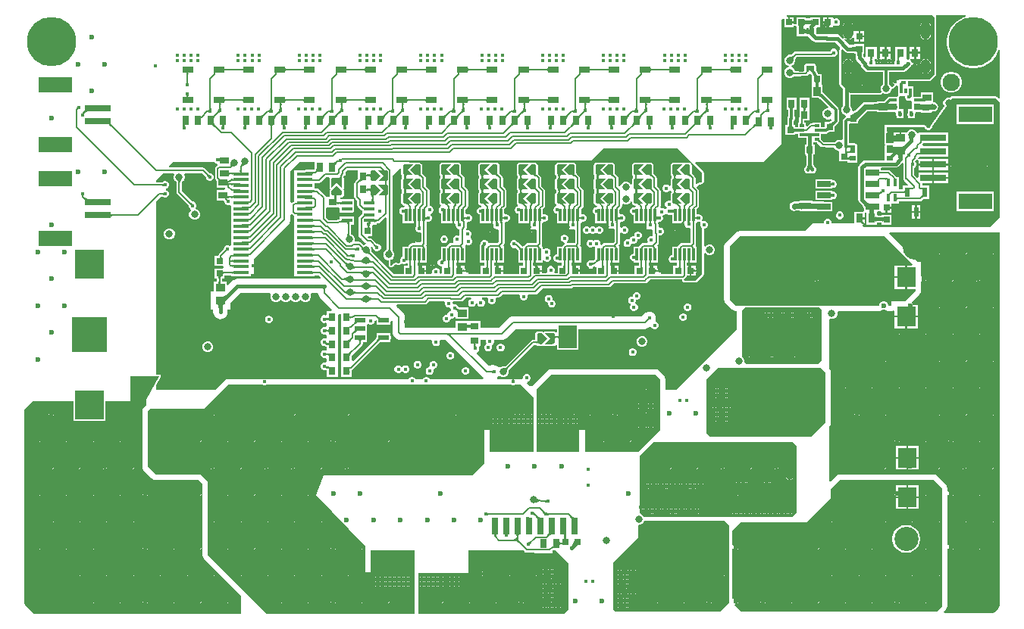
<source format=gbl>
G04*
G04 #@! TF.GenerationSoftware,Altium Limited,Altium Designer,25.5.2 (35)*
G04*
G04 Layer_Physical_Order=6*
G04 Layer_Color=16711680*
%FSLAX44Y44*%
%MOMM*%
G71*
G04*
G04 #@! TF.SameCoordinates,ED351411-2A85-4CB6-B36D-2EDF8201A488*
G04*
G04*
G04 #@! TF.FilePolarity,Positive*
G04*
G01*
G75*
%ADD12C,0.2000*%
%ADD15C,0.4000*%
%ADD17C,0.3000*%
%ADD18R,1.0000X0.8500*%
%ADD19R,0.8000X0.9500*%
%ADD20R,0.7000X0.7000*%
%ADD21R,0.7800X0.9900*%
%ADD22R,0.7000X0.7000*%
%ADD25R,0.9900X0.7800*%
%ADD26R,0.6500X0.7000*%
%ADD27R,0.7000X0.6500*%
%ADD28R,0.6500X1.9500*%
%ADD29R,2.9000X0.8000*%
%ADD59R,3.8000X1.8000*%
%ADD62R,0.9500X0.8000*%
G04:AMPARAMS|DCode=131|XSize=1.2mm|YSize=0.5mm|CornerRadius=0.125mm|HoleSize=0mm|Usage=FLASHONLY|Rotation=90.000|XOffset=0mm|YOffset=0mm|HoleType=Round|Shape=RoundedRectangle|*
%AMROUNDEDRECTD131*
21,1,1.2000,0.2500,0,0,90.0*
21,1,0.9500,0.5000,0,0,90.0*
1,1,0.2500,0.1250,0.4750*
1,1,0.2500,0.1250,-0.4750*
1,1,0.2500,-0.1250,-0.4750*
1,1,0.2500,-0.1250,0.4750*
%
%ADD131ROUNDEDRECTD131*%
%ADD132C,0.2032*%
%ADD134C,0.4500*%
%ADD135C,0.1631*%
%ADD136C,0.1600*%
%ADD137C,0.2030*%
%ADD139C,0.8000*%
%ADD140R,1.9500X1.9500*%
%ADD141C,1.9500*%
%ADD142O,1.1500X1.6500*%
%ADD143O,1.1500X2.0500*%
%ADD144C,2.7000*%
G04:AMPARAMS|DCode=145|XSize=6mm|YSize=4.05mm|CornerRadius=1.0125mm|HoleSize=0mm|Usage=FLASHONLY|Rotation=270.000|XOffset=0mm|YOffset=0mm|HoleType=Round|Shape=RoundedRectangle|*
%AMROUNDEDRECTD145*
21,1,6.0000,2.0250,0,0,270.0*
21,1,3.9750,4.0500,0,0,270.0*
1,1,2.0250,-1.0125,-1.9875*
1,1,2.0250,-1.0125,1.9875*
1,1,2.0250,1.0125,1.9875*
1,1,2.0250,1.0125,-1.9875*
%
%ADD145ROUNDEDRECTD145*%
%ADD146C,5.5000*%
%ADD147C,0.4500*%
%ADD148C,0.6000*%
%ADD149R,0.6250X0.4000*%
%ADD150R,0.6250X0.3000*%
%ADD151R,0.6250X0.8000*%
%ADD152R,0.3500X0.6250*%
%ADD153R,0.3000X0.6250*%
%ADD154R,0.4750X0.3000*%
%ADD155R,0.3000X0.3000*%
%ADD156R,0.5750X0.6750*%
%ADD157R,1.5250X0.6500*%
%ADD158R,0.8300X1.0700*%
%ADD159R,0.6500X0.9000*%
%ADD160R,3.9600X3.9600*%
%ADD161R,2.0000X2.5000*%
%ADD162R,1.1500X0.6000*%
%ADD163R,1.2000X0.4500*%
%ADD164R,1.0700X0.8300*%
%ADD165R,0.2540X0.2540*%
%ADD166R,0.3000X0.3000*%
%ADD167R,0.6750X0.5750*%
%ADD168R,0.6000X1.0500*%
%ADD169R,0.4000X0.9000*%
%ADD170R,0.2540X0.2540*%
%ADD171R,2.1500X2.2000*%
%ADD172R,0.3000X1.4000*%
%ADD173R,1.8000X0.4500*%
%ADD174R,3.1800X3.1800*%
G04:AMPARAMS|DCode=175|XSize=1.2mm|YSize=0.5mm|CornerRadius=0.125mm|HoleSize=0mm|Usage=FLASHONLY|Rotation=180.000|XOffset=0mm|YOffset=0mm|HoleType=Round|Shape=RoundedRectangle|*
%AMROUNDEDRECTD175*
21,1,1.2000,0.2500,0,0,180.0*
21,1,0.9500,0.5000,0,0,180.0*
1,1,0.2500,-0.4750,0.1250*
1,1,0.2500,0.4750,0.1250*
1,1,0.2500,0.4750,-0.1250*
1,1,0.2500,-0.4750,-0.1250*
%
%ADD175ROUNDEDRECTD175*%
%ADD176R,1.1500X0.8000*%
%ADD177C,0.6000*%
G36*
X884994Y663531D02*
X884949Y663762D01*
X884814Y663969D01*
X884589Y664152D01*
X884274Y664311D01*
X883869Y664445D01*
X883374Y664555D01*
X882789Y664640D01*
X882114Y664701D01*
X880494Y664750D01*
Y669250D01*
X881349Y669262D01*
X882789Y669360D01*
X883374Y669445D01*
X883869Y669555D01*
X884274Y669689D01*
X884589Y669848D01*
X884814Y670031D01*
X884949Y670238D01*
X884994Y670470D01*
Y663531D01*
D02*
G37*
G36*
X875764Y670238D02*
X875900Y670031D01*
X876124Y669848D01*
X876440Y669689D01*
X876844Y669555D01*
X877339Y669445D01*
X877924Y669360D01*
X878599Y669299D01*
X880219Y669250D01*
Y664750D01*
X879364Y664738D01*
X877924Y664640D01*
X877339Y664555D01*
X876844Y664445D01*
X876440Y664311D01*
X876124Y664152D01*
X875900Y663969D01*
X875764Y663762D01*
X875720Y663531D01*
X875523Y663485D01*
X875348Y663351D01*
X875193Y663126D01*
X875059Y662811D01*
X874946Y662405D01*
X874853Y661910D01*
X874829Y661721D01*
X874879Y660939D01*
X874948Y660624D01*
X875028Y660399D01*
X875118Y660265D01*
X875219Y660219D01*
X874717D01*
X874698Y659885D01*
X874688Y659031D01*
X870188D01*
X870178Y659885D01*
X870156Y660219D01*
X869530D01*
X869655Y660265D01*
X869767Y660399D01*
X869865Y660624D01*
X869951Y660939D01*
X870023Y661345D01*
X870060Y661651D01*
X870042Y661910D01*
X869961Y662405D01*
X869861Y662811D01*
X869743Y663126D01*
X869607Y663351D01*
X869453Y663485D01*
X869280Y663531D01*
X870168D01*
X870188Y664719D01*
X874688D01*
X874693Y663865D01*
X874714Y663531D01*
X875720D01*
Y670470D01*
X875764Y670238D01*
D02*
G37*
G36*
X887250Y653500D02*
X878250D01*
Y654564D01*
X876840Y654450D01*
X876345Y654351D01*
X875939Y654231D01*
X875624Y654089D01*
X875399Y653924D01*
X875265Y653738D01*
X875219Y653531D01*
Y660219D01*
X875265Y660012D01*
X875399Y659826D01*
X875624Y659661D01*
X875939Y659519D01*
X876345Y659399D01*
X876840Y659300D01*
X877424Y659223D01*
X878250Y659173D01*
Y660250D01*
X881250D01*
Y659000D01*
X884250D01*
Y660250D01*
X887250D01*
Y653500D01*
D02*
G37*
G36*
X1021750Y672000D02*
Y608750D01*
X1016192Y603192D01*
X1000527D01*
Y603282D01*
X981973D01*
Y603192D01*
X981629D01*
X980887Y602273D01*
X980603Y602177D01*
X978842Y602286D01*
X978734Y602394D01*
X978730Y602396D01*
Y600487D01*
X977460D01*
Y599217D01*
X975550D01*
X975552Y599212D01*
X976185Y598579D01*
X976438Y596759D01*
X974825Y594759D01*
X972983Y595025D01*
X972614Y595917D01*
X971899Y596631D01*
X971807Y596778D01*
X971618Y596979D01*
X971503Y597122D01*
X971405Y597268D01*
X971322Y597418D01*
X971250Y597577D01*
X971190Y597747D01*
X971141Y597933D01*
X971105Y598137D01*
X971101Y598170D01*
Y611102D01*
X986468D01*
X988139Y611435D01*
X989555Y612381D01*
X995087Y617913D01*
X995326Y618270D01*
X995630Y618574D01*
X995795Y618972D01*
X996006Y619288D01*
X997228Y620199D01*
X997229Y620199D01*
Y620199D01*
X997882Y620234D01*
X998092Y619725D01*
X998726Y619093D01*
X998730Y619091D01*
Y621000D01*
Y622607D01*
X998425D01*
X998426Y622608D01*
X998092Y622275D01*
X997882Y621766D01*
X997229Y621801D01*
Y621801D01*
X997228Y621801D01*
D01*
X996006Y622712D01*
X995795Y623028D01*
X995630Y623426D01*
X995326Y623730D01*
X995087Y624087D01*
X994730Y624326D01*
X994438Y624618D01*
X994438Y624689D01*
X994770Y626202D01*
X994778Y626218D01*
X995407Y626218D01*
X998984D01*
Y626249D01*
X998984D01*
X998974Y626635D01*
X998943Y626981D01*
X998893Y627287D01*
X998821Y627554D01*
X998730Y627780D01*
X998618Y627966D01*
X998486Y628112D01*
X998334Y628219D01*
X998161Y628285D01*
X997968Y628311D01*
X998984D01*
Y631984D01*
X993968D01*
X993968Y627560D01*
X993968Y626606D01*
X993850Y626361D01*
X993092Y625541D01*
X992966Y625444D01*
X992756Y625282D01*
X992422D01*
X992000Y625366D01*
X991578Y625282D01*
X991244D01*
X990908Y625541D01*
X990150Y626361D01*
X990032Y626606D01*
Y639782D01*
X977968D01*
Y631381D01*
X977892Y631000D01*
Y625060D01*
X977889Y625037D01*
X977878Y624981D01*
X977875Y624970D01*
X977868Y624958D01*
X977862Y624950D01*
X977859Y624943D01*
X977814Y624870D01*
X977370Y624426D01*
X976718Y622852D01*
Y621148D01*
X975840Y619834D01*
X956160D01*
X955282Y621148D01*
Y622852D01*
X954630Y624426D01*
X954438Y624618D01*
X954663Y625629D01*
X955128Y626159D01*
X956727Y626175D01*
X957256Y625613D01*
X957627Y625048D01*
X961979D01*
X962355Y625856D01*
X962696Y626218D01*
X965984D01*
Y631984D01*
X960968D01*
Y627417D01*
X960195Y626121D01*
X959447Y626028D01*
X959244D01*
X958756Y625826D01*
X958756Y625826D01*
X958280Y625759D01*
X957127Y626502D01*
X957032Y627075D01*
X957032Y627659D01*
Y639782D01*
X944968D01*
Y628469D01*
X943368Y627806D01*
X942116Y629058D01*
Y630713D01*
X942118Y630776D01*
X942168Y631333D01*
X942224Y631718D01*
X943282D01*
Y633734D01*
X943291Y633781D01*
X943282Y633827D01*
Y642782D01*
X934327D01*
X934280Y642791D01*
X934234Y642782D01*
X932218D01*
Y641724D01*
X931855Y641671D01*
X931036Y641616D01*
X926558D01*
X920671Y647503D01*
X921691Y648746D01*
X921914Y648597D01*
X923056Y647834D01*
X924030Y647640D01*
Y656480D01*
X919437D01*
Y653250D01*
X919884Y651006D01*
X920647Y649864D01*
X920796Y649641D01*
X919553Y648621D01*
X916087Y652087D01*
X914671Y653034D01*
X913000Y653366D01*
X902128D01*
X901032Y653584D01*
X899250D01*
Y653500D01*
X890250D01*
Y653619D01*
X889631Y654238D01*
X889322Y654700D01*
Y660250D01*
X890658Y661468D01*
X893995D01*
Y672532D01*
X885041D01*
X884994Y672541D01*
X884947Y672532D01*
X882931D01*
Y671474D01*
X882569Y671421D01*
X881749Y671366D01*
X878787D01*
X878724Y671368D01*
X878167Y671418D01*
X877782Y671474D01*
Y672532D01*
X875766D01*
X875720Y672541D01*
X875673Y672532D01*
X867218D01*
Y665000D01*
X864282D01*
Y665984D01*
X859000D01*
Y667000D01*
X857984D01*
Y672532D01*
X857419D01*
X856323Y673893D01*
X856647Y674902D01*
X1018848D01*
X1021750Y672000D01*
D02*
G37*
G36*
X934280Y633781D02*
X941219D01*
X940988Y633736D01*
X940780Y633601D01*
X940598Y633376D01*
X940439Y633060D01*
X940305Y632655D01*
X940195Y632160D01*
X940110Y631576D01*
X940049Y630900D01*
X940000Y629281D01*
X935500D01*
X935488Y630135D01*
X935390Y631576D01*
X935305Y632160D01*
X935195Y632655D01*
X935061Y633060D01*
X934902Y633376D01*
X934719Y633601D01*
X934512Y633736D01*
X934280Y633781D01*
X934236Y634012D01*
X934100Y634220D01*
X933876Y634402D01*
X933560Y634561D01*
X933156Y634695D01*
X932661Y634805D01*
X932076Y634890D01*
X931401Y634951D01*
X929781Y635000D01*
Y639500D01*
X930636Y639512D01*
X932076Y639610D01*
X932661Y639695D01*
X933156Y639805D01*
X933560Y639939D01*
X933876Y640098D01*
X934100Y640281D01*
X934236Y640488D01*
X934280Y640720D01*
Y633781D01*
D02*
G37*
G36*
X982839Y628285D02*
X982666Y628219D01*
X982514Y628112D01*
X982382Y627966D01*
X982270Y627780D01*
X982179Y627554D01*
X982107Y627287D01*
X982057Y626981D01*
X982026Y626635D01*
X982016Y626249D01*
X979984D01*
X980031Y628280D01*
X983032Y628311D01*
X982839Y628285D01*
D02*
G37*
G36*
X952839D02*
X952666Y628219D01*
X952514Y628112D01*
X952382Y627966D01*
X952270Y627780D01*
X952179Y627554D01*
X952107Y627287D01*
X952057Y626981D01*
X952026Y626635D01*
X952016Y626249D01*
X949984D01*
X949974Y626635D01*
X949943Y626981D01*
X949893Y627287D01*
X949821Y627554D01*
X949730Y627780D01*
X949618Y627966D01*
X949486Y628112D01*
X949334Y628219D01*
X949161Y628285D01*
X948968Y628311D01*
X953032D01*
X952839Y628285D01*
D02*
G37*
G36*
X865306Y628369D02*
X865080Y628117D01*
X864881Y627841D01*
X864708Y627538D01*
X864562Y627211D01*
X864443Y626858D01*
X864350Y626481D01*
X864284Y626077D01*
X864244Y625649D01*
X864231Y625196D01*
X864244Y624717D01*
X860113Y628498D01*
X860606Y628526D01*
X861510Y628646D01*
X861920Y628738D01*
X862303Y628852D01*
X862658Y628987D01*
X862986Y629143D01*
X863286Y629321D01*
X863558Y629520D01*
X863803Y629740D01*
X865306Y628369D01*
D02*
G37*
G36*
X982022Y625123D02*
X982066Y624695D01*
X982105Y624500D01*
X982156Y624319D01*
X982217Y624150D01*
X982290Y623994D01*
X982374Y623852D01*
X982469Y623723D01*
X982575Y623607D01*
X979425D01*
X979531Y623723D01*
X979626Y623852D01*
X979710Y623994D01*
X979783Y624150D01*
X979844Y624319D01*
X979895Y624500D01*
X979934Y624695D01*
X979962Y624903D01*
X979978Y625123D01*
X979984Y625358D01*
X982016D01*
X982022Y625123D01*
D02*
G37*
G36*
X952022D02*
X952066Y624695D01*
X952105Y624500D01*
X952156Y624319D01*
X952217Y624150D01*
X952290Y623994D01*
X952374Y623852D01*
X952469Y623723D01*
X952575Y623607D01*
X949425D01*
X949531Y623723D01*
X949626Y623852D01*
X949710Y623994D01*
X949783Y624150D01*
X949844Y624319D01*
X949895Y624500D01*
X949934Y624695D01*
X949962Y624903D01*
X949978Y625123D01*
X949984Y625358D01*
X952016D01*
X952022Y625123D01*
D02*
G37*
G36*
X992075Y618751D02*
X992023Y618740D01*
X991956Y618711D01*
X991875Y618662D01*
X991779Y618595D01*
X991545Y618405D01*
X991253Y618140D01*
X990904Y617800D01*
X989282Y619051D01*
X989427Y619200D01*
X989662Y619473D01*
X989753Y619595D01*
X989826Y619710D01*
X989881Y619815D01*
X989917Y619911D01*
X989936Y619998D01*
X989936Y620076D01*
X989918Y620146D01*
X992075Y618751D01*
D02*
G37*
G36*
X793811Y611968D02*
X793785Y612161D01*
X793719Y612334D01*
X793613Y612486D01*
X793466Y612618D01*
X793280Y612730D01*
X793054Y612821D01*
X792787Y612892D01*
X792481Y612943D01*
X792135Y612974D01*
X791749Y612984D01*
Y615016D01*
X792135Y615026D01*
X792481Y615057D01*
X792787Y615107D01*
X793054Y615178D01*
X793280Y615270D01*
X793466Y615382D01*
X793613Y615514D01*
X793719Y615666D01*
X793785Y615839D01*
X793811Y616032D01*
Y611968D01*
D02*
G37*
G36*
X772215Y615839D02*
X772281Y615666D01*
X772387Y615514D01*
X772534Y615382D01*
X772720Y615270D01*
X772946Y615178D01*
X773212Y615107D01*
X773519Y615057D01*
X773865Y615026D01*
X774251Y615016D01*
Y612984D01*
X773865Y612974D01*
X773519Y612943D01*
X773212Y612892D01*
X772946Y612821D01*
X772720Y612730D01*
X772534Y612618D01*
X772387Y612486D01*
X772281Y612334D01*
X772215Y612161D01*
X772189Y611968D01*
Y616032D01*
X772215Y615839D01*
D02*
G37*
G36*
X725811Y611968D02*
X725785Y612161D01*
X725719Y612334D01*
X725612Y612486D01*
X725466Y612618D01*
X725280Y612730D01*
X725054Y612821D01*
X724788Y612892D01*
X724481Y612943D01*
X724135Y612974D01*
X723748Y612984D01*
Y615016D01*
X724135Y615026D01*
X724481Y615057D01*
X724788Y615107D01*
X725054Y615178D01*
X725280Y615270D01*
X725466Y615382D01*
X725612Y615514D01*
X725719Y615666D01*
X725785Y615839D01*
X725811Y616032D01*
Y611968D01*
D02*
G37*
G36*
X704215Y615839D02*
X704281Y615666D01*
X704387Y615514D01*
X704534Y615382D01*
X704720Y615270D01*
X704946Y615178D01*
X705212Y615107D01*
X705519Y615057D01*
X705865Y615026D01*
X706252Y615016D01*
Y612984D01*
X705865Y612974D01*
X705519Y612943D01*
X705212Y612892D01*
X704946Y612821D01*
X704720Y612730D01*
X704534Y612618D01*
X704387Y612486D01*
X704281Y612334D01*
X704215Y612161D01*
X704189Y611968D01*
Y616032D01*
X704215Y615839D01*
D02*
G37*
G36*
X657811Y611968D02*
X657785Y612161D01*
X657719Y612334D01*
X657613Y612486D01*
X657466Y612618D01*
X657280Y612730D01*
X657054Y612821D01*
X656787Y612892D01*
X656481Y612943D01*
X656135Y612974D01*
X655749Y612984D01*
Y615016D01*
X656135Y615026D01*
X656481Y615057D01*
X656787Y615107D01*
X657054Y615178D01*
X657280Y615270D01*
X657466Y615382D01*
X657613Y615514D01*
X657719Y615666D01*
X657785Y615839D01*
X657811Y616032D01*
Y611968D01*
D02*
G37*
G36*
X636215Y615839D02*
X636281Y615666D01*
X636387Y615514D01*
X636534Y615382D01*
X636720Y615270D01*
X636946Y615178D01*
X637212Y615107D01*
X637519Y615057D01*
X637865Y615026D01*
X638251Y615016D01*
Y612984D01*
X637865Y612974D01*
X637519Y612943D01*
X637212Y612892D01*
X636946Y612821D01*
X636720Y612730D01*
X636534Y612618D01*
X636387Y612486D01*
X636281Y612334D01*
X636215Y612161D01*
X636189Y611968D01*
Y616032D01*
X636215Y615839D01*
D02*
G37*
G36*
X589811Y611968D02*
X589785Y612161D01*
X589719Y612334D01*
X589613Y612486D01*
X589466Y612618D01*
X589280Y612730D01*
X589054Y612821D01*
X588787Y612892D01*
X588481Y612943D01*
X588135Y612974D01*
X587748Y612984D01*
Y615016D01*
X588135Y615026D01*
X588481Y615057D01*
X588787Y615107D01*
X589054Y615178D01*
X589280Y615270D01*
X589466Y615382D01*
X589613Y615514D01*
X589719Y615666D01*
X589785Y615839D01*
X589811Y616032D01*
Y611968D01*
D02*
G37*
G36*
X568215Y615839D02*
X568281Y615666D01*
X568387Y615514D01*
X568534Y615382D01*
X568720Y615270D01*
X568946Y615178D01*
X569212Y615107D01*
X569519Y615057D01*
X569865Y615026D01*
X570252Y615016D01*
Y612984D01*
X569865Y612974D01*
X569519Y612943D01*
X569212Y612892D01*
X568946Y612821D01*
X568720Y612730D01*
X568534Y612618D01*
X568387Y612486D01*
X568281Y612334D01*
X568215Y612161D01*
X568189Y611968D01*
Y616032D01*
X568215Y615839D01*
D02*
G37*
G36*
X521811Y611968D02*
X521785Y612161D01*
X521719Y612334D01*
X521613Y612486D01*
X521466Y612618D01*
X521280Y612730D01*
X521054Y612821D01*
X520788Y612892D01*
X520481Y612943D01*
X520135Y612974D01*
X519748Y612984D01*
Y615016D01*
X520135Y615026D01*
X520481Y615057D01*
X520788Y615107D01*
X521054Y615178D01*
X521280Y615270D01*
X521466Y615382D01*
X521613Y615514D01*
X521719Y615666D01*
X521785Y615839D01*
X521811Y616032D01*
Y611968D01*
D02*
G37*
G36*
X500215Y615839D02*
X500281Y615666D01*
X500387Y615514D01*
X500534Y615382D01*
X500720Y615270D01*
X500946Y615178D01*
X501212Y615107D01*
X501519Y615057D01*
X501865Y615026D01*
X502252Y615016D01*
Y612984D01*
X501865Y612974D01*
X501519Y612943D01*
X501212Y612892D01*
X500946Y612821D01*
X500720Y612730D01*
X500534Y612618D01*
X500387Y612486D01*
X500281Y612334D01*
X500215Y612161D01*
X500189Y611968D01*
Y616032D01*
X500215Y615839D01*
D02*
G37*
G36*
X453811Y611968D02*
X453785Y612161D01*
X453719Y612334D01*
X453613Y612486D01*
X453466Y612618D01*
X453280Y612730D01*
X453054Y612821D01*
X452788Y612892D01*
X452481Y612943D01*
X452135Y612974D01*
X451749Y612984D01*
Y615016D01*
X452135Y615026D01*
X452481Y615057D01*
X452788Y615107D01*
X453054Y615178D01*
X453280Y615270D01*
X453466Y615382D01*
X453613Y615514D01*
X453719Y615666D01*
X453785Y615839D01*
X453811Y616032D01*
Y611968D01*
D02*
G37*
G36*
X432215Y615839D02*
X432281Y615666D01*
X432388Y615514D01*
X432534Y615382D01*
X432720Y615270D01*
X432946Y615178D01*
X433212Y615107D01*
X433519Y615057D01*
X433865Y615026D01*
X434252Y615016D01*
Y612984D01*
X433865Y612974D01*
X433519Y612943D01*
X433212Y612892D01*
X432946Y612821D01*
X432720Y612730D01*
X432534Y612618D01*
X432388Y612486D01*
X432281Y612334D01*
X432215Y612161D01*
X432189Y611968D01*
Y616032D01*
X432215Y615839D01*
D02*
G37*
G36*
X385811Y611968D02*
X385785Y612161D01*
X385719Y612334D01*
X385612Y612486D01*
X385466Y612618D01*
X385280Y612730D01*
X385054Y612821D01*
X384787Y612892D01*
X384481Y612943D01*
X384135Y612974D01*
X383749Y612984D01*
Y615016D01*
X384135Y615026D01*
X384481Y615057D01*
X384787Y615107D01*
X385054Y615178D01*
X385280Y615270D01*
X385466Y615382D01*
X385612Y615514D01*
X385719Y615666D01*
X385785Y615839D01*
X385811Y616032D01*
Y611968D01*
D02*
G37*
G36*
X364215Y615839D02*
X364281Y615666D01*
X364387Y615514D01*
X364534Y615382D01*
X364720Y615270D01*
X364946Y615178D01*
X365212Y615107D01*
X365519Y615057D01*
X365865Y615026D01*
X366251Y615016D01*
Y612984D01*
X365865Y612974D01*
X365519Y612943D01*
X365212Y612892D01*
X364946Y612821D01*
X364720Y612730D01*
X364534Y612618D01*
X364387Y612486D01*
X364281Y612334D01*
X364215Y612161D01*
X364189Y611968D01*
Y616032D01*
X364215Y615839D01*
D02*
G37*
G36*
X317811Y611968D02*
X317785Y612161D01*
X317719Y612334D01*
X317612Y612486D01*
X317466Y612618D01*
X317280Y612730D01*
X317054Y612821D01*
X316787Y612892D01*
X316481Y612943D01*
X316135Y612974D01*
X315749Y612984D01*
Y615016D01*
X316135Y615026D01*
X316481Y615057D01*
X316787Y615107D01*
X317054Y615178D01*
X317280Y615270D01*
X317466Y615382D01*
X317612Y615514D01*
X317719Y615666D01*
X317785Y615839D01*
X317811Y616032D01*
Y611968D01*
D02*
G37*
G36*
X296215Y615839D02*
X296281Y615666D01*
X296387Y615514D01*
X296534Y615382D01*
X296720Y615270D01*
X296946Y615178D01*
X297212Y615107D01*
X297519Y615057D01*
X297865Y615026D01*
X298251Y615016D01*
Y612984D01*
X297865Y612974D01*
X297519Y612943D01*
X297212Y612892D01*
X296946Y612821D01*
X296720Y612730D01*
X296534Y612618D01*
X296387Y612486D01*
X296281Y612334D01*
X296215Y612161D01*
X296189Y611968D01*
Y616032D01*
X296215Y615839D01*
D02*
G37*
G36*
X249811Y611968D02*
X249785Y612161D01*
X249719Y612334D01*
X249613Y612486D01*
X249466Y612618D01*
X249280Y612730D01*
X249054Y612821D01*
X248787Y612892D01*
X248481Y612943D01*
X248135Y612974D01*
X247749Y612984D01*
Y615016D01*
X248135Y615026D01*
X248481Y615057D01*
X248787Y615107D01*
X249054Y615178D01*
X249280Y615270D01*
X249466Y615382D01*
X249613Y615514D01*
X249719Y615666D01*
X249785Y615839D01*
X249811Y616032D01*
Y611968D01*
D02*
G37*
G36*
X228215Y615839D02*
X228281Y615666D01*
X228388Y615514D01*
X228534Y615382D01*
X228720Y615270D01*
X228946Y615178D01*
X229212Y615107D01*
X229519Y615057D01*
X229865Y615026D01*
X230252Y615016D01*
Y612984D01*
X229865Y612974D01*
X229519Y612943D01*
X229212Y612892D01*
X228946Y612821D01*
X228720Y612730D01*
X228534Y612618D01*
X228388Y612486D01*
X228281Y612334D01*
X228215Y612161D01*
X228189Y611968D01*
Y616032D01*
X228215Y615839D01*
D02*
G37*
G36*
X887250Y611750D02*
X884435D01*
X884220Y611534D01*
X883808Y611937D01*
X882570Y613000D01*
X881250D01*
Y611750D01*
X878250D01*
Y618500D01*
X887250D01*
Y611750D01*
D02*
G37*
G36*
X188839Y610035D02*
X188666Y609969D01*
X188514Y609863D01*
X188382Y609716D01*
X188270Y609530D01*
X188179Y609304D01*
X188107Y609038D01*
X188057Y608731D01*
X188026Y608385D01*
X188016Y607999D01*
X185984D01*
X185974Y608385D01*
X185943Y608731D01*
X185893Y609038D01*
X185821Y609304D01*
X185730Y609530D01*
X185618Y609716D01*
X185486Y609863D01*
X185334Y609969D01*
X185161Y610035D01*
X184968Y610061D01*
X189032D01*
X188839Y610035D01*
D02*
G37*
G36*
X889188Y609327D02*
X889462Y608868D01*
X889743Y608462D01*
X890031Y608110D01*
X890326Y607810D01*
X890628Y607564D01*
X890937Y607372D01*
X891253Y607232D01*
X891577Y607146D01*
X891907Y607113D01*
X886793Y607144D01*
X886800Y607171D01*
X886779Y607252D01*
X886729Y607387D01*
X886408Y608115D01*
X885583Y609840D01*
X888921D01*
X889188Y609327D01*
D02*
G37*
G36*
X188022Y600123D02*
X188066Y599695D01*
X188105Y599500D01*
X188156Y599319D01*
X188217Y599150D01*
X188290Y598994D01*
X188374Y598852D01*
X188469Y598723D01*
X188575Y598607D01*
X185425D01*
X185531Y598723D01*
X185626Y598852D01*
X185710Y598994D01*
X185783Y599150D01*
X185844Y599319D01*
X185895Y599500D01*
X185934Y599695D01*
X185962Y599903D01*
X185978Y600123D01*
X185984Y600358D01*
X188016D01*
X188022Y600123D01*
D02*
G37*
G36*
X986712Y598543D02*
X986550Y598378D01*
X986063Y597823D01*
X985981Y597711D01*
X985916Y597609D01*
X985866Y597517D01*
X985833Y597436D01*
X985816Y597365D01*
X984120Y599061D01*
X984191Y599078D01*
X984272Y599111D01*
X984364Y599161D01*
X984466Y599226D01*
X984578Y599308D01*
X984835Y599520D01*
X985133Y599795D01*
X985298Y599957D01*
X986712Y598543D01*
D02*
G37*
G36*
X969013Y598220D02*
X969052Y597845D01*
X969117Y597485D01*
X969208Y597139D01*
X969325Y596807D01*
X969468Y596488D01*
X969637Y596184D01*
X969832Y595894D01*
X970053Y595619D01*
X970300Y595357D01*
X964700D01*
X964947Y595619D01*
X965168Y595894D01*
X965363Y596184D01*
X965532Y596488D01*
X965675Y596807D01*
X965792Y597139D01*
X965883Y597485D01*
X965948Y597845D01*
X965987Y598220D01*
X966000Y598608D01*
X969000D01*
X969013Y598220D01*
D02*
G37*
G36*
X893078Y600200D02*
X892823Y600104D01*
X892598Y599950D01*
X892403Y599736D01*
X892238Y599463D01*
X892103Y599130D01*
X891998Y598738D01*
X891923Y598286D01*
X891878Y597775D01*
X891873Y597599D01*
X891878Y597424D01*
X891923Y596913D01*
X891998Y596461D01*
X892103Y596069D01*
X892238Y595736D01*
X892403Y595463D01*
X892598Y595249D01*
X892823Y595094D01*
X893078Y594999D01*
X893363Y594964D01*
X887363D01*
X887648Y594999D01*
X887903Y595094D01*
X888128Y595249D01*
X888323Y595463D01*
X888488Y595736D01*
X888623Y596069D01*
X888728Y596461D01*
X888803Y596913D01*
X888848Y597424D01*
X888852Y597599D01*
X888848Y597775D01*
X888803Y598286D01*
X888728Y598738D01*
X888623Y599130D01*
X888488Y599463D01*
X888323Y599736D01*
X888128Y599950D01*
X887903Y600104D01*
X887648Y600200D01*
X887363Y600235D01*
X893363D01*
X893078Y600200D01*
D02*
G37*
G36*
X987045Y597251D02*
X986790Y597160D01*
X986565Y597010D01*
X986370Y596800D01*
X986205Y596530D01*
X986070Y596200D01*
X985965Y595811D01*
X985890Y595360D01*
X985845Y594851D01*
X985830Y594281D01*
X982830D01*
X984035Y597281D01*
X987330D01*
X987045Y597251D01*
D02*
G37*
G36*
X921663Y634163D02*
X923079Y633216D01*
X924750Y632884D01*
X931213D01*
X931276Y632882D01*
X931832Y632832D01*
X932218Y632776D01*
Y631718D01*
X933276D01*
X933329Y631356D01*
X933384Y630536D01*
Y627250D01*
X933716Y625579D01*
X934663Y624163D01*
X939634Y619192D01*
Y619000D01*
X939966Y617329D01*
X940913Y615913D01*
X944445Y612381D01*
X945861Y611435D01*
X947532Y611102D01*
X963899D01*
Y598170D01*
X963895Y598137D01*
X963859Y597933D01*
X963810Y597747D01*
X963750Y597577D01*
X963678Y597418D01*
X963595Y597268D01*
X963497Y597122D01*
X963382Y596979D01*
X963193Y596778D01*
X963101Y596631D01*
X962386Y595917D01*
X961468Y593700D01*
Y591300D01*
X962172Y589600D01*
X961379Y588000D01*
X927422D01*
X917453Y597968D01*
Y636282D01*
X918932Y636894D01*
X921663Y634163D01*
D02*
G37*
G36*
X979418Y595932D02*
X980729Y594969D01*
Y589913D01*
X980798Y589565D01*
Y584756D01*
X979811Y583565D01*
X977309D01*
X976960Y583634D01*
X971419D01*
X970041Y583360D01*
X968873Y582579D01*
X965804Y579510D01*
X965217Y578632D01*
X959227D01*
X959181Y578641D01*
X959134Y578632D01*
X957118D01*
Y577763D01*
X954833Y577581D01*
X944200D01*
X942237Y577190D01*
X940572Y576078D01*
X932715Y568220D01*
X930967Y567152D01*
X929532Y568150D01*
Y569950D01*
X928614Y572167D01*
X927921Y572859D01*
X927849Y572982D01*
X927789Y573050D01*
X927775Y573078D01*
X927742Y573158D01*
X927703Y573286D01*
X927662Y573464D01*
X927630Y573661D01*
X927611Y573892D01*
Y585928D01*
X961379D01*
X961708Y585994D01*
X962041Y586037D01*
X962102Y586072D01*
X962172Y586086D01*
X962451Y586272D01*
X962742Y586439D01*
X962753Y586454D01*
X962801Y586506D01*
X962844Y586535D01*
X964083Y587386D01*
X966300Y586468D01*
X968700D01*
X970917Y587386D01*
X972614Y589083D01*
X973532Y591300D01*
Y591784D01*
X975045Y592699D01*
X975188Y592744D01*
X975337Y592752D01*
X975570Y592863D01*
X975817Y592940D01*
X975931Y593036D01*
X976066Y593101D01*
X976239Y593293D01*
X976437Y593459D01*
X978050Y595458D01*
X978066Y595487D01*
X978090Y595509D01*
X979289Y595993D01*
X979418Y595932D01*
D02*
G37*
G36*
X188026Y585615D02*
X188046Y585393D01*
X188575D01*
X188469Y585277D01*
X188374Y585148D01*
X188290Y585005D01*
X188217Y584850D01*
X188172Y584726D01*
X188179Y584701D01*
X188270Y584478D01*
X188382Y584295D01*
X188514Y584152D01*
X188666Y584051D01*
X188839Y583990D01*
X189032Y583969D01*
X188029D01*
X188022Y583876D01*
X188016Y583642D01*
X185984D01*
X185978Y583876D01*
X185969Y583969D01*
X184968D01*
X185161Y583990D01*
X185334Y584051D01*
X185486Y584152D01*
X185618Y584295D01*
X185730Y584478D01*
X185821Y584701D01*
X185828Y584726D01*
X185783Y584850D01*
X185710Y585005D01*
X185626Y585148D01*
X185531Y585277D01*
X185425Y585393D01*
X185954D01*
X185974Y585615D01*
X185984Y586002D01*
X188016D01*
X188026Y585615D01*
D02*
G37*
G36*
X894579Y589373D02*
X894648Y588949D01*
X894758Y588525D01*
X894911Y588101D01*
X895105Y587676D01*
X895341Y587252D01*
X895619Y586828D01*
X895939Y586404D01*
X896300Y585979D01*
X896703Y585555D01*
X895782Y582234D01*
X895358Y582637D01*
X894934Y582999D01*
X894509Y583318D01*
X894085Y583596D01*
X893661Y583832D01*
X893237Y584026D01*
X892812Y584179D01*
X892388Y584290D01*
X891964Y584358D01*
X891540Y584385D01*
X894552Y589798D01*
X894579Y589373D01*
D02*
G37*
G36*
X1008309Y578370D02*
X1008279Y578401D01*
X1008189Y578429D01*
X1008039Y578453D01*
X1007830Y578474D01*
X1006840Y578518D01*
X1005310Y578533D01*
Y581533D01*
X1005880Y581548D01*
X1006391Y581593D01*
X1006842Y581668D01*
X1007234Y581773D01*
X1007567Y581908D01*
X1007840Y582073D01*
X1008054Y582268D01*
X1008209Y582493D01*
X1008304Y582748D01*
X1008340Y583033D01*
X1008309Y578370D01*
D02*
G37*
G36*
X772215Y581839D02*
X772281Y581666D01*
X772387Y581514D01*
X772534Y581382D01*
X772720Y581270D01*
X772946Y581179D01*
X773212Y581107D01*
X773519Y581057D01*
X773865Y581026D01*
X774251Y581016D01*
Y578984D01*
X773865Y578974D01*
X773519Y578943D01*
X773212Y578893D01*
X772946Y578821D01*
X772720Y578730D01*
X772534Y578618D01*
X772387Y578486D01*
X772281Y578334D01*
X772215Y578161D01*
X772189Y577968D01*
Y582032D01*
X772215Y581839D01*
D02*
G37*
G36*
X725811Y577968D02*
X725785Y578161D01*
X725719Y578334D01*
X725612Y578486D01*
X725466Y578618D01*
X725280Y578730D01*
X725054Y578821D01*
X724788Y578893D01*
X724481Y578943D01*
X724135Y578974D01*
X723748Y578984D01*
Y581016D01*
X724135Y581026D01*
X724481Y581057D01*
X724788Y581107D01*
X725054Y581179D01*
X725280Y581270D01*
X725466Y581382D01*
X725612Y581514D01*
X725719Y581666D01*
X725785Y581839D01*
X725811Y582032D01*
Y577968D01*
D02*
G37*
G36*
X704215Y581839D02*
X704281Y581666D01*
X704387Y581514D01*
X704534Y581382D01*
X704720Y581270D01*
X704946Y581179D01*
X705212Y581107D01*
X705519Y581057D01*
X705865Y581026D01*
X706252Y581016D01*
Y578984D01*
X705865Y578974D01*
X705519Y578943D01*
X705212Y578893D01*
X704946Y578821D01*
X704720Y578730D01*
X704534Y578618D01*
X704387Y578486D01*
X704281Y578334D01*
X704215Y578161D01*
X704189Y577968D01*
Y582032D01*
X704215Y581839D01*
D02*
G37*
G36*
X657811Y577968D02*
X657785Y578161D01*
X657719Y578334D01*
X657613Y578486D01*
X657466Y578618D01*
X657280Y578730D01*
X657054Y578821D01*
X656787Y578893D01*
X656481Y578943D01*
X656135Y578974D01*
X655749Y578984D01*
Y581016D01*
X656135Y581026D01*
X656481Y581057D01*
X656787Y581107D01*
X657054Y581179D01*
X657280Y581270D01*
X657466Y581382D01*
X657613Y581514D01*
X657719Y581666D01*
X657785Y581839D01*
X657811Y582032D01*
Y577968D01*
D02*
G37*
G36*
X636215Y581839D02*
X636281Y581666D01*
X636387Y581514D01*
X636534Y581382D01*
X636720Y581270D01*
X636946Y581179D01*
X637212Y581107D01*
X637519Y581057D01*
X637865Y581026D01*
X638251Y581016D01*
Y578984D01*
X637865Y578974D01*
X637519Y578943D01*
X637212Y578893D01*
X636946Y578821D01*
X636720Y578730D01*
X636534Y578618D01*
X636387Y578486D01*
X636281Y578334D01*
X636215Y578161D01*
X636189Y577968D01*
Y582032D01*
X636215Y581839D01*
D02*
G37*
G36*
X589811Y577968D02*
X589785Y578161D01*
X589719Y578334D01*
X589613Y578486D01*
X589466Y578618D01*
X589280Y578730D01*
X589054Y578821D01*
X588787Y578893D01*
X588481Y578943D01*
X588135Y578974D01*
X587748Y578984D01*
Y581016D01*
X588135Y581026D01*
X588481Y581057D01*
X588787Y581107D01*
X589054Y581179D01*
X589280Y581270D01*
X589466Y581382D01*
X589613Y581514D01*
X589719Y581666D01*
X589785Y581839D01*
X589811Y582032D01*
Y577968D01*
D02*
G37*
G36*
X568215Y581839D02*
X568281Y581666D01*
X568387Y581514D01*
X568534Y581382D01*
X568720Y581270D01*
X568946Y581179D01*
X569212Y581107D01*
X569519Y581057D01*
X569865Y581026D01*
X570252Y581016D01*
Y578984D01*
X569865Y578974D01*
X569519Y578943D01*
X569212Y578893D01*
X568946Y578821D01*
X568720Y578730D01*
X568534Y578618D01*
X568387Y578486D01*
X568281Y578334D01*
X568215Y578161D01*
X568189Y577968D01*
Y582032D01*
X568215Y581839D01*
D02*
G37*
G36*
X521811Y577968D02*
X521785Y578161D01*
X521719Y578334D01*
X521613Y578486D01*
X521466Y578618D01*
X521280Y578730D01*
X521054Y578821D01*
X520788Y578893D01*
X520481Y578943D01*
X520135Y578974D01*
X519748Y578984D01*
Y581016D01*
X520135Y581026D01*
X520481Y581057D01*
X520788Y581107D01*
X521054Y581179D01*
X521280Y581270D01*
X521466Y581382D01*
X521613Y581514D01*
X521719Y581666D01*
X521785Y581839D01*
X521811Y582032D01*
Y577968D01*
D02*
G37*
G36*
X500215Y581839D02*
X500281Y581666D01*
X500387Y581514D01*
X500534Y581382D01*
X500720Y581270D01*
X500946Y581179D01*
X501212Y581107D01*
X501519Y581057D01*
X501865Y581026D01*
X502252Y581016D01*
Y578984D01*
X501865Y578974D01*
X501519Y578943D01*
X501212Y578893D01*
X500946Y578821D01*
X500720Y578730D01*
X500534Y578618D01*
X500387Y578486D01*
X500281Y578334D01*
X500215Y578161D01*
X500189Y577968D01*
Y582032D01*
X500215Y581839D01*
D02*
G37*
G36*
X453811Y577968D02*
X453785Y578161D01*
X453719Y578334D01*
X453613Y578486D01*
X453466Y578618D01*
X453280Y578730D01*
X453054Y578821D01*
X452788Y578893D01*
X452481Y578943D01*
X452135Y578974D01*
X451749Y578984D01*
Y581016D01*
X452135Y581026D01*
X452481Y581057D01*
X452788Y581107D01*
X453054Y581179D01*
X453280Y581270D01*
X453466Y581382D01*
X453613Y581514D01*
X453719Y581666D01*
X453785Y581839D01*
X453811Y582032D01*
Y577968D01*
D02*
G37*
G36*
X432215Y581839D02*
X432281Y581666D01*
X432388Y581514D01*
X432534Y581382D01*
X432720Y581270D01*
X432946Y581179D01*
X433212Y581107D01*
X433519Y581057D01*
X433865Y581026D01*
X434252Y581016D01*
Y578984D01*
X433865Y578974D01*
X433519Y578943D01*
X433212Y578893D01*
X432946Y578821D01*
X432720Y578730D01*
X432534Y578618D01*
X432388Y578486D01*
X432281Y578334D01*
X432215Y578161D01*
X432189Y577968D01*
Y582032D01*
X432215Y581839D01*
D02*
G37*
G36*
X385811Y577968D02*
X385785Y578161D01*
X385719Y578334D01*
X385612Y578486D01*
X385466Y578618D01*
X385280Y578730D01*
X385054Y578821D01*
X384787Y578893D01*
X384481Y578943D01*
X384135Y578974D01*
X383749Y578984D01*
Y581016D01*
X384135Y581026D01*
X384481Y581057D01*
X384787Y581107D01*
X385054Y581179D01*
X385280Y581270D01*
X385466Y581382D01*
X385612Y581514D01*
X385719Y581666D01*
X385785Y581839D01*
X385811Y582032D01*
Y577968D01*
D02*
G37*
G36*
X364215Y581839D02*
X364281Y581666D01*
X364387Y581514D01*
X364534Y581382D01*
X364720Y581270D01*
X364946Y581179D01*
X365212Y581107D01*
X365519Y581057D01*
X365865Y581026D01*
X366251Y581016D01*
Y578984D01*
X365865Y578974D01*
X365519Y578943D01*
X365212Y578893D01*
X364946Y578821D01*
X364720Y578730D01*
X364534Y578618D01*
X364387Y578486D01*
X364281Y578334D01*
X364215Y578161D01*
X364189Y577968D01*
Y582032D01*
X364215Y581839D01*
D02*
G37*
G36*
X317811Y577968D02*
X317785Y578161D01*
X317719Y578334D01*
X317612Y578486D01*
X317466Y578618D01*
X317280Y578730D01*
X317054Y578821D01*
X316787Y578893D01*
X316481Y578943D01*
X316135Y578974D01*
X315749Y578984D01*
Y581016D01*
X316135Y581026D01*
X316481Y581057D01*
X316787Y581107D01*
X317054Y581179D01*
X317280Y581270D01*
X317466Y581382D01*
X317612Y581514D01*
X317719Y581666D01*
X317785Y581839D01*
X317811Y582032D01*
Y577968D01*
D02*
G37*
G36*
X296215Y581839D02*
X296281Y581666D01*
X296387Y581514D01*
X296534Y581382D01*
X296720Y581270D01*
X296946Y581179D01*
X297212Y581107D01*
X297519Y581057D01*
X297865Y581026D01*
X298251Y581016D01*
Y578984D01*
X297865Y578974D01*
X297519Y578943D01*
X297212Y578893D01*
X296946Y578821D01*
X296720Y578730D01*
X296534Y578618D01*
X296387Y578486D01*
X296281Y578334D01*
X296215Y578161D01*
X296189Y577968D01*
Y582032D01*
X296215Y581839D01*
D02*
G37*
G36*
X249811Y577968D02*
X249785Y578161D01*
X249719Y578334D01*
X249613Y578486D01*
X249466Y578618D01*
X249280Y578730D01*
X249054Y578821D01*
X248787Y578893D01*
X248481Y578943D01*
X248135Y578974D01*
X247749Y578984D01*
Y581016D01*
X248135Y581026D01*
X248481Y581057D01*
X248787Y581107D01*
X249054Y581179D01*
X249280Y581270D01*
X249466Y581382D01*
X249613Y581514D01*
X249719Y581666D01*
X249785Y581839D01*
X249811Y582032D01*
Y577968D01*
D02*
G37*
G36*
X228215Y581839D02*
X228281Y581666D01*
X228388Y581514D01*
X228534Y581382D01*
X228720Y581270D01*
X228946Y581179D01*
X229212Y581107D01*
X229519Y581057D01*
X229865Y581026D01*
X230252Y581016D01*
Y578984D01*
X229865Y578974D01*
X229519Y578943D01*
X229212Y578893D01*
X228946Y578821D01*
X228720Y578730D01*
X228534Y578618D01*
X228388Y578486D01*
X228281Y578334D01*
X228215Y578161D01*
X228189Y577968D01*
Y582032D01*
X228215Y581839D01*
D02*
G37*
G36*
X969880Y576365D02*
X970060Y576181D01*
X970360Y576020D01*
X970780Y575880D01*
X971320Y575761D01*
X971741Y575699D01*
X972366Y575744D01*
X972906Y575855D01*
X973326Y575987D01*
X973626Y576138D01*
X973806Y576310D01*
X973866Y576502D01*
Y575530D01*
X975820Y575491D01*
Y569491D01*
X974680Y569480D01*
X973866Y569427D01*
Y568563D01*
X973806Y568740D01*
X973626Y568897D01*
X973326Y569037D01*
X972906Y569157D01*
X972366Y569259D01*
X971993Y569306D01*
X971980Y569306D01*
X971320Y569201D01*
X970780Y569073D01*
X970360Y568923D01*
X970060Y568748D01*
X969880Y568551D01*
X969820Y568330D01*
Y569458D01*
X967866Y569491D01*
Y573031D01*
X965423Y575474D01*
X965679Y575507D01*
X966146Y575596D01*
X966356Y575652D01*
X966550Y575717D01*
X966729Y575789D01*
X966892Y575870D01*
X967040Y575959D01*
X967173Y576056D01*
X967289Y576161D01*
X967958Y575492D01*
X969006Y575502D01*
X969820Y575560D01*
Y576570D01*
X969880Y576365D01*
D02*
G37*
G36*
X225314Y576035D02*
X225141Y575969D01*
X224989Y575863D01*
X224857Y575716D01*
X224745Y575530D01*
X224654Y575304D01*
X224583Y575038D01*
X224532Y574731D01*
X224501Y574385D01*
X224491Y573998D01*
X222459D01*
X222449Y574385D01*
X222418Y574731D01*
X222368Y575038D01*
X222297Y575304D01*
X222205Y575530D01*
X222093Y575716D01*
X221961Y575863D01*
X221809Y575969D01*
X221636Y576035D01*
X221443Y576061D01*
X225507D01*
X225314Y576035D01*
D02*
G37*
G36*
X837314Y576035D02*
X837141Y575969D01*
X836989Y575863D01*
X836857Y575716D01*
X836745Y575530D01*
X836654Y575304D01*
X836582Y575037D01*
X836532Y574731D01*
X836501Y574385D01*
X836491Y573998D01*
X834459D01*
X834449Y574385D01*
X834418Y574731D01*
X834368Y575037D01*
X834296Y575304D01*
X834205Y575530D01*
X834093Y575716D01*
X833961Y575863D01*
X833809Y575969D01*
X833636Y576035D01*
X833443Y576061D01*
X837507D01*
X837314Y576035D01*
D02*
G37*
G36*
X769314D02*
X769141Y575969D01*
X768989Y575863D01*
X768857Y575716D01*
X768745Y575530D01*
X768654Y575304D01*
X768582Y575037D01*
X768532Y574731D01*
X768501Y574385D01*
X768491Y573998D01*
X766459D01*
X766449Y574385D01*
X766418Y574731D01*
X766368Y575037D01*
X766296Y575304D01*
X766205Y575530D01*
X766093Y575716D01*
X765961Y575863D01*
X765809Y575969D01*
X765636Y576035D01*
X765443Y576061D01*
X769507D01*
X769314Y576035D01*
D02*
G37*
G36*
X701314D02*
X701141Y575969D01*
X700989Y575863D01*
X700857Y575716D01*
X700745Y575530D01*
X700654Y575304D01*
X700582Y575037D01*
X700532Y574731D01*
X700501Y574385D01*
X700491Y573998D01*
X698459D01*
X698449Y574385D01*
X698418Y574731D01*
X698368Y575037D01*
X698296Y575304D01*
X698205Y575530D01*
X698093Y575716D01*
X697961Y575863D01*
X697809Y575969D01*
X697636Y576035D01*
X697443Y576061D01*
X701507D01*
X701314Y576035D01*
D02*
G37*
G36*
X633314D02*
X633141Y575969D01*
X632989Y575863D01*
X632857Y575716D01*
X632745Y575530D01*
X632654Y575304D01*
X632583Y575037D01*
X632532Y574731D01*
X632501Y574385D01*
X632491Y573998D01*
X630459D01*
X630449Y574385D01*
X630418Y574731D01*
X630368Y575037D01*
X630297Y575304D01*
X630205Y575530D01*
X630093Y575716D01*
X629961Y575863D01*
X629809Y575969D01*
X629636Y576035D01*
X629443Y576061D01*
X633507D01*
X633314Y576035D01*
D02*
G37*
G36*
X565314D02*
X565141Y575969D01*
X564989Y575863D01*
X564857Y575716D01*
X564745Y575530D01*
X564654Y575304D01*
X564582Y575037D01*
X564532Y574731D01*
X564501Y574385D01*
X564491Y573998D01*
X562459D01*
X562449Y574385D01*
X562418Y574731D01*
X562368Y575037D01*
X562296Y575304D01*
X562205Y575530D01*
X562093Y575716D01*
X561961Y575863D01*
X561809Y575969D01*
X561636Y576035D01*
X561443Y576061D01*
X565507D01*
X565314Y576035D01*
D02*
G37*
G36*
X497314D02*
X497141Y575969D01*
X496989Y575863D01*
X496857Y575716D01*
X496745Y575530D01*
X496654Y575304D01*
X496582Y575037D01*
X496532Y574731D01*
X496501Y574385D01*
X496491Y573998D01*
X494459D01*
X494449Y574385D01*
X494418Y574731D01*
X494368Y575037D01*
X494296Y575304D01*
X494205Y575530D01*
X494093Y575716D01*
X493961Y575863D01*
X493809Y575969D01*
X493636Y576035D01*
X493443Y576061D01*
X497507D01*
X497314Y576035D01*
D02*
G37*
G36*
X429314D02*
X429141Y575969D01*
X428989Y575863D01*
X428857Y575716D01*
X428745Y575530D01*
X428654Y575304D01*
X428582Y575037D01*
X428532Y574731D01*
X428501Y574385D01*
X428491Y573998D01*
X426459D01*
X426449Y574385D01*
X426418Y574731D01*
X426368Y575037D01*
X426297Y575304D01*
X426205Y575530D01*
X426093Y575716D01*
X425961Y575863D01*
X425809Y575969D01*
X425636Y576035D01*
X425443Y576061D01*
X429507D01*
X429314Y576035D01*
D02*
G37*
G36*
X361314D02*
X361141Y575969D01*
X360989Y575863D01*
X360857Y575716D01*
X360745Y575530D01*
X360654Y575304D01*
X360582Y575037D01*
X360532Y574731D01*
X360501Y574385D01*
X360491Y573998D01*
X358459D01*
X358449Y574385D01*
X358418Y574731D01*
X358368Y575037D01*
X358296Y575304D01*
X358205Y575530D01*
X358093Y575716D01*
X357961Y575863D01*
X357809Y575969D01*
X357636Y576035D01*
X357443Y576061D01*
X361507D01*
X361314Y576035D01*
D02*
G37*
G36*
X293314D02*
X293141Y575969D01*
X292989Y575863D01*
X292857Y575716D01*
X292745Y575530D01*
X292654Y575304D01*
X292582Y575037D01*
X292532Y574731D01*
X292501Y574385D01*
X292491Y573998D01*
X290459D01*
X290449Y574385D01*
X290418Y574731D01*
X290368Y575037D01*
X290296Y575304D01*
X290205Y575530D01*
X290093Y575716D01*
X289961Y575863D01*
X289809Y575969D01*
X289636Y576035D01*
X289443Y576061D01*
X293507D01*
X293314Y576035D01*
D02*
G37*
G36*
X1094902Y577348D02*
Y501000D01*
Y448902D01*
X1084000Y438000D01*
X942200D01*
X940910Y439290D01*
X941523Y440768D01*
X943432D01*
Y446734D01*
X937500D01*
Y448766D01*
X943432D01*
Y454095D01*
X944500Y454738D01*
X945568Y454095D01*
Y452716D01*
X945559Y452669D01*
X945568Y452623D01*
Y440768D01*
X957432D01*
Y442574D01*
X957466Y442587D01*
X957766Y442668D01*
X958190Y442738D01*
X958483Y442764D01*
X961417D01*
X961710Y442738D01*
X962134Y442668D01*
X962434Y442587D01*
X962468Y442574D01*
Y440718D01*
X973532D01*
Y451282D01*
X964568D01*
X964520Y451291D01*
X964475Y451282D01*
X962468D01*
Y451021D01*
X961853Y450986D01*
X958483D01*
X958190Y451012D01*
X957766Y451082D01*
X957466Y451163D01*
X957432Y451176D01*
Y452623D01*
X957441Y452669D01*
X957432Y452716D01*
Y454732D01*
X958644Y455668D01*
X962027D01*
X962468Y454251D01*
Y454218D01*
X966984D01*
Y459500D01*
X968000D01*
Y460516D01*
X973532D01*
Y463968D01*
X981782D01*
Y466813D01*
X1005700D01*
X1006805Y467032D01*
X1007742Y467658D01*
X1009235Y469151D01*
X1009277Y469187D01*
X1009397Y469277D01*
X1009501Y469345D01*
X1009588Y469392D01*
X1009657Y469423D01*
X1009709Y469442D01*
X1009747Y469451D01*
X1009773Y469455D01*
X1009897Y469461D01*
X1009923Y469468D01*
X1015532D01*
Y484032D01*
X1008579D01*
X1008300Y484087D01*
X1007970D01*
Y486197D01*
X1008460Y486793D01*
X1019103D01*
Y492825D01*
Y498857D01*
X1003587D01*
Y493866D01*
X1002109Y493254D01*
X999103Y496260D01*
Y504236D01*
X999426Y504370D01*
X1000630Y505574D01*
X1001282Y507148D01*
Y508852D01*
X1000630Y510425D01*
X1000172Y510883D01*
X1000078Y511033D01*
X999985Y511131D01*
X999954Y511169D01*
X999932Y511200D01*
X999917Y511227D01*
X999906Y511251D01*
X999896Y511276D01*
X999888Y511306D01*
X999887Y511309D01*
Y511470D01*
X1001642Y513224D01*
X1001987Y513741D01*
X1003504Y513281D01*
X1003587Y512632D01*
X1003587Y512398D01*
X1003587Y512398D01*
X1003587Y512361D01*
Y508841D01*
X1019103D01*
Y513857D01*
X1005013D01*
X1003839Y513857D01*
X1003454Y514133D01*
X1003358Y514761D01*
X1003326Y515343D01*
X1004658Y516738D01*
X1016919D01*
X1017198Y516793D01*
X1036651D01*
Y528857D01*
X1008697D01*
X1008085Y530335D01*
X1008500Y530750D01*
X1009126Y531687D01*
X1009147Y531793D01*
X1036651D01*
Y543857D01*
X1003587D01*
Y543230D01*
X1001987Y542912D01*
X1001364Y544417D01*
X999667Y546114D01*
X997450Y547032D01*
X995050D01*
X992833Y546114D01*
X991829Y545109D01*
X991815Y545096D01*
X991815Y545095D01*
X991136Y544417D01*
X990882Y543882D01*
X984516D01*
Y537700D01*
X983500D01*
Y536684D01*
X978180D01*
Y533581D01*
X978120Y533660D01*
X977941Y533731D01*
X977641Y533795D01*
X977221Y533849D01*
X976118Y533926D01*
Y532975D01*
X975000Y531572D01*
X974540Y531572D01*
X968250D01*
X967515Y532175D01*
Y543265D01*
X974000Y549750D01*
X1010564D01*
X1011132Y548377D01*
X1012337Y547173D01*
X1013911Y546521D01*
X1015614D01*
X1017188Y547173D01*
X1018392Y548377D01*
X1019044Y549951D01*
Y550127D01*
X1035219Y573607D01*
X1035234Y573609D01*
X1036230Y573196D01*
Y577000D01*
X1037500D01*
Y578270D01*
X1041303D01*
X1040891Y579266D01*
X1039840Y580317D01*
X1041000Y582000D01*
X1090250D01*
X1094902Y577348D01*
D02*
G37*
G36*
X925508Y574184D02*
X925572Y573410D01*
X925628Y573066D01*
X925700Y572751D01*
X925788Y572464D01*
X925892Y572207D01*
X926012Y571978D01*
X926148Y571778D01*
X926300Y571607D01*
X920700D01*
X920852Y571778D01*
X920988Y571978D01*
X921108Y572207D01*
X921212Y572464D01*
X921300Y572751D01*
X921372Y573066D01*
X921428Y573410D01*
X921468Y573782D01*
X921500Y574614D01*
X925500D01*
X925508Y574184D01*
D02*
G37*
G36*
X224497Y571376D02*
X224541Y570947D01*
X224580Y570752D01*
X224631Y570570D01*
X224692Y570402D01*
X224765Y570247D01*
X224849Y570104D01*
X224944Y569975D01*
X225050Y569859D01*
X221900D01*
X222006Y569975D01*
X222101Y570104D01*
X222185Y570247D01*
X222258Y570402D01*
X222319Y570570D01*
X222370Y570752D01*
X222409Y570947D01*
X222437Y571155D01*
X222453Y571376D01*
X222459Y571610D01*
X224491D01*
X224497Y571376D01*
D02*
G37*
G36*
X836497Y571376D02*
X836541Y570947D01*
X836580Y570752D01*
X836631Y570570D01*
X836692Y570402D01*
X836765Y570247D01*
X836849Y570104D01*
X836944Y569975D01*
X837050Y569859D01*
X833900D01*
X834006Y569975D01*
X834101Y570104D01*
X834185Y570247D01*
X834258Y570402D01*
X834319Y570570D01*
X834370Y570752D01*
X834409Y570947D01*
X834437Y571155D01*
X834453Y571376D01*
X834459Y571609D01*
X836491D01*
X836497Y571376D01*
D02*
G37*
G36*
X768497D02*
X768541Y570947D01*
X768580Y570752D01*
X768631Y570570D01*
X768692Y570402D01*
X768765Y570247D01*
X768849Y570104D01*
X768944Y569975D01*
X769050Y569859D01*
X765900D01*
X766006Y569975D01*
X766101Y570104D01*
X766185Y570247D01*
X766258Y570402D01*
X766319Y570570D01*
X766370Y570752D01*
X766409Y570947D01*
X766437Y571155D01*
X766453Y571376D01*
X766459Y571609D01*
X768491D01*
X768497Y571376D01*
D02*
G37*
G36*
X700497D02*
X700541Y570947D01*
X700580Y570752D01*
X700631Y570570D01*
X700692Y570402D01*
X700765Y570247D01*
X700849Y570104D01*
X700944Y569975D01*
X701050Y569859D01*
X697900D01*
X698006Y569975D01*
X698101Y570104D01*
X698185Y570247D01*
X698258Y570402D01*
X698319Y570570D01*
X698370Y570752D01*
X698409Y570947D01*
X698437Y571155D01*
X698453Y571376D01*
X698459Y571609D01*
X700491D01*
X700497Y571376D01*
D02*
G37*
G36*
X632497D02*
X632541Y570947D01*
X632580Y570752D01*
X632631Y570570D01*
X632692Y570402D01*
X632765Y570247D01*
X632849Y570104D01*
X632944Y569975D01*
X633050Y569859D01*
X629900D01*
X630006Y569975D01*
X630101Y570104D01*
X630185Y570247D01*
X630258Y570402D01*
X630319Y570570D01*
X630370Y570752D01*
X630409Y570947D01*
X630437Y571155D01*
X630453Y571376D01*
X630459Y571609D01*
X632491D01*
X632497Y571376D01*
D02*
G37*
G36*
X564497D02*
X564541Y570947D01*
X564580Y570752D01*
X564631Y570570D01*
X564692Y570402D01*
X564765Y570247D01*
X564849Y570104D01*
X564944Y569975D01*
X565050Y569859D01*
X561900D01*
X562006Y569975D01*
X562101Y570104D01*
X562185Y570247D01*
X562258Y570402D01*
X562319Y570570D01*
X562370Y570752D01*
X562409Y570947D01*
X562437Y571155D01*
X562453Y571376D01*
X562459Y571609D01*
X564491D01*
X564497Y571376D01*
D02*
G37*
G36*
X496497D02*
X496541Y570947D01*
X496580Y570752D01*
X496631Y570570D01*
X496692Y570402D01*
X496765Y570247D01*
X496849Y570104D01*
X496944Y569975D01*
X497050Y569859D01*
X493900D01*
X494006Y569975D01*
X494101Y570104D01*
X494185Y570247D01*
X494258Y570402D01*
X494319Y570570D01*
X494370Y570752D01*
X494409Y570947D01*
X494437Y571155D01*
X494453Y571376D01*
X494459Y571609D01*
X496491D01*
X496497Y571376D01*
D02*
G37*
G36*
X428497D02*
X428541Y570947D01*
X428580Y570752D01*
X428631Y570570D01*
X428692Y570402D01*
X428765Y570247D01*
X428849Y570104D01*
X428944Y569975D01*
X429050Y569859D01*
X425900D01*
X426006Y569975D01*
X426101Y570104D01*
X426185Y570247D01*
X426258Y570402D01*
X426319Y570570D01*
X426370Y570752D01*
X426409Y570947D01*
X426437Y571155D01*
X426453Y571376D01*
X426459Y571609D01*
X428491D01*
X428497Y571376D01*
D02*
G37*
G36*
X360497D02*
X360541Y570947D01*
X360580Y570752D01*
X360631Y570570D01*
X360692Y570402D01*
X360765Y570247D01*
X360849Y570104D01*
X360944Y569975D01*
X361050Y569859D01*
X357900D01*
X358006Y569975D01*
X358101Y570104D01*
X358185Y570247D01*
X358258Y570402D01*
X358319Y570570D01*
X358370Y570752D01*
X358409Y570947D01*
X358437Y571155D01*
X358453Y571376D01*
X358459Y571609D01*
X360491D01*
X360497Y571376D01*
D02*
G37*
G36*
X292497D02*
X292541Y570947D01*
X292580Y570752D01*
X292631Y570570D01*
X292692Y570402D01*
X292765Y570247D01*
X292849Y570104D01*
X292944Y569975D01*
X293050Y569859D01*
X289900D01*
X290006Y569975D01*
X290101Y570104D01*
X290185Y570247D01*
X290258Y570402D01*
X290319Y570570D01*
X290370Y570752D01*
X290409Y570947D01*
X290437Y571155D01*
X290453Y571376D01*
X290459Y571609D01*
X292491D01*
X292497Y571376D01*
D02*
G37*
G36*
X213627Y570486D02*
X213672Y570058D01*
X213711Y569863D01*
X213761Y569681D01*
X213822Y569513D01*
X213895Y569357D01*
X213979Y569215D01*
X214074Y569086D01*
X214180Y568970D01*
X211030D01*
X211136Y569086D01*
X211231Y569215D01*
X211315Y569357D01*
X211388Y569513D01*
X211450Y569681D01*
X211500Y569863D01*
X211539Y570058D01*
X211567Y570265D01*
X211584Y570486D01*
X211589Y570720D01*
X213621D01*
X213627Y570486D01*
D02*
G37*
G36*
X825627Y570486D02*
X825672Y570058D01*
X825711Y569863D01*
X825761Y569681D01*
X825823Y569513D01*
X825895Y569357D01*
X825979Y569215D01*
X826074Y569086D01*
X826180Y568970D01*
X823030D01*
X823137Y569086D01*
X823232Y569215D01*
X823315Y569357D01*
X823388Y569513D01*
X823449Y569681D01*
X823500Y569863D01*
X823539Y570058D01*
X823567Y570265D01*
X823584Y570486D01*
X823589Y570720D01*
X825621D01*
X825627Y570486D01*
D02*
G37*
G36*
X757627D02*
X757672Y570058D01*
X757711Y569863D01*
X757761Y569681D01*
X757822Y569513D01*
X757895Y569357D01*
X757979Y569215D01*
X758074Y569086D01*
X758180Y568970D01*
X755030D01*
X755136Y569086D01*
X755231Y569215D01*
X755315Y569357D01*
X755388Y569513D01*
X755450Y569681D01*
X755500Y569863D01*
X755539Y570058D01*
X755567Y570265D01*
X755584Y570486D01*
X755589Y570720D01*
X757621D01*
X757627Y570486D01*
D02*
G37*
G36*
X689627D02*
X689671Y570058D01*
X689711Y569863D01*
X689761Y569681D01*
X689822Y569513D01*
X689895Y569357D01*
X689979Y569215D01*
X690074Y569086D01*
X690180Y568970D01*
X687030D01*
X687136Y569086D01*
X687232Y569215D01*
X687315Y569357D01*
X687388Y569513D01*
X687449Y569681D01*
X687500Y569863D01*
X687539Y570058D01*
X687567Y570265D01*
X687584Y570486D01*
X687589Y570720D01*
X689621D01*
X689627Y570486D01*
D02*
G37*
G36*
X621627D02*
X621672Y570058D01*
X621711Y569863D01*
X621761Y569681D01*
X621823Y569513D01*
X621895Y569357D01*
X621979Y569215D01*
X622074Y569086D01*
X622180Y568970D01*
X619030D01*
X619137Y569086D01*
X619231Y569215D01*
X619315Y569357D01*
X619388Y569513D01*
X619450Y569681D01*
X619500Y569863D01*
X619539Y570058D01*
X619567Y570265D01*
X619584Y570486D01*
X619589Y570720D01*
X621621D01*
X621627Y570486D01*
D02*
G37*
G36*
X553627D02*
X553671Y570058D01*
X553711Y569863D01*
X553761Y569681D01*
X553823Y569513D01*
X553895Y569357D01*
X553979Y569215D01*
X554074Y569086D01*
X554180Y568970D01*
X551030D01*
X551136Y569086D01*
X551231Y569215D01*
X551315Y569357D01*
X551388Y569513D01*
X551450Y569681D01*
X551500Y569863D01*
X551539Y570058D01*
X551567Y570265D01*
X551584Y570486D01*
X551589Y570720D01*
X553621D01*
X553627Y570486D01*
D02*
G37*
G36*
X485627D02*
X485672Y570058D01*
X485711Y569863D01*
X485761Y569681D01*
X485822Y569513D01*
X485895Y569357D01*
X485979Y569215D01*
X486074Y569086D01*
X486180Y568970D01*
X483030D01*
X483136Y569086D01*
X483232Y569215D01*
X483315Y569357D01*
X483388Y569513D01*
X483450Y569681D01*
X483500Y569863D01*
X483539Y570058D01*
X483567Y570265D01*
X483584Y570486D01*
X483589Y570720D01*
X485621D01*
X485627Y570486D01*
D02*
G37*
G36*
X417627D02*
X417672Y570058D01*
X417711Y569863D01*
X417761Y569681D01*
X417822Y569513D01*
X417895Y569357D01*
X417979Y569215D01*
X418074Y569086D01*
X418180Y568970D01*
X415030D01*
X415136Y569086D01*
X415232Y569215D01*
X415315Y569357D01*
X415388Y569513D01*
X415449Y569681D01*
X415500Y569863D01*
X415539Y570058D01*
X415567Y570265D01*
X415584Y570486D01*
X415589Y570720D01*
X417621D01*
X417627Y570486D01*
D02*
G37*
G36*
X349627D02*
X349672Y570058D01*
X349711Y569863D01*
X349761Y569681D01*
X349823Y569513D01*
X349895Y569357D01*
X349979Y569215D01*
X350074Y569086D01*
X350180Y568970D01*
X347030D01*
X347136Y569086D01*
X347231Y569215D01*
X347315Y569357D01*
X347388Y569513D01*
X347449Y569681D01*
X347500Y569863D01*
X347539Y570058D01*
X347567Y570265D01*
X347584Y570486D01*
X347589Y570720D01*
X349621D01*
X349627Y570486D01*
D02*
G37*
G36*
X281627D02*
X281672Y570058D01*
X281711Y569863D01*
X281761Y569681D01*
X281822Y569513D01*
X281895Y569357D01*
X281979Y569215D01*
X282074Y569086D01*
X282180Y568970D01*
X279030D01*
X279136Y569086D01*
X279231Y569215D01*
X279315Y569357D01*
X279388Y569513D01*
X279450Y569681D01*
X279500Y569863D01*
X279539Y570058D01*
X279567Y570265D01*
X279584Y570486D01*
X279589Y570720D01*
X281621D01*
X281627Y570486D01*
D02*
G37*
G36*
X65978Y569750D02*
X65820Y569743D01*
X65662Y569719D01*
X65502Y569678D01*
X65340Y569619D01*
X65178Y569543D01*
X65014Y569450D01*
X64848Y569341D01*
X64682Y569213D01*
X64514Y569069D01*
X64344Y568907D01*
X62907Y570344D01*
X63069Y570514D01*
X63341Y570849D01*
X63450Y571014D01*
X63543Y571178D01*
X63619Y571340D01*
X63678Y571502D01*
X63719Y571662D01*
X63743Y571820D01*
X63750Y571978D01*
X65978Y569750D01*
D02*
G37*
G36*
X959181Y568330D02*
X959121Y568543D01*
X958941Y568733D01*
X958641Y568901D01*
X958221Y569047D01*
X957681Y569170D01*
X957021Y569271D01*
X955341Y569405D01*
X953181Y569450D01*
Y575450D01*
X954321Y575461D01*
X957681Y575730D01*
X958221Y575853D01*
X958641Y575999D01*
X958941Y576166D01*
X959121Y576357D01*
X959181Y576570D01*
Y568330D01*
D02*
G37*
G36*
X1020217Y569533D02*
X1019415Y569521D01*
X1018063Y569423D01*
X1017512Y569338D01*
X1017046Y569228D01*
X1016663Y569094D01*
X1016363Y568936D01*
X1016148Y568753D01*
X1016016Y568545D01*
X1015968Y568314D01*
X1015999Y574859D01*
X1020217Y575533D01*
Y569533D01*
D02*
G37*
G36*
X864590Y571275D02*
X864335Y571180D01*
X864110Y571025D01*
X863915Y570812D01*
X863750Y570538D01*
X863615Y570205D01*
X863510Y569813D01*
X863435Y569362D01*
X863390Y568851D01*
X863375Y568280D01*
X860375D01*
X860360Y568851D01*
X860315Y569362D01*
X860240Y569813D01*
X860135Y570205D01*
X860000Y570538D01*
X859835Y570812D01*
X859640Y571025D01*
X859415Y571180D01*
X859160Y571275D01*
X858875Y571311D01*
X864875D01*
X864590Y571275D01*
D02*
G37*
G36*
X878337Y571285D02*
X878165Y571219D01*
X878012Y571113D01*
X877880Y570967D01*
X877769Y570781D01*
X877677Y570555D01*
X877606Y570289D01*
X877556Y569982D01*
X877525Y569636D01*
X877525Y569625D01*
X877525Y569613D01*
X877556Y569267D01*
X877606Y568961D01*
X877677Y568694D01*
X877769Y568469D01*
X877880Y568282D01*
X878012Y568136D01*
X878165Y568030D01*
X878337Y567964D01*
X878530Y567938D01*
X874470D01*
X874663Y567964D01*
X874835Y568030D01*
X874988Y568136D01*
X875120Y568282D01*
X875231Y568469D01*
X875323Y568694D01*
X875394Y568961D01*
X875444Y569267D01*
X875475Y569613D01*
X875475Y569625D01*
X875475Y569636D01*
X875444Y569982D01*
X875394Y570289D01*
X875323Y570555D01*
X875231Y570781D01*
X875120Y570967D01*
X874988Y571113D01*
X874835Y571219D01*
X874663Y571285D01*
X874470Y571311D01*
X878530D01*
X878337Y571285D01*
D02*
G37*
G36*
X1009059Y574859D02*
Y567920D01*
X1008999Y568226D01*
X1008819Y568501D01*
X1008519Y568742D01*
X1008099Y568952D01*
X1007559Y569129D01*
X1006899Y569275D01*
X1006119Y569388D01*
X1005219Y569468D01*
X1003059Y569533D01*
Y575533D01*
X1009059Y574859D01*
D02*
G37*
G36*
X75404Y567030D02*
X75117Y567016D01*
X74829Y566973D01*
X74542Y566901D01*
X74255Y566801D01*
X73967Y566671D01*
X73680Y566513D01*
X73393Y566326D01*
X73105Y566111D01*
X72818Y565867D01*
X72659Y565716D01*
X72606Y565659D01*
X72466Y565490D01*
X72348Y565325D01*
X72253Y565162D01*
X72181Y565003D01*
X72131Y564846D01*
X72103Y564693D01*
X72098Y564543D01*
X72114Y564396D01*
X72154Y564252D01*
X69324Y565635D01*
X69439Y565679D01*
X69561Y565737D01*
X69688Y565809D01*
X69822Y565894D01*
X70109Y566105D01*
X70261Y566232D01*
X70756Y566693D01*
X71938Y566186D01*
X71094Y567030D01*
X71367Y567318D01*
X71611Y567605D01*
X71826Y567893D01*
X72013Y568180D01*
X72171Y568467D01*
X72301Y568755D01*
X72401Y569042D01*
X72473Y569329D01*
X72516Y569617D01*
X72530Y569904D01*
X75404Y567030D01*
D02*
G37*
G36*
X210801Y566018D02*
X210754Y566063D01*
X210685Y566103D01*
X210592Y566138D01*
X210476Y566169D01*
X210338Y566195D01*
X210176Y566216D01*
X209783Y566244D01*
X209298Y566254D01*
X209270Y568286D01*
X209511Y568288D01*
X210103Y568329D01*
X210256Y568353D01*
X210388Y568382D01*
X210498Y568417D01*
X210586Y568457D01*
X210652Y568503D01*
X210696Y568554D01*
X210801Y566018D01*
D02*
G37*
G36*
X223260Y566012D02*
X223102Y566018D01*
X222943Y566005D01*
X222782Y565974D01*
X222621Y565924D01*
X222458Y565856D01*
X222293Y565769D01*
X222127Y565663D01*
X221960Y565539D01*
X221791Y565396D01*
X221622Y565235D01*
X220324Y566811D01*
X220486Y566980D01*
X220762Y567313D01*
X220877Y567476D01*
X220976Y567639D01*
X221058Y567799D01*
X221125Y567957D01*
X221177Y568114D01*
X221212Y568269D01*
X221231Y568423D01*
X223260Y566012D01*
D02*
G37*
G36*
X767260Y566012D02*
X767102Y566018D01*
X766943Y566005D01*
X766783Y565974D01*
X766621Y565924D01*
X766458Y565856D01*
X766293Y565769D01*
X766127Y565663D01*
X765960Y565539D01*
X765791Y565396D01*
X765622Y565235D01*
X764324Y566811D01*
X764486Y566980D01*
X764762Y567313D01*
X764877Y567476D01*
X764976Y567639D01*
X765058Y567799D01*
X765125Y567957D01*
X765177Y568114D01*
X765212Y568269D01*
X765231Y568423D01*
X767260Y566012D01*
D02*
G37*
G36*
X699259D02*
X699102Y566018D01*
X698943Y566005D01*
X698783Y565974D01*
X698621Y565924D01*
X698458Y565856D01*
X698293Y565769D01*
X698127Y565663D01*
X697960Y565539D01*
X697792Y565396D01*
X697622Y565235D01*
X696324Y566811D01*
X696486Y566980D01*
X696762Y567313D01*
X696877Y567476D01*
X696976Y567639D01*
X697058Y567799D01*
X697125Y567957D01*
X697177Y568114D01*
X697212Y568269D01*
X697232Y568423D01*
X699259Y566012D01*
D02*
G37*
G36*
X631259D02*
X631102Y566018D01*
X630943Y566005D01*
X630783Y565974D01*
X630621Y565924D01*
X630458Y565856D01*
X630293Y565769D01*
X630127Y565663D01*
X629960Y565539D01*
X629791Y565396D01*
X629622Y565235D01*
X628324Y566811D01*
X628486Y566980D01*
X628762Y567313D01*
X628877Y567476D01*
X628976Y567639D01*
X629058Y567799D01*
X629125Y567957D01*
X629177Y568114D01*
X629212Y568269D01*
X629231Y568423D01*
X631259Y566012D01*
D02*
G37*
G36*
X563260D02*
X563102Y566018D01*
X562943Y566005D01*
X562783Y565974D01*
X562621Y565924D01*
X562458Y565856D01*
X562293Y565769D01*
X562127Y565663D01*
X561960Y565539D01*
X561791Y565396D01*
X561622Y565235D01*
X560324Y566811D01*
X560486Y566980D01*
X560762Y567313D01*
X560877Y567476D01*
X560976Y567639D01*
X561058Y567799D01*
X561125Y567957D01*
X561177Y568114D01*
X561212Y568269D01*
X561231Y568423D01*
X563260Y566012D01*
D02*
G37*
G36*
X495260D02*
X495102Y566018D01*
X494943Y566005D01*
X494782Y565974D01*
X494621Y565924D01*
X494458Y565856D01*
X494293Y565769D01*
X494127Y565663D01*
X493960Y565539D01*
X493792Y565396D01*
X493622Y565235D01*
X492324Y566811D01*
X492486Y566980D01*
X492762Y567313D01*
X492877Y567476D01*
X492976Y567639D01*
X493058Y567799D01*
X493125Y567957D01*
X493177Y568114D01*
X493212Y568269D01*
X493232Y568423D01*
X495260Y566012D01*
D02*
G37*
G36*
X427259D02*
X427102Y566018D01*
X426943Y566005D01*
X426782Y565974D01*
X426621Y565924D01*
X426458Y565856D01*
X426293Y565769D01*
X426127Y565663D01*
X425960Y565539D01*
X425792Y565396D01*
X425622Y565235D01*
X424324Y566811D01*
X424486Y566980D01*
X424762Y567313D01*
X424877Y567476D01*
X424976Y567639D01*
X425058Y567799D01*
X425125Y567957D01*
X425177Y568114D01*
X425212Y568269D01*
X425232Y568423D01*
X427259Y566012D01*
D02*
G37*
G36*
X359259D02*
X359102Y566018D01*
X358943Y566005D01*
X358783Y565974D01*
X358621Y565924D01*
X358458Y565856D01*
X358293Y565769D01*
X358127Y565663D01*
X357960Y565539D01*
X357791Y565396D01*
X357622Y565235D01*
X356324Y566811D01*
X356486Y566980D01*
X356762Y567313D01*
X356877Y567476D01*
X356976Y567639D01*
X357058Y567799D01*
X357125Y567957D01*
X357177Y568114D01*
X357212Y568269D01*
X357231Y568423D01*
X359259Y566012D01*
D02*
G37*
G36*
X291259D02*
X291102Y566018D01*
X290943Y566005D01*
X290783Y565974D01*
X290621Y565924D01*
X290458Y565856D01*
X290293Y565769D01*
X290127Y565663D01*
X289960Y565539D01*
X289792Y565396D01*
X289622Y565235D01*
X288324Y566811D01*
X288486Y566980D01*
X288762Y567313D01*
X288877Y567476D01*
X288976Y567639D01*
X289058Y567799D01*
X289125Y567957D01*
X289177Y568114D01*
X289212Y568269D01*
X289231Y568423D01*
X291259Y566012D01*
D02*
G37*
G36*
X822998Y565788D02*
X822882Y565894D01*
X822753Y565989D01*
X822611Y566073D01*
X822455Y566146D01*
X822287Y566207D01*
X822105Y566257D01*
X821910Y566297D01*
X821703Y566324D01*
X821482Y566341D01*
X821248Y566347D01*
Y568379D01*
X821482Y568384D01*
X821910Y568429D01*
X822105Y568468D01*
X822287Y568518D01*
X822455Y568580D01*
X822611Y568653D01*
X822753Y568736D01*
X822882Y568832D01*
X822998Y568938D01*
Y565788D01*
D02*
G37*
G36*
X754998D02*
X754882Y565894D01*
X754753Y565989D01*
X754611Y566073D01*
X754455Y566146D01*
X754287Y566207D01*
X754105Y566257D01*
X753910Y566297D01*
X753703Y566324D01*
X753482Y566341D01*
X753248Y566347D01*
Y568379D01*
X753482Y568384D01*
X753910Y568429D01*
X754105Y568468D01*
X754287Y568518D01*
X754455Y568580D01*
X754611Y568653D01*
X754753Y568736D01*
X754882Y568832D01*
X754998Y568938D01*
Y565788D01*
D02*
G37*
G36*
X686998D02*
X686882Y565894D01*
X686753Y565989D01*
X686611Y566073D01*
X686455Y566146D01*
X686287Y566207D01*
X686105Y566257D01*
X685910Y566297D01*
X685703Y566324D01*
X685482Y566341D01*
X685248Y566347D01*
Y568379D01*
X685482Y568384D01*
X685910Y568429D01*
X686105Y568468D01*
X686287Y568518D01*
X686455Y568580D01*
X686611Y568653D01*
X686753Y568736D01*
X686882Y568832D01*
X686998Y568938D01*
Y565788D01*
D02*
G37*
G36*
X618998D02*
X618882Y565894D01*
X618753Y565989D01*
X618611Y566073D01*
X618455Y566146D01*
X618287Y566207D01*
X618105Y566257D01*
X617910Y566297D01*
X617703Y566324D01*
X617482Y566341D01*
X617248Y566347D01*
Y568379D01*
X617482Y568384D01*
X617910Y568429D01*
X618105Y568468D01*
X618287Y568518D01*
X618455Y568580D01*
X618611Y568653D01*
X618753Y568736D01*
X618882Y568832D01*
X618998Y568938D01*
Y565788D01*
D02*
G37*
G36*
X550998D02*
X550882Y565894D01*
X550753Y565989D01*
X550611Y566073D01*
X550455Y566146D01*
X550287Y566207D01*
X550105Y566257D01*
X549910Y566297D01*
X549703Y566324D01*
X549482Y566341D01*
X549248Y566347D01*
Y568379D01*
X549482Y568384D01*
X549910Y568429D01*
X550105Y568468D01*
X550287Y568518D01*
X550455Y568580D01*
X550611Y568653D01*
X550753Y568736D01*
X550882Y568832D01*
X550998Y568938D01*
Y565788D01*
D02*
G37*
G36*
X482998D02*
X482882Y565894D01*
X482753Y565989D01*
X482611Y566073D01*
X482455Y566146D01*
X482287Y566207D01*
X482105Y566257D01*
X481910Y566297D01*
X481703Y566324D01*
X481482Y566341D01*
X481248Y566347D01*
Y568379D01*
X481482Y568384D01*
X481910Y568429D01*
X482105Y568468D01*
X482287Y568518D01*
X482455Y568580D01*
X482611Y568653D01*
X482753Y568736D01*
X482882Y568832D01*
X482998Y568938D01*
Y565788D01*
D02*
G37*
G36*
X414998D02*
X414882Y565894D01*
X414753Y565989D01*
X414611Y566073D01*
X414455Y566146D01*
X414287Y566207D01*
X414105Y566257D01*
X413910Y566297D01*
X413703Y566324D01*
X413482Y566341D01*
X413248Y566347D01*
Y568379D01*
X413482Y568384D01*
X413910Y568429D01*
X414105Y568468D01*
X414287Y568518D01*
X414455Y568580D01*
X414611Y568653D01*
X414753Y568736D01*
X414882Y568832D01*
X414998Y568938D01*
Y565788D01*
D02*
G37*
G36*
X346998D02*
X346882Y565894D01*
X346753Y565989D01*
X346611Y566073D01*
X346455Y566146D01*
X346287Y566207D01*
X346105Y566257D01*
X345910Y566297D01*
X345703Y566324D01*
X345482Y566341D01*
X345248Y566347D01*
Y568379D01*
X345482Y568384D01*
X345910Y568429D01*
X346105Y568468D01*
X346287Y568518D01*
X346455Y568580D01*
X346611Y568653D01*
X346753Y568736D01*
X346882Y568832D01*
X346998Y568938D01*
Y565788D01*
D02*
G37*
G36*
X278998D02*
X278882Y565894D01*
X278753Y565989D01*
X278611Y566073D01*
X278455Y566146D01*
X278287Y566207D01*
X278105Y566257D01*
X277910Y566297D01*
X277703Y566324D01*
X277482Y566341D01*
X277248Y566347D01*
Y568379D01*
X277482Y568384D01*
X277910Y568429D01*
X278105Y568468D01*
X278287Y568518D01*
X278455Y568580D01*
X278611Y568653D01*
X278753Y568736D01*
X278882Y568832D01*
X278998Y568938D01*
Y565788D01*
D02*
G37*
G36*
X863375Y562906D02*
X863412Y561517D01*
X860267Y561692D01*
X860287Y561723D01*
X860306Y561780D01*
X860322Y561861D01*
X860336Y561968D01*
X860358Y562256D01*
X860375Y563131D01*
X863375Y562906D01*
D02*
G37*
G36*
X218306Y561920D02*
X218033Y561632D01*
X217789Y561345D01*
X217574Y561058D01*
X217387Y560770D01*
X217229Y560483D01*
X217099Y560195D01*
X216999Y559908D01*
X216927Y559621D01*
X216884Y559333D01*
X216870Y559046D01*
X213996Y561920D01*
X214283Y561934D01*
X214571Y561977D01*
X214858Y562049D01*
X215145Y562149D01*
X215433Y562279D01*
X215720Y562437D01*
X216007Y562624D01*
X216295Y562839D01*
X216582Y563083D01*
X216870Y563356D01*
X218306Y561920D01*
D02*
G37*
G36*
X816306Y561920D02*
X816033Y561632D01*
X815788Y561345D01*
X815571Y561057D01*
X815382Y560770D01*
X815221Y560483D01*
X815088Y560195D01*
X814984Y559908D01*
X814908Y559621D01*
X814859Y559333D01*
X814839Y559046D01*
X811996Y561889D01*
X812283Y561909D01*
X812571Y561958D01*
X812858Y562034D01*
X813145Y562138D01*
X813433Y562271D01*
X813720Y562432D01*
X814007Y562621D01*
X814295Y562838D01*
X814582Y563083D01*
X814870Y563356D01*
X816306Y561920D01*
D02*
G37*
G36*
X762306D02*
X762033Y561632D01*
X761789Y561345D01*
X761574Y561057D01*
X761387Y560770D01*
X761229Y560483D01*
X761099Y560195D01*
X760999Y559908D01*
X760927Y559621D01*
X760884Y559333D01*
X760870Y559046D01*
X757996Y561920D01*
X758283Y561934D01*
X758570Y561977D01*
X758858Y562049D01*
X759145Y562149D01*
X759433Y562279D01*
X759720Y562437D01*
X760007Y562624D01*
X760295Y562839D01*
X760582Y563083D01*
X760870Y563356D01*
X762306Y561920D01*
D02*
G37*
G36*
X748306D02*
X748033Y561632D01*
X747788Y561345D01*
X747571Y561057D01*
X747382Y560770D01*
X747221Y560483D01*
X747088Y560195D01*
X746984Y559908D01*
X746908Y559621D01*
X746859Y559333D01*
X746839Y559046D01*
X743996Y561889D01*
X744283Y561909D01*
X744570Y561958D01*
X744858Y562034D01*
X745145Y562138D01*
X745433Y562271D01*
X745720Y562432D01*
X746007Y562621D01*
X746295Y562838D01*
X746582Y563083D01*
X746870Y563356D01*
X748306Y561920D01*
D02*
G37*
G36*
X694306D02*
X694033Y561632D01*
X693789Y561345D01*
X693574Y561057D01*
X693387Y560770D01*
X693229Y560483D01*
X693099Y560195D01*
X692999Y559908D01*
X692927Y559621D01*
X692884Y559333D01*
X692869Y559046D01*
X689996Y561920D01*
X690283Y561934D01*
X690571Y561977D01*
X690858Y562049D01*
X691145Y562149D01*
X691433Y562279D01*
X691720Y562437D01*
X692007Y562624D01*
X692295Y562839D01*
X692582Y563083D01*
X692869Y563356D01*
X694306Y561920D01*
D02*
G37*
G36*
X680306D02*
X680033Y561632D01*
X679788Y561345D01*
X679571Y561057D01*
X679382Y560770D01*
X679221Y560483D01*
X679088Y560195D01*
X678984Y559908D01*
X678907Y559621D01*
X678859Y559333D01*
X678839Y559046D01*
X675996Y561889D01*
X676283Y561909D01*
X676571Y561958D01*
X676858Y562034D01*
X677145Y562138D01*
X677433Y562271D01*
X677720Y562432D01*
X678007Y562621D01*
X678295Y562838D01*
X678582Y563083D01*
X678869Y563356D01*
X680306Y561920D01*
D02*
G37*
G36*
X626306D02*
X626033Y561632D01*
X625789Y561345D01*
X625574Y561057D01*
X625387Y560770D01*
X625229Y560483D01*
X625099Y560195D01*
X624999Y559908D01*
X624927Y559621D01*
X624884Y559333D01*
X624869Y559046D01*
X621996Y561920D01*
X622283Y561934D01*
X622571Y561977D01*
X622858Y562049D01*
X623145Y562149D01*
X623433Y562279D01*
X623720Y562437D01*
X624007Y562624D01*
X624295Y562839D01*
X624582Y563083D01*
X624869Y563356D01*
X626306Y561920D01*
D02*
G37*
G36*
X612306D02*
X612033Y561632D01*
X611788Y561345D01*
X611571Y561057D01*
X611382Y560770D01*
X611221Y560483D01*
X611088Y560195D01*
X610984Y559908D01*
X610908Y559621D01*
X610859Y559333D01*
X610839Y559046D01*
X607996Y561889D01*
X608283Y561909D01*
X608571Y561958D01*
X608858Y562034D01*
X609145Y562138D01*
X609433Y562271D01*
X609720Y562432D01*
X610007Y562621D01*
X610295Y562838D01*
X610582Y563083D01*
X610869Y563356D01*
X612306Y561920D01*
D02*
G37*
G36*
X558306D02*
X558033Y561632D01*
X557789Y561345D01*
X557574Y561057D01*
X557387Y560770D01*
X557229Y560483D01*
X557099Y560195D01*
X556999Y559908D01*
X556927Y559621D01*
X556884Y559333D01*
X556870Y559046D01*
X553996Y561920D01*
X554283Y561934D01*
X554571Y561977D01*
X554858Y562049D01*
X555145Y562149D01*
X555433Y562279D01*
X555720Y562437D01*
X556007Y562624D01*
X556295Y562839D01*
X556582Y563083D01*
X556870Y563356D01*
X558306Y561920D01*
D02*
G37*
G36*
X544306D02*
X544033Y561632D01*
X543788Y561345D01*
X543571Y561057D01*
X543382Y560770D01*
X543221Y560483D01*
X543088Y560195D01*
X542984Y559908D01*
X542907Y559621D01*
X542859Y559333D01*
X542839Y559046D01*
X539996Y561889D01*
X540283Y561909D01*
X540570Y561958D01*
X540858Y562034D01*
X541145Y562138D01*
X541433Y562271D01*
X541720Y562432D01*
X542007Y562621D01*
X542295Y562838D01*
X542582Y563083D01*
X542869Y563356D01*
X544306Y561920D01*
D02*
G37*
G36*
X490306D02*
X490033Y561632D01*
X489789Y561345D01*
X489574Y561057D01*
X489387Y560770D01*
X489229Y560483D01*
X489099Y560195D01*
X488999Y559908D01*
X488927Y559621D01*
X488884Y559333D01*
X488870Y559046D01*
X485996Y561920D01*
X486283Y561934D01*
X486571Y561977D01*
X486858Y562049D01*
X487145Y562149D01*
X487433Y562279D01*
X487720Y562437D01*
X488007Y562624D01*
X488295Y562839D01*
X488582Y563083D01*
X488870Y563356D01*
X490306Y561920D01*
D02*
G37*
G36*
X476306D02*
X476033Y561632D01*
X475788Y561345D01*
X475571Y561057D01*
X475382Y560770D01*
X475221Y560483D01*
X475088Y560195D01*
X474984Y559908D01*
X474907Y559621D01*
X474859Y559333D01*
X474839Y559046D01*
X471996Y561889D01*
X472283Y561909D01*
X472571Y561958D01*
X472858Y562034D01*
X473145Y562138D01*
X473433Y562271D01*
X473720Y562432D01*
X474007Y562621D01*
X474295Y562838D01*
X474582Y563083D01*
X474869Y563356D01*
X476306Y561920D01*
D02*
G37*
G36*
X422306D02*
X422033Y561632D01*
X421789Y561345D01*
X421574Y561057D01*
X421387Y560770D01*
X421229Y560483D01*
X421099Y560195D01*
X420999Y559908D01*
X420927Y559621D01*
X420884Y559333D01*
X420869Y559046D01*
X417996Y561920D01*
X418283Y561934D01*
X418571Y561977D01*
X418858Y562049D01*
X419145Y562149D01*
X419433Y562279D01*
X419720Y562437D01*
X420007Y562624D01*
X420295Y562839D01*
X420582Y563083D01*
X420869Y563356D01*
X422306Y561920D01*
D02*
G37*
G36*
X408306D02*
X408033Y561632D01*
X407788Y561345D01*
X407571Y561057D01*
X407382Y560770D01*
X407221Y560483D01*
X407088Y560195D01*
X406984Y559908D01*
X406908Y559621D01*
X406859Y559333D01*
X406839Y559046D01*
X403996Y561889D01*
X404283Y561909D01*
X404571Y561958D01*
X404858Y562034D01*
X405145Y562138D01*
X405433Y562271D01*
X405720Y562432D01*
X406007Y562621D01*
X406295Y562838D01*
X406582Y563083D01*
X406870Y563356D01*
X408306Y561920D01*
D02*
G37*
G36*
X354306D02*
X354033Y561632D01*
X353789Y561345D01*
X353574Y561057D01*
X353387Y560770D01*
X353229Y560483D01*
X353099Y560195D01*
X352999Y559908D01*
X352927Y559621D01*
X352884Y559333D01*
X352869Y559046D01*
X349996Y561920D01*
X350283Y561934D01*
X350570Y561977D01*
X350858Y562049D01*
X351145Y562149D01*
X351433Y562279D01*
X351720Y562437D01*
X352007Y562624D01*
X352295Y562839D01*
X352582Y563083D01*
X352869Y563356D01*
X354306Y561920D01*
D02*
G37*
G36*
X340306D02*
X340033Y561632D01*
X339788Y561345D01*
X339571Y561057D01*
X339382Y560770D01*
X339221Y560483D01*
X339088Y560195D01*
X338984Y559908D01*
X338908Y559621D01*
X338859Y559333D01*
X338839Y559046D01*
X335996Y561889D01*
X336283Y561909D01*
X336571Y561958D01*
X336858Y562034D01*
X337145Y562138D01*
X337433Y562271D01*
X337720Y562432D01*
X338007Y562621D01*
X338295Y562838D01*
X338582Y563083D01*
X338870Y563356D01*
X340306Y561920D01*
D02*
G37*
G36*
X286306D02*
X286033Y561632D01*
X285789Y561345D01*
X285574Y561057D01*
X285387Y560770D01*
X285229Y560483D01*
X285099Y560195D01*
X284999Y559908D01*
X284927Y559621D01*
X284884Y559333D01*
X284869Y559046D01*
X281996Y561920D01*
X282283Y561934D01*
X282571Y561977D01*
X282858Y562049D01*
X283145Y562149D01*
X283433Y562279D01*
X283720Y562437D01*
X284007Y562624D01*
X284295Y562839D01*
X284582Y563083D01*
X284869Y563356D01*
X286306Y561920D01*
D02*
G37*
G36*
X272306D02*
X272033Y561632D01*
X271788Y561345D01*
X271571Y561057D01*
X271382Y560770D01*
X271221Y560483D01*
X271088Y560195D01*
X270984Y559908D01*
X270907Y559621D01*
X270859Y559333D01*
X270839Y559046D01*
X267996Y561889D01*
X268283Y561909D01*
X268571Y561958D01*
X268858Y562034D01*
X269145Y562138D01*
X269433Y562271D01*
X269720Y562432D01*
X270007Y562621D01*
X270295Y562838D01*
X270582Y563083D01*
X270870Y563356D01*
X272306Y561920D01*
D02*
G37*
G36*
X875207Y559034D02*
X875035Y558968D01*
X874882Y558862D01*
X874750Y558716D01*
X874639Y558530D01*
X874547Y558304D01*
X874476Y558038D01*
X874426Y557732D01*
X874395Y557386D01*
X874385Y557000D01*
X872355D01*
X873280Y559030D01*
X875400Y559060D01*
X875207Y559034D01*
D02*
G37*
G36*
X862447Y557860D02*
X862409Y557835D01*
X862376Y557784D01*
X862346Y557707D01*
X862321Y557605D01*
X862299Y557477D01*
X862281Y557324D01*
X862258Y556941D01*
X862250Y556456D01*
X859250Y556634D01*
X859641Y559215D01*
X862447Y557860D01*
D02*
G37*
G36*
X938462Y562469D02*
X937656Y561636D01*
X936298Y560063D01*
X935747Y559323D01*
X935280Y558613D01*
X934898Y557935D01*
X934601Y557287D01*
X934389Y556671D01*
X934262Y556085D01*
X934220Y555531D01*
X927281Y562469D01*
X934220Y566712D01*
X938462Y562469D01*
D02*
G37*
G36*
X927281Y555531D02*
X927253Y555692D01*
X927169Y555836D01*
X927031Y555963D01*
X926837Y556073D01*
X926587Y556167D01*
X926282Y556243D01*
X925922Y556302D01*
X925506Y556345D01*
X924507Y556379D01*
Y559379D01*
X925034Y559391D01*
X925506Y559430D01*
X925922Y559493D01*
X926282Y559582D01*
X926587Y559697D01*
X926837Y559837D01*
X927031Y560003D01*
X927169Y560193D01*
X927253Y560410D01*
X927281Y560652D01*
Y555531D01*
D02*
G37*
G36*
X874395Y554114D02*
X874426Y553768D01*
X874476Y553461D01*
X874547Y553195D01*
X874639Y552969D01*
X874750Y552783D01*
X874882Y552637D01*
X875035Y552531D01*
X875207Y552465D01*
X875400Y552439D01*
X871340D01*
X871533Y552465D01*
X871705Y552531D01*
X871858Y552637D01*
X871990Y552783D01*
X872101Y552969D01*
X872193Y553195D01*
X872264Y553461D01*
X872314Y553768D01*
X872345Y554114D01*
X872355Y554500D01*
X874385D01*
X874395Y554114D01*
D02*
G37*
G36*
X688004Y552111D02*
X687717Y552091D01*
X687429Y552043D01*
X687142Y551966D01*
X686855Y551862D01*
X686567Y551729D01*
X686280Y551568D01*
X685993Y551379D01*
X685705Y551162D01*
X685418Y550917D01*
X685130Y550644D01*
X683694Y552080D01*
X683967Y552368D01*
X684212Y552655D01*
X684429Y552943D01*
X684618Y553230D01*
X684779Y553517D01*
X684912Y553805D01*
X685016Y554092D01*
X685092Y554379D01*
X685141Y554667D01*
X685161Y554954D01*
X688004Y552111D01*
D02*
G37*
G36*
X620004D02*
X619717Y552091D01*
X619429Y552043D01*
X619142Y551966D01*
X618855Y551862D01*
X618567Y551729D01*
X618280Y551568D01*
X617993Y551379D01*
X617705Y551162D01*
X617418Y550917D01*
X617131Y550644D01*
X615694Y552080D01*
X615967Y552368D01*
X616212Y552655D01*
X616429Y552943D01*
X616618Y553230D01*
X616779Y553517D01*
X616912Y553805D01*
X617016Y554092D01*
X617093Y554379D01*
X617141Y554667D01*
X617161Y554954D01*
X620004Y552111D01*
D02*
G37*
G36*
X552004D02*
X551717Y552091D01*
X551429Y552043D01*
X551142Y551966D01*
X550855Y551862D01*
X550567Y551729D01*
X550280Y551568D01*
X549993Y551379D01*
X549705Y551162D01*
X549418Y550917D01*
X549131Y550644D01*
X547694Y552080D01*
X547967Y552368D01*
X548212Y552655D01*
X548429Y552943D01*
X548618Y553230D01*
X548779Y553517D01*
X548912Y553805D01*
X549016Y554092D01*
X549092Y554379D01*
X549141Y554667D01*
X549161Y554954D01*
X552004Y552111D01*
D02*
G37*
G36*
X416004D02*
X415717Y552091D01*
X415429Y552043D01*
X415142Y551966D01*
X414855Y551862D01*
X414567Y551729D01*
X414280Y551568D01*
X413993Y551379D01*
X413705Y551162D01*
X413418Y550917D01*
X413130Y550644D01*
X411694Y552080D01*
X411967Y552368D01*
X412212Y552655D01*
X412429Y552943D01*
X412618Y553230D01*
X412779Y553517D01*
X412912Y553805D01*
X413016Y554092D01*
X413092Y554379D01*
X413141Y554667D01*
X413161Y554954D01*
X416004Y552111D01*
D02*
G37*
G36*
X348004D02*
X347717Y552091D01*
X347429Y552043D01*
X347142Y551966D01*
X346855Y551862D01*
X346567Y551729D01*
X346280Y551568D01*
X345993Y551379D01*
X345705Y551162D01*
X345418Y550917D01*
X345131Y550644D01*
X343694Y552080D01*
X343967Y552368D01*
X344212Y552655D01*
X344429Y552943D01*
X344618Y553230D01*
X344779Y553517D01*
X344912Y553805D01*
X345016Y554092D01*
X345093Y554379D01*
X345141Y554667D01*
X345161Y554954D01*
X348004Y552111D01*
D02*
G37*
G36*
X840022Y552123D02*
X840066Y551695D01*
X840105Y551500D01*
X840156Y551319D01*
X840217Y551150D01*
X840290Y550994D01*
X840374Y550852D01*
X840469Y550723D01*
X840575Y550607D01*
X837425D01*
X837531Y550723D01*
X837626Y550852D01*
X837710Y550994D01*
X837783Y551150D01*
X837844Y551319D01*
X837895Y551500D01*
X837934Y551695D01*
X837962Y551903D01*
X837978Y552123D01*
X837984Y552357D01*
X840016D01*
X840022Y552123D01*
D02*
G37*
G36*
X101484Y554617D02*
X101527Y554329D01*
X101599Y554042D01*
X101699Y553755D01*
X101829Y553467D01*
X101987Y553180D01*
X102174Y552893D01*
X102389Y552605D01*
X102633Y552318D01*
X102906Y552030D01*
X101469Y550594D01*
X101182Y550867D01*
X100895Y551111D01*
X100607Y551326D01*
X100320Y551513D01*
X100033Y551671D01*
X99745Y551801D01*
X99458Y551901D01*
X99171Y551973D01*
X98883Y552016D01*
X98596Y552030D01*
X101469Y554904D01*
X101484Y554617D01*
D02*
G37*
G36*
X821131Y550331D02*
X821116Y550376D01*
X821073Y550386D01*
X821001Y550361D01*
X820901Y550301D01*
X820771Y550206D01*
X820613Y550076D01*
X819967Y549477D01*
X819694Y549207D01*
Y552080D01*
X819967Y552368D01*
X820212Y552655D01*
X820429Y552943D01*
X820618Y553230D01*
X820779Y553517D01*
X820912Y553805D01*
X821016Y554092D01*
X821093Y554380D01*
X821141Y554667D01*
X821161Y554954D01*
X821131Y550331D01*
D02*
G37*
G36*
X228022Y552124D02*
X228023Y552111D01*
X229032D01*
X228839Y552085D01*
X228666Y552019D01*
X228514Y551913D01*
X228382Y551766D01*
X228270Y551580D01*
X228179Y551354D01*
X228164Y551297D01*
X228217Y551150D01*
X228290Y550994D01*
X228374Y550852D01*
X228469Y550723D01*
X228575Y550607D01*
X228041D01*
X228026Y550435D01*
X228016Y550048D01*
X225984D01*
X225974Y550435D01*
X225959Y550607D01*
X225425D01*
X225531Y550723D01*
X225626Y550852D01*
X225710Y550994D01*
X225783Y551150D01*
X225837Y551297D01*
X225821Y551354D01*
X225730Y551580D01*
X225618Y551766D01*
X225486Y551913D01*
X225334Y552019D01*
X225161Y552085D01*
X224968Y552111D01*
X225977D01*
X225978Y552124D01*
X225984Y552358D01*
X228016D01*
X228022Y552124D01*
D02*
G37*
G36*
X184193Y552123D02*
X184195Y552111D01*
X185204D01*
X185011Y552085D01*
X184838Y552019D01*
X184686Y551913D01*
X184554Y551766D01*
X184442Y551580D01*
X184350Y551354D01*
X184335Y551297D01*
X184389Y551150D01*
X184462Y550994D01*
X184546Y550852D01*
X184641Y550723D01*
X184747Y550607D01*
X184213D01*
X184198Y550435D01*
X184188Y550048D01*
X182156D01*
X182146Y550435D01*
X182131Y550607D01*
X181597D01*
X181703Y550723D01*
X181798Y550852D01*
X181882Y550994D01*
X181955Y551150D01*
X182008Y551297D01*
X181993Y551354D01*
X181902Y551580D01*
X181790Y551766D01*
X181658Y551913D01*
X181506Y552019D01*
X181333Y552085D01*
X181140Y552111D01*
X182149D01*
X182150Y552123D01*
X182156Y552357D01*
X184188D01*
X184193Y552123D01*
D02*
G37*
G36*
X796689D02*
X796690Y552111D01*
X797700D01*
X797506Y552085D01*
X797334Y552019D01*
X797181Y551912D01*
X797049Y551766D01*
X796937Y551580D01*
X796846Y551354D01*
X796831Y551297D01*
X796885Y551150D01*
X796957Y550994D01*
X797041Y550852D01*
X797136Y550723D01*
X797243Y550607D01*
X796709D01*
X796694Y550435D01*
X796684Y550048D01*
X794651D01*
X794641Y550435D01*
X794626Y550607D01*
X794092D01*
X794199Y550723D01*
X794294Y550852D01*
X794378Y550994D01*
X794450Y551150D01*
X794504Y551297D01*
X794489Y551354D01*
X794398Y551580D01*
X794286Y551766D01*
X794154Y551912D01*
X794001Y552019D01*
X793829Y552085D01*
X793635Y552111D01*
X794645D01*
X794646Y552123D01*
X794651Y552357D01*
X796684D01*
X796689Y552123D01*
D02*
G37*
G36*
X772022D02*
X772023Y552111D01*
X773032D01*
X772839Y552085D01*
X772666Y552019D01*
X772514Y551912D01*
X772382Y551766D01*
X772270Y551580D01*
X772178Y551354D01*
X772163Y551297D01*
X772217Y551150D01*
X772290Y550994D01*
X772374Y550852D01*
X772469Y550723D01*
X772575Y550607D01*
X772041D01*
X772026Y550435D01*
X772016Y550048D01*
X769984D01*
X769974Y550435D01*
X769959Y550607D01*
X769425D01*
X769531Y550723D01*
X769626Y550852D01*
X769710Y550994D01*
X769783Y551150D01*
X769837Y551297D01*
X769821Y551354D01*
X769730Y551580D01*
X769618Y551766D01*
X769486Y551912D01*
X769334Y552019D01*
X769161Y552085D01*
X768968Y552111D01*
X769977D01*
X769978Y552123D01*
X769984Y552357D01*
X772016D01*
X772022Y552123D01*
D02*
G37*
G36*
X729772D02*
X729773Y552111D01*
X730782D01*
X730589Y552085D01*
X730416Y552019D01*
X730264Y551912D01*
X730132Y551766D01*
X730020Y551580D01*
X729929Y551354D01*
X729913Y551297D01*
X729967Y551150D01*
X730040Y550994D01*
X730124Y550852D01*
X730219Y550723D01*
X730325Y550607D01*
X729791D01*
X729776Y550435D01*
X729766Y550048D01*
X727734D01*
X727724Y550435D01*
X727709Y550607D01*
X727175D01*
X727281Y550723D01*
X727376Y550852D01*
X727460Y550994D01*
X727533Y551150D01*
X727587Y551297D01*
X727571Y551354D01*
X727480Y551580D01*
X727368Y551766D01*
X727236Y551912D01*
X727084Y552019D01*
X726911Y552085D01*
X726718Y552111D01*
X727727D01*
X727728Y552123D01*
X727734Y552357D01*
X729766D01*
X729772Y552123D01*
D02*
G37*
G36*
X704022D02*
X704023Y552111D01*
X705032D01*
X704839Y552085D01*
X704666Y552019D01*
X704514Y551912D01*
X704382Y551766D01*
X704270Y551580D01*
X704179Y551354D01*
X704164Y551297D01*
X704217Y551150D01*
X704290Y550994D01*
X704374Y550852D01*
X704469Y550723D01*
X704575Y550607D01*
X704041D01*
X704026Y550435D01*
X704016Y550048D01*
X701984D01*
X701974Y550435D01*
X701959Y550607D01*
X701425D01*
X701531Y550723D01*
X701626Y550852D01*
X701710Y550994D01*
X701783Y551150D01*
X701836Y551297D01*
X701821Y551354D01*
X701730Y551580D01*
X701618Y551766D01*
X701486Y551912D01*
X701334Y552019D01*
X701161Y552085D01*
X700968Y552111D01*
X701977D01*
X701978Y552123D01*
X701984Y552357D01*
X704016D01*
X704022Y552123D01*
D02*
G37*
G36*
X661772D02*
X661773Y552111D01*
X662782D01*
X662589Y552085D01*
X662416Y552019D01*
X662264Y551912D01*
X662132Y551766D01*
X662020Y551580D01*
X661929Y551354D01*
X661914Y551297D01*
X661967Y551150D01*
X662040Y550994D01*
X662124Y550852D01*
X662219Y550723D01*
X662325Y550607D01*
X661791D01*
X661776Y550435D01*
X661766Y550048D01*
X659734D01*
X659724Y550435D01*
X659709Y550607D01*
X659175D01*
X659281Y550723D01*
X659376Y550852D01*
X659460Y550994D01*
X659533Y551150D01*
X659586Y551297D01*
X659572Y551354D01*
X659480Y551580D01*
X659368Y551766D01*
X659236Y551912D01*
X659084Y552019D01*
X658911Y552085D01*
X658718Y552111D01*
X659727D01*
X659728Y552123D01*
X659734Y552357D01*
X661766D01*
X661772Y552123D01*
D02*
G37*
G36*
X636022D02*
X636023Y552111D01*
X637032D01*
X636839Y552085D01*
X636666Y552019D01*
X636514Y551912D01*
X636382Y551766D01*
X636270Y551580D01*
X636179Y551354D01*
X636163Y551297D01*
X636217Y551150D01*
X636290Y550994D01*
X636374Y550852D01*
X636469Y550723D01*
X636575Y550607D01*
X636041D01*
X636026Y550435D01*
X636016Y550048D01*
X633984D01*
X633974Y550435D01*
X633959Y550607D01*
X633425D01*
X633531Y550723D01*
X633626Y550852D01*
X633710Y550994D01*
X633783Y551150D01*
X633837Y551297D01*
X633821Y551354D01*
X633730Y551580D01*
X633618Y551766D01*
X633486Y551912D01*
X633334Y552019D01*
X633161Y552085D01*
X632968Y552111D01*
X633977D01*
X633978Y552123D01*
X633984Y552357D01*
X636016D01*
X636022Y552123D01*
D02*
G37*
G36*
X593772D02*
X593773Y552111D01*
X594782D01*
X594589Y552085D01*
X594416Y552019D01*
X594264Y551912D01*
X594132Y551766D01*
X594020Y551580D01*
X593929Y551354D01*
X593913Y551297D01*
X593967Y551150D01*
X594040Y550994D01*
X594124Y550852D01*
X594219Y550723D01*
X594325Y550607D01*
X593791D01*
X593776Y550435D01*
X593766Y550048D01*
X591734D01*
X591724Y550435D01*
X591709Y550607D01*
X591175D01*
X591281Y550723D01*
X591376Y550852D01*
X591460Y550994D01*
X591533Y551150D01*
X591586Y551297D01*
X591571Y551354D01*
X591480Y551580D01*
X591368Y551766D01*
X591236Y551912D01*
X591084Y552019D01*
X590911Y552085D01*
X590718Y552111D01*
X591727D01*
X591728Y552123D01*
X591734Y552357D01*
X593766D01*
X593772Y552123D01*
D02*
G37*
G36*
X568022Y552139D02*
X568024Y552111D01*
X569032D01*
X568839Y552085D01*
X568666Y552019D01*
X568514Y551912D01*
X568382Y551766D01*
X568270Y551580D01*
X568178Y551354D01*
X568166Y551306D01*
X568217Y551165D01*
X568290Y551010D01*
X568374Y550867D01*
X568469Y550738D01*
X568575Y550622D01*
X568043D01*
X568026Y550435D01*
X568016Y550048D01*
X565984D01*
X565974Y550435D01*
X565957Y550622D01*
X565425D01*
X565531Y550738D01*
X565626Y550867D01*
X565710Y551010D01*
X565783Y551165D01*
X565834Y551306D01*
X565821Y551354D01*
X565730Y551580D01*
X565618Y551766D01*
X565486Y551912D01*
X565334Y552019D01*
X565161Y552085D01*
X564968Y552111D01*
X565976D01*
X565978Y552139D01*
X565984Y552373D01*
X568016D01*
X568022Y552139D01*
D02*
G37*
G36*
X525600Y552123D02*
X525601Y552111D01*
X526610D01*
X526417Y552085D01*
X526245Y552019D01*
X526092Y551912D01*
X525960Y551766D01*
X525848Y551580D01*
X525757Y551354D01*
X525742Y551297D01*
X525796Y551150D01*
X525868Y550994D01*
X525952Y550852D01*
X526047Y550723D01*
X526153Y550607D01*
X525620D01*
X525605Y550435D01*
X525594Y550048D01*
X523562D01*
X523552Y550435D01*
X523537Y550607D01*
X523003D01*
X523110Y550723D01*
X523205Y550852D01*
X523288Y550994D01*
X523361Y551150D01*
X523415Y551297D01*
X523400Y551354D01*
X523308Y551580D01*
X523197Y551766D01*
X523065Y551912D01*
X522912Y552019D01*
X522739Y552085D01*
X522546Y552111D01*
X523556D01*
X523557Y552123D01*
X523562Y552357D01*
X525594D01*
X525600Y552123D01*
D02*
G37*
G36*
X500022D02*
X500023Y552111D01*
X501032D01*
X500839Y552085D01*
X500666Y552019D01*
X500514Y551912D01*
X500382Y551766D01*
X500270Y551580D01*
X500179Y551354D01*
X500163Y551297D01*
X500217Y551150D01*
X500290Y550994D01*
X500374Y550852D01*
X500469Y550723D01*
X500575Y550607D01*
X500041D01*
X500026Y550435D01*
X500016Y550048D01*
X497984D01*
X497974Y550435D01*
X497959Y550607D01*
X497425D01*
X497531Y550723D01*
X497626Y550852D01*
X497710Y550994D01*
X497783Y551150D01*
X497836Y551297D01*
X497821Y551354D01*
X497730Y551580D01*
X497618Y551766D01*
X497486Y551912D01*
X497334Y552019D01*
X497161Y552085D01*
X496968Y552111D01*
X497977D01*
X497978Y552123D01*
X497984Y552357D01*
X500016D01*
X500022Y552123D01*
D02*
G37*
G36*
X455923D02*
X455926Y552103D01*
X456934Y552111D01*
X456741Y552085D01*
X456568Y552019D01*
X456416Y551912D01*
X456284Y551766D01*
X456172Y551580D01*
X456080Y551354D01*
X456065Y551297D01*
X456119Y551150D01*
X456192Y550994D01*
X456276Y550852D01*
X456371Y550723D01*
X456477Y550607D01*
X455943D01*
X455928Y550435D01*
X455918Y550048D01*
X453886D01*
X453878Y550435D01*
X453862Y550607D01*
X453327D01*
X453433Y550723D01*
X453528Y550852D01*
X453612Y550994D01*
X453685Y551150D01*
X453746Y551319D01*
X453759Y551367D01*
X453697Y551572D01*
X453614Y551755D01*
X453516Y551898D01*
X453402Y551999D01*
X453274Y552060D01*
X453130Y552080D01*
X453877Y552086D01*
X453880Y552123D01*
X453886Y552357D01*
X455918D01*
X455923Y552123D01*
D02*
G37*
G36*
X432022D02*
X432023Y552111D01*
X433032D01*
X432839Y552085D01*
X432666Y552019D01*
X432514Y551912D01*
X432382Y551766D01*
X432270Y551580D01*
X432179Y551354D01*
X432164Y551297D01*
X432217Y551150D01*
X432290Y550994D01*
X432374Y550852D01*
X432469Y550723D01*
X432575Y550607D01*
X432041D01*
X432026Y550435D01*
X432016Y550048D01*
X429984D01*
X429974Y550435D01*
X429959Y550607D01*
X429425D01*
X429531Y550723D01*
X429626Y550852D01*
X429710Y550994D01*
X429783Y551150D01*
X429837Y551297D01*
X429821Y551354D01*
X429730Y551580D01*
X429618Y551766D01*
X429486Y551912D01*
X429334Y552019D01*
X429161Y552085D01*
X428968Y552111D01*
X429977D01*
X429978Y552123D01*
X429984Y552357D01*
X432016D01*
X432022Y552123D01*
D02*
G37*
G36*
X388226D02*
X388227Y552111D01*
X389236D01*
X389043Y552085D01*
X388871Y552019D01*
X388718Y551912D01*
X388586Y551766D01*
X388475Y551580D01*
X388383Y551354D01*
X388368Y551297D01*
X388422Y551150D01*
X388494Y550994D01*
X388578Y550852D01*
X388673Y550723D01*
X388779Y550607D01*
X388246D01*
X388231Y550435D01*
X388220Y550048D01*
X386189D01*
X386178Y550435D01*
X386163Y550607D01*
X385630D01*
X385736Y550723D01*
X385831Y550852D01*
X385914Y550994D01*
X385987Y551150D01*
X386041Y551297D01*
X386026Y551354D01*
X385934Y551580D01*
X385823Y551766D01*
X385691Y551912D01*
X385538Y552019D01*
X385365Y552085D01*
X385173Y552111D01*
X386182D01*
X386183Y552123D01*
X386189Y552357D01*
X388220D01*
X388226Y552123D01*
D02*
G37*
G36*
X364022D02*
X364023Y552111D01*
X365032D01*
X364839Y552085D01*
X364666Y552019D01*
X364514Y551912D01*
X364382Y551766D01*
X364270Y551580D01*
X364179Y551354D01*
X364164Y551297D01*
X364217Y551150D01*
X364290Y550994D01*
X364374Y550852D01*
X364469Y550723D01*
X364575Y550607D01*
X364041D01*
X364026Y550435D01*
X364016Y550048D01*
X361984D01*
X361974Y550435D01*
X361959Y550607D01*
X361425D01*
X361531Y550723D01*
X361626Y550852D01*
X361710Y550994D01*
X361783Y551150D01*
X361837Y551297D01*
X361821Y551354D01*
X361730Y551580D01*
X361618Y551766D01*
X361486Y551912D01*
X361334Y552019D01*
X361161Y552085D01*
X360968Y552111D01*
X361977D01*
X361978Y552123D01*
X361984Y552357D01*
X364016D01*
X364022Y552123D01*
D02*
G37*
G36*
X320261D02*
X320262Y552111D01*
X321271D01*
X321078Y552085D01*
X320905Y552019D01*
X320753Y551912D01*
X320621Y551766D01*
X320509Y551580D01*
X320417Y551354D01*
X320402Y551297D01*
X320456Y551150D01*
X320529Y550994D01*
X320613Y550852D01*
X320708Y550723D01*
X320814Y550607D01*
X320280D01*
X320265Y550435D01*
X320255Y550048D01*
X318223D01*
X318213Y550435D01*
X318198Y550607D01*
X317664D01*
X317770Y550723D01*
X317865Y550852D01*
X317949Y550994D01*
X318022Y551150D01*
X318075Y551297D01*
X318060Y551354D01*
X317969Y551580D01*
X317857Y551766D01*
X317725Y551912D01*
X317573Y552019D01*
X317400Y552085D01*
X317207Y552111D01*
X318216D01*
X318217Y552123D01*
X318223Y552357D01*
X320255D01*
X320261Y552123D01*
D02*
G37*
G36*
X296022D02*
X296023Y552111D01*
X297032D01*
X296839Y552085D01*
X296666Y552019D01*
X296514Y551912D01*
X296382Y551766D01*
X296270Y551580D01*
X296179Y551354D01*
X296164Y551297D01*
X296217Y551150D01*
X296290Y550994D01*
X296374Y550852D01*
X296469Y550723D01*
X296575Y550607D01*
X296041D01*
X296026Y550435D01*
X296016Y550048D01*
X293984D01*
X293974Y550435D01*
X293959Y550607D01*
X293425D01*
X293531Y550723D01*
X293626Y550852D01*
X293710Y550994D01*
X293783Y551150D01*
X293836Y551297D01*
X293821Y551354D01*
X293730Y551580D01*
X293618Y551766D01*
X293486Y551912D01*
X293334Y552019D01*
X293161Y552085D01*
X292968Y552111D01*
X293977D01*
X293978Y552123D01*
X293984Y552357D01*
X296016D01*
X296022Y552123D01*
D02*
G37*
G36*
X282839Y552085D02*
X282666Y552019D01*
X282514Y551912D01*
X282382Y551766D01*
X282270Y551580D01*
X282179Y551354D01*
X282107Y551087D01*
X282057Y550781D01*
X282026Y550435D01*
X282016Y550048D01*
X279984D01*
X279974Y550435D01*
X279943Y550781D01*
X279893Y551087D01*
X279821Y551354D01*
X279730Y551580D01*
X279618Y551766D01*
X279486Y551912D01*
X279334Y552019D01*
X279161Y552085D01*
X278968Y552111D01*
X283032D01*
X282839Y552085D01*
D02*
G37*
G36*
X252544Y552123D02*
X252545Y552111D01*
X253554D01*
X253361Y552085D01*
X253189Y552019D01*
X253036Y551912D01*
X252904Y551766D01*
X252792Y551580D01*
X252701Y551354D01*
X252686Y551297D01*
X252740Y551150D01*
X252812Y550994D01*
X252896Y550852D01*
X252991Y550723D01*
X253097Y550607D01*
X252564D01*
X252549Y550435D01*
X252538Y550048D01*
X250506D01*
X250496Y550435D01*
X250481Y550607D01*
X249947D01*
X250054Y550723D01*
X250149Y550852D01*
X250233Y550994D01*
X250305Y551150D01*
X250359Y551297D01*
X250344Y551354D01*
X250252Y551580D01*
X250141Y551766D01*
X250009Y551912D01*
X249856Y552019D01*
X249683Y552085D01*
X249490Y552111D01*
X250500D01*
X250501Y552123D01*
X250506Y552357D01*
X252538D01*
X252544Y552123D01*
D02*
G37*
G36*
X862265Y552398D02*
X862310Y551887D01*
X862385Y551436D01*
X862490Y551044D01*
X862625Y550711D01*
X862790Y550438D01*
X862985Y550224D01*
X863210Y550069D01*
X863465Y549974D01*
X863750Y549938D01*
X857750D01*
X858035Y549974D01*
X858290Y550069D01*
X858515Y550224D01*
X858710Y550438D01*
X858875Y550711D01*
X859010Y551044D01*
X859115Y551436D01*
X859190Y551887D01*
X859235Y552398D01*
X859250Y552969D01*
X862250D01*
X862265Y552398D01*
D02*
G37*
G36*
X216859Y554224D02*
X216908Y553937D01*
X216984Y553650D01*
X217088Y553362D01*
X217221Y553075D01*
X217382Y552788D01*
X217571Y552500D01*
X217788Y552213D01*
X218033Y551925D01*
X218306Y551638D01*
X217146Y549925D01*
X216722Y550335D01*
X215917Y551027D01*
X215536Y551310D01*
X215170Y551549D01*
X214818Y551747D01*
X214480Y551902D01*
X214157Y552014D01*
X213848Y552084D01*
X213553Y552111D01*
X216839Y554512D01*
X216859Y554224D01*
D02*
G37*
G36*
X910091Y553470D02*
X909688Y553045D01*
X909326Y552621D01*
X909006Y552197D01*
X908728Y551772D01*
X908492Y551348D01*
X908298Y550924D01*
X908146Y550500D01*
X908035Y550075D01*
X907966Y549651D01*
X907939Y549227D01*
X903727Y553439D01*
X904151Y553466D01*
X904575Y553535D01*
X905000Y553646D01*
X905424Y553798D01*
X905848Y553992D01*
X906273Y554228D01*
X906697Y554506D01*
X907121Y554826D01*
X907545Y555187D01*
X907970Y555591D01*
X910091Y553470D01*
D02*
G37*
G36*
X840271Y550342D02*
X840217Y550297D01*
X840170Y550226D01*
X840129Y550129D01*
X840095Y550005D01*
X840066Y549856D01*
X840044Y549681D01*
X840019Y549253D01*
X840016Y549000D01*
X837984D01*
X837981Y549253D01*
X837934Y549856D01*
X837905Y550005D01*
X837871Y550129D01*
X837830Y550226D01*
X837783Y550297D01*
X837729Y550342D01*
X837670Y550361D01*
X840331D01*
X840271Y550342D01*
D02*
G37*
G36*
X874469Y547053D02*
X874566Y547045D01*
X875547Y547023D01*
X877474Y547016D01*
Y544984D01*
X874430Y544939D01*
Y547061D01*
X874469Y547053D01*
D02*
G37*
G36*
X864225Y548715D02*
X864320Y548460D01*
X864474Y548235D01*
X864688Y548040D01*
X864962Y547875D01*
X865294Y547740D01*
X865687Y547635D01*
X866138Y547560D01*
X866649Y547515D01*
X867219Y547500D01*
Y544500D01*
X866649Y544485D01*
X866139Y544441D01*
X865689Y544368D01*
X865299Y544265D01*
X864969Y544132D01*
X864699Y543971D01*
X864489Y543779D01*
X864339Y543559D01*
X864249Y543309D01*
X864219Y543030D01*
X864189Y549000D01*
X864225Y548715D01*
D02*
G37*
G36*
X1056537Y673302D02*
X1053664Y672368D01*
X1049522Y670258D01*
X1045761Y667526D01*
X1042474Y664239D01*
X1039742Y660478D01*
X1037632Y656336D01*
X1036195Y651915D01*
X1035468Y647324D01*
Y642676D01*
X1036195Y638085D01*
X1037632Y633664D01*
X1039742Y629522D01*
X1042474Y625761D01*
X1045761Y622474D01*
X1049522Y619742D01*
X1053664Y617632D01*
X1058085Y616195D01*
X1062676Y615468D01*
X1067324D01*
X1071915Y616195D01*
X1076336Y617632D01*
X1080478Y619742D01*
X1084239Y622474D01*
X1087526Y625761D01*
X1090258Y629522D01*
X1092368Y633664D01*
X1093302Y636537D01*
X1094902Y636283D01*
Y582369D01*
X1093424Y581756D01*
X1091715Y583465D01*
X1091043Y583914D01*
X1090250Y584072D01*
X1090250Y584072D01*
X1041000D01*
X1040814Y584035D01*
X1040625Y584038D01*
X1040422Y583957D01*
X1040207Y583914D01*
X1040050Y583809D01*
X1039873Y583739D01*
X1039717Y583587D01*
X1039535Y583465D01*
X1039430Y583307D01*
X1039294Y583175D01*
X1039085Y582872D01*
X1038700Y583032D01*
X1036300D01*
X1034083Y582114D01*
X1032386Y580417D01*
X1031468Y578200D01*
Y575800D01*
X1032386Y573583D01*
X1032564Y573406D01*
X1017338Y551303D01*
X1017252Y551102D01*
X1017130Y550920D01*
X1017093Y550734D01*
X1017018Y550560D01*
X1017017Y550471D01*
X1016636Y549551D01*
X1016014Y548929D01*
X1015202Y548593D01*
X1014323D01*
X1013510Y548929D01*
X1012889Y549551D01*
X1012568Y550325D01*
D01*
X1012478Y550543D01*
X1012029Y551215D01*
X1011626Y551484D01*
X1011357Y551664D01*
X1010564Y551822D01*
X977032D01*
Y552282D01*
X966218D01*
Y550325D01*
Y544898D01*
X966050Y544730D01*
X965601Y544058D01*
X965443Y543265D01*
X965443Y543265D01*
Y532175D01*
X965463Y532074D01*
X965453Y531972D01*
X965542Y531680D01*
X965601Y531382D01*
X965658Y531297D01*
X965688Y531198D01*
X965881Y530963D01*
X966050Y530710D01*
X966136Y530653D01*
X966201Y530573D01*
X966409Y530402D01*
X966336Y530293D01*
X966178Y529500D01*
X966178Y521116D01*
X966178Y520500D01*
X966218Y519532D01*
X966218Y519532D01*
Y512611D01*
X944500D01*
X942927Y512298D01*
X941593Y511407D01*
X937593Y507407D01*
X936702Y506073D01*
X936389Y504500D01*
Y468445D01*
X936702Y466872D01*
X937593Y465538D01*
X941119Y462013D01*
X941349Y461742D01*
X941696Y461281D01*
X941987Y460836D01*
X942225Y460407D01*
X942412Y459996D01*
X942553Y459601D01*
X942651Y459221D01*
X942710Y458853D01*
X942713Y458802D01*
Y456080D01*
X942363Y455869D01*
X942176Y455700D01*
X941967Y455560D01*
X941880Y455430D01*
X941765Y455325D01*
X941658Y455097D01*
X941518Y454888D01*
X941487Y454735D01*
X941486Y454732D01*
X931568D01*
Y442000D01*
X906631D01*
X906532Y442148D01*
Y443852D01*
X905880Y445426D01*
X904676Y446630D01*
X903102Y447282D01*
X901398D01*
X899824Y446630D01*
X898620Y445426D01*
X897968Y443852D01*
Y442148D01*
X897869Y442000D01*
X885000D01*
X876618Y433618D01*
X804141D01*
X801800Y433152D01*
X799815Y431826D01*
X788424Y420435D01*
X787098Y418450D01*
X786633Y416109D01*
Y357000D01*
X787098Y354659D01*
X788424Y352674D01*
X795424Y345674D01*
X797409Y344348D01*
X799750Y343882D01*
X800882D01*
X800882Y323658D01*
X733219Y255995D01*
X721117D01*
Y268000D01*
X720652Y270341D01*
X719326Y272326D01*
X714326Y277326D01*
X712341Y278652D01*
X710000Y279118D01*
X593000D01*
X590659Y278652D01*
X588674Y277326D01*
X572674Y261326D01*
X571839Y260075D01*
X569919Y259733D01*
X566534Y263118D01*
X566682Y263864D01*
X567095Y264819D01*
X568426Y265370D01*
X569630Y266574D01*
X570282Y268148D01*
Y269852D01*
X569630Y271425D01*
X568426Y272630D01*
X566852Y273282D01*
X565148D01*
X563574Y272630D01*
X562370Y271425D01*
X561718Y269852D01*
Y269178D01*
X560232Y267872D01*
X559000Y268118D01*
X554306D01*
X551965Y267652D01*
X551250Y267174D01*
X550535Y267652D01*
X548194Y268118D01*
X533485D01*
X533166Y269718D01*
X533538Y269872D01*
X535004Y270996D01*
X536383Y271087D01*
X536583Y270886D01*
X538800Y269968D01*
X541200D01*
X543417Y270886D01*
X545114Y272583D01*
X546032Y274800D01*
Y275808D01*
X546071Y275975D01*
X546101Y276942D01*
X546136Y277278D01*
X546187Y277588D01*
X546247Y277847D01*
X546312Y278054D01*
X546376Y278211D01*
X546434Y278319D01*
X546453Y278347D01*
X574220Y306114D01*
X576404D01*
X576409Y306113D01*
X576489Y306100D01*
X576634Y305884D01*
X577719Y305158D01*
X579000Y304904D01*
X581500D01*
X581623Y304928D01*
X583250D01*
X583250Y304928D01*
X584043Y305086D01*
X584715Y305535D01*
X585457Y305086D01*
X586250Y304928D01*
X586250Y304928D01*
X593377D01*
X593500Y304904D01*
X596000D01*
X597281Y305158D01*
X598366Y305884D01*
X598368Y305886D01*
X599968Y305401D01*
Y300468D01*
X624032D01*
Y323923D01*
X698069D01*
X699900Y324165D01*
X701607Y324871D01*
X703073Y325996D01*
X703349Y326273D01*
X705236Y325897D01*
X705370Y325574D01*
X706574Y324370D01*
X708148Y323718D01*
X709852D01*
X711426Y324370D01*
X712630Y325574D01*
X713282Y327148D01*
Y328852D01*
X712630Y330426D01*
X711426Y331630D01*
X710712Y331926D01*
X709854Y332382D01*
X709883Y333869D01*
X710079Y334344D01*
X710321Y336175D01*
X710079Y338007D01*
X709372Y339714D01*
X708248Y341179D01*
X706782Y342304D01*
X705076Y343011D01*
X703244Y343252D01*
X701413Y343011D01*
X699706Y342304D01*
X699253Y341956D01*
X698907Y341903D01*
X698789Y341832D01*
X698653Y341805D01*
X697772Y341216D01*
X696865Y340667D01*
X696783Y340556D01*
X696668Y340479D01*
X696080Y339598D01*
X695788Y339201D01*
X695753Y339162D01*
X695746Y339143D01*
X695452Y338743D01*
X695419Y338609D01*
X695342Y338494D01*
X695290Y338229D01*
X695137Y338077D01*
X551000D01*
X549168Y337835D01*
X547462Y337128D01*
X545996Y336004D01*
X535569Y325577D01*
X514782D01*
Y333032D01*
X501218D01*
Y333032D01*
X501032Y332782D01*
X486968D01*
Y325577D01*
X479173D01*
X479072Y325607D01*
X478884Y325587D01*
X478700Y325630D01*
X478374Y325577D01*
X430170D01*
Y337407D01*
X429929Y339238D01*
X429222Y340945D01*
X428097Y342411D01*
X420796Y349712D01*
X421408Y351190D01*
X452426D01*
X453615Y351427D01*
X454623Y352100D01*
X457287Y354764D01*
X473778D01*
X474847Y353164D01*
X474718Y352852D01*
Y351148D01*
X475370Y349575D01*
X476575Y348370D01*
X478148Y347718D01*
X479852D01*
X481356Y346609D01*
Y346206D01*
X481490Y345882D01*
X481148Y344282D01*
X479575Y343630D01*
X478370Y342426D01*
X477718Y340852D01*
Y340845D01*
X477249Y339689D01*
X475545D01*
X473971Y339038D01*
X472767Y337833D01*
X472115Y336259D01*
Y334556D01*
X472767Y332982D01*
X473971Y331777D01*
X475545Y331125D01*
X477249D01*
X478823Y331777D01*
X480027Y332982D01*
X480679Y334556D01*
Y334562D01*
X481148Y335718D01*
X482852D01*
X484426Y336370D01*
X485368Y337312D01*
X486606Y337026D01*
X486968Y336822D01*
Y335218D01*
X501032D01*
Y347782D01*
X491164D01*
X491149Y347785D01*
X491044Y347812D01*
X490925Y347856D01*
X490790Y347918D01*
X490637Y348004D01*
X490468Y348115D01*
X490284Y348254D01*
X490201Y348324D01*
X489943Y348583D01*
X489533Y349005D01*
X489406Y349150D01*
X489268Y349483D01*
X488063Y350687D01*
X486489Y351339D01*
X484786D01*
X483282Y352448D01*
Y352852D01*
X483158Y353152D01*
X484227Y354752D01*
X492988D01*
X494177Y354989D01*
X495186Y355663D01*
X498287Y358764D01*
X503864D01*
X504148Y357282D01*
X502575Y356630D01*
X501370Y355426D01*
X500718Y353852D01*
Y352148D01*
X501370Y350574D01*
X502575Y349370D01*
X504148Y348718D01*
X505852D01*
X507426Y349370D01*
X508630Y350574D01*
X509200Y351950D01*
X509937Y352047D01*
X510063D01*
X510800Y351950D01*
X511370Y350574D01*
X512575Y349370D01*
X514148Y348718D01*
X515852D01*
X517426Y349370D01*
X518630Y350574D01*
X519282Y352148D01*
Y353852D01*
X518630Y355426D01*
X517426Y356630D01*
X515852Y357282D01*
X516136Y358764D01*
X521778D01*
X522848Y357164D01*
X522718Y356852D01*
Y355148D01*
X523370Y353574D01*
X524574Y352370D01*
X526148Y351718D01*
X527852D01*
X529426Y352370D01*
X530630Y353574D01*
X531282Y355148D01*
Y356852D01*
X531152Y357164D01*
X532222Y358764D01*
X534064D01*
X535253Y359001D01*
X536261Y359674D01*
X539287Y362700D01*
X557752D01*
X558821Y361100D01*
X558718Y360852D01*
Y359148D01*
X559370Y357574D01*
X560574Y356370D01*
X562148Y355718D01*
X563852D01*
X565425Y356370D01*
X566630Y357574D01*
X567282Y359148D01*
Y360852D01*
X567179Y361100D01*
X568248Y362700D01*
X575704D01*
X576893Y362937D01*
X577901Y363610D01*
X583615Y369324D01*
X615098D01*
X616288Y369561D01*
X617296Y370235D01*
X617889Y370828D01*
X658000D01*
X659189Y371065D01*
X660198Y371739D01*
X663287Y374828D01*
X697936D01*
X699125Y375065D01*
X699434Y375271D01*
X699885Y375361D01*
X700893Y376035D01*
X704047Y379188D01*
X739830D01*
X739922Y378221D01*
X739999Y377963D01*
X740042Y377696D01*
X740196Y377280D01*
X740217Y377246D01*
X740224Y377207D01*
X740428Y376903D01*
X740619Y376591D01*
X740651Y376568D01*
X740674Y376535D01*
X740978Y376332D01*
X741274Y376117D01*
X741313Y376108D01*
X741346Y376086D01*
X741704Y376015D01*
X742060Y375930D01*
X742099Y375936D01*
X742139Y375928D01*
X755000D01*
X755000Y375928D01*
X755793Y376086D01*
X756465Y376535D01*
X756465Y376535D01*
X763465Y383535D01*
X763914Y384207D01*
X764072Y385000D01*
X764072Y385000D01*
Y408307D01*
X764329Y408459D01*
X765672Y408798D01*
X767083Y407386D01*
X769300Y406468D01*
X771700D01*
X773917Y407386D01*
X775614Y409083D01*
X776532Y411300D01*
Y413700D01*
X775614Y415917D01*
X773917Y417614D01*
X771700Y418532D01*
X769300D01*
X767083Y417614D01*
X765672Y416202D01*
X764329Y416541D01*
X764072Y416693D01*
Y436218D01*
X765102D01*
X766675Y436870D01*
X767880Y438074D01*
X768532Y439648D01*
Y441352D01*
X767880Y442925D01*
X766675Y444130D01*
X765102Y444782D01*
X763398D01*
X762799Y444534D01*
X762219Y445050D01*
X761734Y445824D01*
X762282Y447148D01*
Y448852D01*
X761630Y450425D01*
X760426Y451630D01*
X758852Y452282D01*
X757148D01*
X757112Y452267D01*
X755782Y453156D01*
Y456684D01*
X755842Y456984D01*
Y457621D01*
X757810Y459589D01*
X758483Y460597D01*
X758720Y461786D01*
Y478388D01*
X758483Y479577D01*
X757810Y480586D01*
X756166Y482229D01*
X756191Y482829D01*
X756536Y483627D01*
X756736Y483922D01*
X757025Y483976D01*
X757036Y483983D01*
X757048Y483985D01*
X757374Y484203D01*
X757703Y484417D01*
X757710Y484427D01*
X757721Y484435D01*
X758620Y485334D01*
X759432Y485671D01*
X760724D01*
X760924Y485710D01*
X761128D01*
X761317Y485788D01*
X761517Y485828D01*
X761686Y485942D01*
X761875Y486020D01*
X763151Y486872D01*
X763295Y487017D01*
X763465Y487130D01*
X763578Y487300D01*
X763723Y487444D01*
X763801Y487632D01*
X763914Y487802D01*
X763954Y488002D01*
X764032Y488191D01*
Y488395D01*
X764072Y488595D01*
Y499000D01*
X764072Y499000D01*
X763914Y499793D01*
X763465Y500465D01*
X763465Y500465D01*
X754408Y509522D01*
X755021Y511000D01*
X831000D01*
X851000Y531000D01*
Y670000D01*
X852118Y671118D01*
X853718Y670455D01*
Y661468D01*
X864282D01*
Y662928D01*
X866973D01*
X867218Y661468D01*
X867218D01*
X867468Y659996D01*
Y651468D01*
X875173D01*
X875219Y651459D01*
X875266Y651468D01*
X877282D01*
X877282Y651468D01*
X878250Y651428D01*
X878866Y651428D01*
X880378D01*
X882305Y649501D01*
X882881Y648639D01*
X885389Y646131D01*
X886806Y645184D01*
X888476Y644852D01*
X900154D01*
X901250Y644634D01*
X911191D01*
X916212Y639614D01*
X916259Y639196D01*
X915988Y637747D01*
X915539Y637075D01*
X915381Y636282D01*
Y597968D01*
X915381Y597968D01*
X915539Y597175D01*
X915988Y596503D01*
X919389Y593102D01*
Y573826D01*
X919374Y573687D01*
X919338Y573463D01*
X919297Y573286D01*
X919258Y573158D01*
X919225Y573078D01*
X919211Y573050D01*
X919151Y572982D01*
X919079Y572859D01*
X918386Y572167D01*
X917468Y569950D01*
Y567550D01*
X918386Y565333D01*
X920083Y563636D01*
X922300Y562718D01*
X923009Y561233D01*
X922998Y561118D01*
X921961Y560425D01*
X920203Y558668D01*
X919423Y557499D01*
X919149Y556121D01*
Y535722D01*
X917549Y534870D01*
X915950Y535532D01*
X913550D01*
X911333Y534614D01*
X909636Y532917D01*
X909631Y532904D01*
X898495D01*
X895084Y536315D01*
X895013Y536398D01*
X894877Y536579D01*
X894770Y536744D01*
X894689Y536892D01*
X894630Y537022D01*
X894591Y537135D01*
X894566Y537233D01*
X894553Y537320D01*
X894544Y537505D01*
X894537Y537532D01*
Y542399D01*
X900500D01*
X901878Y542673D01*
X903046Y543454D01*
X904061Y544468D01*
X910032D01*
Y549448D01*
X910064Y549647D01*
X910127Y549887D01*
X910218Y550141D01*
X910342Y550412D01*
X910502Y550700D01*
X910702Y551004D01*
X910943Y551325D01*
X911092Y551499D01*
X913796Y554204D01*
X914577Y555372D01*
X914851Y556750D01*
Y568887D01*
X914577Y570265D01*
X913796Y571434D01*
X897704Y587525D01*
X897556Y587700D01*
X897315Y588020D01*
X897115Y588325D01*
X896955Y588613D01*
X896831Y588884D01*
X896739Y589138D01*
X896677Y589377D01*
X896645Y589576D01*
Y597057D01*
X896645D01*
X895795Y598143D01*
Y609207D01*
X891911D01*
X891908Y609208D01*
X891835Y609254D01*
X891722Y609346D01*
X891574Y609495D01*
X891400Y609709D01*
X891206Y609990D01*
X891101Y610165D01*
X890327Y611750D01*
X890250D01*
Y611908D01*
X889961Y612500D01*
X889826Y612677D01*
X889735Y612897D01*
X889322Y613436D01*
Y618500D01*
X889164Y619293D01*
X888715Y619965D01*
X888043Y620414D01*
X887250Y620572D01*
X878250D01*
X877457Y620414D01*
X876785Y619965D01*
X876336Y619293D01*
X876178Y618500D01*
Y612591D01*
X866120D01*
X865364Y614417D01*
X863667Y616114D01*
X861648Y616950D01*
X861552Y617687D01*
Y617813D01*
X861648Y618550D01*
X863667Y619386D01*
X865364Y621083D01*
X866282Y623300D01*
Y624580D01*
X866315Y624775D01*
X866303Y625195D01*
X866313Y625523D01*
X866340Y625813D01*
X866381Y626064D01*
X866434Y626278D01*
X866494Y626455D01*
X866559Y626600D01*
X866626Y626719D01*
X866658Y626763D01*
X867855Y627960D01*
X906576D01*
X907765Y628197D01*
X908545Y628718D01*
X909852D01*
X911426Y629370D01*
X912630Y630574D01*
X913282Y632148D01*
Y633852D01*
X912630Y635426D01*
X911426Y636630D01*
X909852Y637282D01*
X908148D01*
X906574Y636630D01*
X905370Y635426D01*
X904852Y634176D01*
X866568D01*
X865379Y633939D01*
X864370Y633265D01*
X862193Y631088D01*
X862144Y631053D01*
X862010Y630973D01*
X861843Y630893D01*
X861639Y630816D01*
X861398Y630744D01*
X861145Y630687D01*
X860411Y630590D01*
X859996Y630566D01*
X859864Y630532D01*
X859050D01*
X856833Y629614D01*
X855136Y627917D01*
X854218Y625700D01*
Y623300D01*
X855136Y621083D01*
X856833Y619386D01*
X858852Y618550D01*
X858948Y617813D01*
Y617687D01*
X858852Y616950D01*
X856833Y616114D01*
X855136Y614417D01*
X854218Y612200D01*
Y609800D01*
X855136Y607583D01*
X856833Y605886D01*
X859050Y604968D01*
X861450D01*
X863667Y605886D01*
X864228Y606447D01*
X864422Y606409D01*
X877500D01*
X878683Y606644D01*
X879686Y607314D01*
X881449Y609077D01*
X882974Y609278D01*
X883512Y609109D01*
X883523Y609102D01*
X884289Y607700D01*
X884673Y606915D01*
X884731Y606783D01*
Y598143D01*
X884731Y598143D01*
X884281Y597057D01*
X884281D01*
X884281Y596729D01*
Y582293D01*
X891761D01*
X891960Y582260D01*
X892199Y582198D01*
X892454Y582106D01*
X892725Y581982D01*
X893012Y581822D01*
X893317Y581623D01*
X893637Y581381D01*
X893812Y581233D01*
X902912Y572132D01*
X902250Y570532D01*
X901550D01*
X899333Y569614D01*
X897636Y567917D01*
X896718Y565700D01*
Y563300D01*
X897636Y561083D01*
X899333Y559386D01*
X901550Y558468D01*
X903950D01*
X904882Y558854D01*
X906707Y557878D01*
X906803Y557396D01*
X905999Y556592D01*
X905824Y556443D01*
X905504Y556202D01*
X905200Y556002D01*
X904912Y555842D01*
X904641Y555718D01*
X904387Y555627D01*
X904147Y555564D01*
X903948Y555532D01*
X898968D01*
Y549601D01*
X894537D01*
Y554532D01*
X885723D01*
Y554108D01*
X884008D01*
X882819Y553871D01*
X881811Y553198D01*
X879255Y550642D01*
X877777Y551255D01*
Y554532D01*
X876477D01*
Y556967D01*
X881782D01*
Y569218D01*
X881782D01*
Y582282D01*
X871218D01*
Y570031D01*
X871218D01*
Y561361D01*
X871173Y561316D01*
X870500Y560308D01*
X870263Y559119D01*
Y554532D01*
X868963D01*
Y549601D01*
X866577D01*
X866399Y549617D01*
X866282Y549636D01*
Y552031D01*
X864386D01*
X864367Y552148D01*
X864351Y552326D01*
Y556545D01*
X865380Y557574D01*
X866032Y559148D01*
Y560852D01*
X865476Y562194D01*
Y568923D01*
X865492Y569101D01*
X865511Y569218D01*
X867282D01*
Y582282D01*
X856718D01*
Y569218D01*
X858239D01*
X858258Y569101D01*
X858274Y568923D01*
Y562579D01*
X858120Y562425D01*
X857468Y560852D01*
Y560040D01*
X857423Y559972D01*
X857149Y558594D01*
Y552326D01*
X857133Y552148D01*
X857113Y552031D01*
X855218D01*
Y540967D01*
X864182D01*
X864230Y540958D01*
X864275Y540967D01*
X866282D01*
Y542365D01*
X866396Y542384D01*
X866569Y542399D01*
X868963D01*
Y537468D01*
X873022D01*
X873370Y537399D01*
X878291D01*
Y530681D01*
X878279Y530505D01*
X878223Y530039D01*
X878178Y529814D01*
X876870D01*
Y527798D01*
X876861Y527752D01*
X876870Y527705D01*
Y520859D01*
X876861Y520812D01*
X876870Y520766D01*
Y518750D01*
X878178D01*
X878216Y518556D01*
X878291Y517744D01*
Y508876D01*
X878251D01*
X878291Y508574D01*
Y507195D01*
X878298Y507159D01*
X878058Y505951D01*
X877851Y505641D01*
X877824Y505630D01*
X876620Y504426D01*
X875968Y502852D01*
Y501148D01*
X876620Y499575D01*
X877824Y498370D01*
X879398Y497718D01*
X881102D01*
X882676Y498370D01*
X882750Y498444D01*
X882824Y498370D01*
X884398Y497718D01*
X886102D01*
X887675Y498370D01*
X888880Y499575D01*
X889532Y501148D01*
Y502852D01*
X888880Y504426D01*
X887675Y505630D01*
X887573Y505672D01*
X886884Y506704D01*
X886513Y508569D01*
Y517883D01*
X886524Y518059D01*
X886581Y518525D01*
X886626Y518750D01*
X887934D01*
Y520766D01*
X887943Y520812D01*
X887934Y520859D01*
Y527705D01*
X887943Y527752D01*
X887934Y527798D01*
Y529814D01*
X886626D01*
X886588Y530008D01*
X886513Y530820D01*
Y532468D01*
X889473D01*
X889500Y532461D01*
X889685Y532452D01*
X889772Y532439D01*
X889870Y532414D01*
X889983Y532375D01*
X890113Y532316D01*
X890261Y532235D01*
X890426Y532128D01*
X890607Y531992D01*
X890690Y531921D01*
X895011Y527600D01*
X896019Y526927D01*
X897208Y526690D01*
X909385D01*
X909636Y526083D01*
X911333Y524386D01*
X913550Y523468D01*
X914256D01*
X915468Y522532D01*
Y511468D01*
X923941D01*
X923990Y511459D01*
X924432Y510090D01*
X924468Y509953D01*
Y509718D01*
X935282D01*
Y519532D01*
X935282Y519532D01*
X935322Y520500D01*
X935322Y529500D01*
X935164Y530293D01*
X934715Y530965D01*
X934043Y531414D01*
X933250Y531572D01*
X931913D01*
X931653Y531623D01*
X930782D01*
X930523Y531572D01*
X926500D01*
X926351Y533110D01*
Y552280D01*
X927281Y553459D01*
X927327Y553468D01*
X934050D01*
X934062Y553465D01*
X934089Y553468D01*
X934173D01*
X934220Y553459D01*
X934267Y553468D01*
X936282D01*
Y555361D01*
X936285Y555373D01*
X936317Y555785D01*
X936388Y556112D01*
X936527Y556517D01*
X936746Y556993D01*
X937050Y557535D01*
X937444Y558134D01*
X937915Y558766D01*
X938821Y559816D01*
X946325Y567319D01*
X955433D01*
X956781Y567212D01*
X957118Y567160D01*
Y566268D01*
X959134D01*
X959181Y566259D01*
X959227Y566268D01*
X969773D01*
X969820Y566259D01*
X969866Y566268D01*
X971882D01*
Y566501D01*
X973713D01*
X973732Y566496D01*
X973769Y566501D01*
X973819D01*
X973866Y566491D01*
X973913Y566501D01*
X977316D01*
X978468Y565102D01*
Y563398D01*
X978736Y562750D01*
X979048Y561997D01*
Y560006D01*
X981807D01*
X981898Y559968D01*
X983602D01*
X983693Y560006D01*
X986612D01*
Y562385D01*
X987032Y563398D01*
Y565102D01*
X986881Y565466D01*
X986628Y566736D01*
X986612Y566760D01*
Y566862D01*
Y570320D01*
X982117D01*
Y576501D01*
Y583565D01*
X983105Y584756D01*
X988531D01*
X988968Y584102D01*
Y582398D01*
X989620Y580824D01*
X990825Y579620D01*
X992398Y578968D01*
X994102D01*
X994953Y579321D01*
X996553Y578407D01*
Y570320D01*
X992048D01*
Y566800D01*
X991952Y566656D01*
X991709Y565433D01*
D01*
X991468Y564852D01*
Y563148D01*
X992048Y561747D01*
Y560006D01*
X994204D01*
X994898Y559718D01*
X996602D01*
X997296Y560006D01*
X999612D01*
Y562135D01*
X1000032Y563148D01*
Y564852D01*
X1000012Y564901D01*
X1000346Y565782D01*
X1000936Y566501D01*
X1006867D01*
X1006997Y565857D01*
X1009013D01*
X1009059Y565848D01*
X1009106Y565857D01*
X1018061D01*
Y566304D01*
X1019661Y567286D01*
X1020500Y567119D01*
X1022463Y567510D01*
X1024128Y568622D01*
X1025240Y570287D01*
X1025631Y572250D01*
X1025240Y574213D01*
X1024128Y575878D01*
X1023845Y576161D01*
X1022181Y577273D01*
X1020217Y577663D01*
X1020211D01*
Y588172D01*
X1006247D01*
Y583669D01*
X1006130Y583650D01*
X1005952Y583634D01*
X1001710D01*
X1001362Y583565D01*
X998250D01*
Y584348D01*
X997932Y584736D01*
Y589913D01*
X997862Y590261D01*
Y590732D01*
Y595070D01*
X992836D01*
X992711Y595177D01*
X992287Y595218D01*
Y595543D01*
Y601136D01*
Y601210D01*
X1000077D01*
X1000527Y601121D01*
X1016192D01*
X1016985Y601278D01*
X1017657Y601727D01*
X1017657Y601727D01*
X1023215Y607285D01*
X1023215Y607285D01*
X1023664Y607957D01*
X1023822Y608750D01*
X1023822Y608750D01*
Y672000D01*
X1023822Y672000D01*
X1023664Y672793D01*
X1023324Y673302D01*
X1023595Y674382D01*
X1023810Y674902D01*
X1056284D01*
X1056537Y673302D01*
D02*
G37*
G36*
X998452Y537660D02*
X998268Y537517D01*
X998104Y537342D01*
X997959Y537135D01*
X997833Y536896D01*
X997726Y536625D01*
X997639Y536323D01*
X997572Y535989D01*
X997523Y535623D01*
X997494Y535225D01*
X997485Y534795D01*
X993485Y535710D01*
X993479Y536146D01*
X993400Y537275D01*
X993352Y537592D01*
X993225Y538137D01*
X993146Y538365D01*
X993056Y538563D01*
X992955Y538732D01*
X998452Y537660D01*
D02*
G37*
G36*
X892489Y537114D02*
X892532Y536827D01*
X892604Y536540D01*
X892704Y536253D01*
X892833Y535966D01*
X892991Y535679D01*
X893178Y535392D01*
X893393Y535105D01*
X893637Y534818D01*
X893910Y534530D01*
X892475Y533095D01*
X892187Y533368D01*
X891900Y533612D01*
X891613Y533827D01*
X891326Y534014D01*
X891039Y534172D01*
X890752Y534301D01*
X890465Y534401D01*
X890178Y534473D01*
X889891Y534516D01*
X889604Y534530D01*
X892475Y537401D01*
X892489Y537114D01*
D02*
G37*
G36*
X1007472Y533870D02*
X1007427Y533833D01*
X1007387Y533775D01*
X1007353Y533696D01*
X1007324Y533597D01*
X1007300Y533478D01*
X1007282Y533337D01*
X1007261Y532994D01*
X1007258Y532792D01*
X1005658D01*
X1005649Y533856D01*
X1007522Y533886D01*
X1007472Y533870D01*
D02*
G37*
G36*
X884417Y530992D02*
X884534Y529711D01*
X884637Y529192D01*
X884769Y528751D01*
X884931Y528391D01*
X885122Y528111D01*
X885342Y527911D01*
X885592Y527791D01*
X885872Y527752D01*
X878932D01*
X879212Y527791D01*
X879462Y527911D01*
X879682Y528111D01*
X879873Y528391D01*
X880035Y528751D01*
X880167Y529192D01*
X880270Y529711D01*
X880343Y530312D01*
X880387Y530992D01*
X880402Y531752D01*
X884402D01*
X884417Y530992D01*
D02*
G37*
G36*
X991648Y527420D02*
X991111Y526854D01*
X990630Y526288D01*
X990205Y525723D01*
X989838Y525157D01*
X989527Y524591D01*
X989272Y524025D01*
X989074Y523460D01*
X988933Y522894D01*
X988848Y522328D01*
X988820Y521763D01*
X983163Y527420D01*
X983728Y527448D01*
X984294Y527533D01*
X984860Y527674D01*
X985425Y527872D01*
X985991Y528127D01*
X986557Y528438D01*
X987122Y528805D01*
X987688Y529230D01*
X988254Y529711D01*
X988820Y530248D01*
X991648Y527420D01*
D02*
G37*
G36*
X924270Y531430D02*
X924330Y530920D01*
X924430Y530470D01*
X924570Y530080D01*
X924750Y529750D01*
X924970Y529480D01*
X925230Y529270D01*
X925530Y529120D01*
X925870Y529030D01*
X926173Y529006D01*
X926500Y529003D01*
Y529500D01*
X933250D01*
X933250Y520500D01*
X926500Y520500D01*
X926500Y523500D01*
X927750D01*
X927750Y526500D01*
X926500Y526500D01*
Y526993D01*
X925306Y526969D01*
X925030Y526920D01*
X924730Y526820D01*
X924470Y526680D01*
X924250Y526500D01*
X924070Y526280D01*
X923930Y526020D01*
X923830Y525720D01*
X923770Y525380D01*
X923762Y525221D01*
X923750Y523882D01*
X921750D01*
X921689Y526940D01*
X923103D01*
X922750Y528000D01*
X924250Y532000D01*
X924270Y531430D01*
D02*
G37*
G36*
X975000Y527436D02*
X978180Y527420D01*
Y519180D01*
X978120Y519612D01*
X977941Y519997D01*
X977641Y520338D01*
X977221Y520633D01*
X976681Y520883D01*
X976021Y521087D01*
X975240Y521246D01*
X975000Y521276D01*
Y520500D01*
X968250Y520500D01*
X968250Y529500D01*
X975000D01*
Y527436D01*
D02*
G37*
G36*
X924323Y521143D02*
X924202Y520975D01*
X924096Y520790D01*
X924005Y520587D01*
X923927Y520366D01*
X923863Y520128D01*
X923814Y519872D01*
X923757Y519308D01*
X923750Y519000D01*
X921750Y521000D01*
X922750D01*
X924457Y521293D01*
X924323Y521143D01*
D02*
G37*
G36*
X995441Y520644D02*
X995290Y520480D01*
X995163Y520315D01*
X995061Y520149D01*
X994984Y519983D01*
X994931Y519815D01*
X994902Y519647D01*
X994898Y519477D01*
X994919Y519307D01*
X994964Y519136D01*
X995033Y518964D01*
X992100Y520062D01*
X992275Y520143D01*
X992617Y520326D01*
X992784Y520428D01*
X993109Y520654D01*
X993268Y520778D01*
X993577Y521048D01*
X993728Y521193D01*
X995441Y520644D01*
D02*
G37*
G36*
X1005649Y518856D02*
X1004049Y518825D01*
Y520425D01*
X1004354Y520433D01*
X1004627Y520457D01*
X1004868Y520497D01*
X1005078Y520553D01*
X1005257Y520625D01*
X1005404Y520713D01*
X1005520Y520817D01*
X1005605Y520937D01*
X1005658Y521073D01*
X1005680Y521225D01*
X1005649Y518856D01*
D02*
G37*
G36*
X885592Y520773D02*
X885342Y520653D01*
X885122Y520452D01*
X884931Y520173D01*
X884769Y519813D01*
X884637Y519372D01*
X884534Y518853D01*
X884461Y518252D01*
X884417Y517573D01*
X884402Y516813D01*
X880402D01*
X880387Y517573D01*
X880270Y518853D01*
X880167Y519372D01*
X880035Y519813D01*
X879873Y520173D01*
X879682Y520452D01*
X879462Y520653D01*
X879212Y520773D01*
X878932Y520812D01*
X885872D01*
X885592Y520773D01*
D02*
G37*
G36*
X926531Y512625D02*
X926510Y512815D01*
X926450Y512985D01*
X926350Y513135D01*
X926210Y513265D01*
X926031Y513375D01*
X925810Y513465D01*
X925550Y513535D01*
X925250Y513585D01*
X925206Y513589D01*
X923969Y513531D01*
X923939Y516625D01*
X923965Y516435D01*
X924030Y516265D01*
X924135Y516115D01*
X924278Y515985D01*
X924462Y515875D01*
X924685Y515785D01*
X924947Y515715D01*
X925248Y515665D01*
X925249Y515665D01*
X925250Y515665D01*
X925550Y515715D01*
X925810Y515785D01*
X926031Y515875D01*
X926210Y515985D01*
X926350Y516115D01*
X926450Y516265D01*
X926510Y516435D01*
X926531Y516625D01*
Y512625D01*
D02*
G37*
G36*
X981064Y523083D02*
X981519Y523573D01*
X983773Y521319D01*
X983726Y521298D01*
X983649Y521243D01*
X983572Y521180D01*
X985623D01*
X985599Y521097D01*
X985579Y520896D01*
X985544Y520143D01*
X985536Y519211D01*
X987500D01*
X987120Y519165D01*
X986780Y519040D01*
X986480Y518835D01*
X986220Y518551D01*
X986000Y518188D01*
X985820Y517745D01*
X985680Y517223D01*
X985580Y516622D01*
X985520Y515941D01*
X985501Y515238D01*
X985500Y515064D01*
X981500D01*
X981490Y515555D01*
X981480Y515941D01*
X981420Y516622D01*
X981320Y517223D01*
X981180Y517745D01*
X981000Y518188D01*
X980780Y518551D01*
X980520Y518835D01*
X980220Y519040D01*
X979880Y519165D01*
X979500Y519211D01*
X981417D01*
X981399Y520101D01*
X979789Y521711D01*
X979901Y521834D01*
X980004Y521973D01*
X980099Y522127D01*
X980185Y522296D01*
X980262Y522481D01*
X980331Y522680D01*
X980390Y522895D01*
X980442Y523125D01*
X980518Y523630D01*
X981064Y523083D01*
D02*
G37*
G36*
X992978Y515750D02*
X992764Y515745D01*
X992556Y515723D01*
X992355Y515686D01*
X992160Y515634D01*
X991972Y515566D01*
X991789Y515483D01*
X991613Y515384D01*
X991444Y515269D01*
X991281Y515139D01*
X991124Y514993D01*
X989993Y516124D01*
X990139Y516281D01*
X990269Y516444D01*
X990384Y516614D01*
X990483Y516789D01*
X990566Y516972D01*
X990634Y517160D01*
X990686Y517355D01*
X990723Y517556D01*
X990744Y517764D01*
X990750Y517977D01*
X992978Y515750D01*
D02*
G37*
G36*
X223111Y514235D02*
X223150Y514217D01*
X223319Y514156D01*
X223500Y514105D01*
X223695Y514066D01*
X223903Y514038D01*
X224123Y514022D01*
X224357Y514016D01*
Y511984D01*
X224123Y511978D01*
X223695Y511934D01*
X223500Y511895D01*
X223319Y511844D01*
X223150Y511783D01*
X223111Y511764D01*
Y510968D01*
X223085Y511161D01*
X223019Y511334D01*
X222913Y511486D01*
X222800Y511588D01*
X222723Y511531D01*
X222607Y511425D01*
Y511714D01*
X222580Y511730D01*
X222354Y511821D01*
X222087Y511893D01*
X221781Y511943D01*
X221435Y511974D01*
X221049Y511984D01*
Y514016D01*
X221435Y514026D01*
X221781Y514057D01*
X222087Y514107D01*
X222354Y514179D01*
X222580Y514270D01*
X222607Y514286D01*
Y514575D01*
X222723Y514469D01*
X222800Y514412D01*
X222913Y514514D01*
X223019Y514666D01*
X223085Y514839D01*
X223111Y515032D01*
Y514235D01*
D02*
G37*
G36*
X977091Y517469D02*
X976687Y517045D01*
X976326Y516621D01*
X976006Y516197D01*
X975728Y515773D01*
X975492Y515348D01*
X975298Y514924D01*
X975145Y514500D01*
X975035Y514075D01*
X974966Y513651D01*
X974939Y513227D01*
X970727Y517439D01*
X971151Y517466D01*
X971575Y517535D01*
X972000Y517645D01*
X972424Y517798D01*
X972848Y517992D01*
X973272Y518228D01*
X973697Y518506D01*
X974121Y518826D01*
X974545Y519188D01*
X974969Y519591D01*
X977091Y517469D01*
D02*
G37*
G36*
X356031Y510804D02*
X354739Y510735D01*
X354701Y512767D01*
X355602Y512801D01*
X356031Y510804D01*
D02*
G37*
G36*
X997808Y511239D02*
X997831Y511031D01*
X997870Y510830D01*
X997924Y510636D01*
X997994Y510448D01*
X998079Y510267D01*
X998180Y510092D01*
X998296Y509924D01*
X998428Y509762D01*
X998575Y509607D01*
X995425D01*
X995572Y509762D01*
X995704Y509924D01*
X995820Y510092D01*
X995921Y510267D01*
X996006Y510448D01*
X996076Y510636D01*
X996130Y510830D01*
X996169Y511031D01*
X996192Y511239D01*
X996200Y511453D01*
X997800D01*
X997808Y511239D01*
D02*
G37*
G36*
X354306Y509920D02*
X354033Y509632D01*
X353789Y509345D01*
X353574Y509057D01*
X353387Y508770D01*
X353229Y508483D01*
X353099Y508195D01*
X352999Y507908D01*
X352927Y507621D01*
X352884Y507333D01*
X352869Y507046D01*
X349996Y509920D01*
X350283Y509934D01*
X350571Y509977D01*
X350858Y510049D01*
X351145Y510149D01*
X351433Y510279D01*
X351720Y510437D01*
X352007Y510624D01*
X352295Y510839D01*
X352582Y511083D01*
X352869Y511356D01*
X354306Y509920D01*
D02*
G37*
G36*
X252168Y507556D02*
X251660Y507461D01*
X250735Y507233D01*
X250319Y507099D01*
X249580Y506795D01*
X249256Y506623D01*
X248963Y506439D01*
X248700Y506242D01*
X248469Y506032D01*
X246765Y507201D01*
X246996Y507461D01*
X247195Y507742D01*
X247360Y508044D01*
X247491Y508367D01*
X247588Y508712D01*
X247652Y509077D01*
X247682Y509464D01*
X247678Y509873D01*
X247641Y510303D01*
X247570Y510754D01*
X252168Y507556D01*
D02*
G37*
G36*
X240031Y506327D02*
X239521Y506217D01*
X238594Y505964D01*
X238178Y505822D01*
X237439Y505505D01*
X237117Y505330D01*
X236826Y505145D01*
X236567Y504949D01*
X236339Y504742D01*
X234590Y505866D01*
X234823Y506127D01*
X235021Y506408D01*
X235184Y506710D01*
X235312Y507032D01*
X235405Y507374D01*
X235463Y507736D01*
X235485Y508119D01*
X235473Y508523D01*
X235426Y508946D01*
X235343Y509390D01*
X240031Y506327D01*
D02*
G37*
G36*
X247776Y501365D02*
X247807Y501019D01*
X247857Y500713D01*
X247929Y500446D01*
X248020Y500220D01*
X248132Y500034D01*
X248264Y499888D01*
X248416Y499781D01*
X248589Y499715D01*
X248782Y499689D01*
X244718D01*
X244911Y499715D01*
X245084Y499781D01*
X245236Y499888D01*
X245368Y500034D01*
X245480Y500220D01*
X245571Y500446D01*
X245643Y500713D01*
X245693Y501019D01*
X245724Y501365D01*
X245734Y501752D01*
X247766D01*
X247776Y501365D01*
D02*
G37*
G36*
X333823Y500111D02*
X333570Y500091D01*
X333314Y500042D01*
X333054Y499966D01*
X332790Y499862D01*
X332522Y499729D01*
X332251Y499568D01*
X331976Y499379D01*
X331698Y499162D01*
X331416Y498917D01*
X331130Y498644D01*
X329694Y500080D01*
X329967Y500366D01*
X330429Y500926D01*
X330618Y501201D01*
X330779Y501472D01*
X330912Y501740D01*
X331016Y502004D01*
X331092Y502264D01*
X331141Y502520D01*
X331161Y502773D01*
X333823Y500111D01*
D02*
G37*
G36*
X959956Y500108D02*
X960009Y499972D01*
X960094Y499852D01*
X960210Y499748D01*
X960357Y499660D01*
X960536Y499588D01*
X960746Y499532D01*
X960987Y499492D01*
X961260Y499468D01*
X961564Y499460D01*
Y497860D01*
X961260Y497852D01*
X960987Y497828D01*
X960746Y497788D01*
X960536Y497732D01*
X960357Y497660D01*
X960210Y497572D01*
X960094Y497468D01*
X960009Y497348D01*
X959956Y497212D01*
X959934Y497060D01*
Y500260D01*
X959956Y500108D01*
D02*
G37*
G36*
X391537Y493759D02*
X391511Y493951D01*
X391445Y494124D01*
X391339Y494277D01*
X391192Y494409D01*
X391006Y494520D01*
X390780Y494612D01*
X390514Y494683D01*
X390207Y494734D01*
X389861Y494764D01*
X389613Y494771D01*
X389365Y494764D01*
X389019Y494734D01*
X388712Y494683D01*
X388446Y494612D01*
X388220Y494520D01*
X388034Y494409D01*
X387887Y494277D01*
X387781Y494124D01*
X387715Y493951D01*
X387689Y493759D01*
Y497822D01*
X387715Y497629D01*
X387781Y497457D01*
X387887Y497304D01*
X388034Y497172D01*
X388220Y497061D01*
X388446Y496969D01*
X388712Y496898D01*
X389019Y496847D01*
X389365Y496817D01*
X389613Y496810D01*
X389861Y496817D01*
X390207Y496847D01*
X390514Y496898D01*
X390780Y496969D01*
X391006Y497061D01*
X391192Y497172D01*
X391339Y497304D01*
X391445Y497457D01*
X391511Y497629D01*
X391537Y497822D01*
Y493759D01*
D02*
G37*
G36*
X328751Y497718D02*
X328365Y497708D01*
X328019Y497677D01*
X327713Y497627D01*
X327446Y497556D01*
X327220Y497464D01*
X327034Y497352D01*
X326888Y497220D01*
X326781Y497068D01*
X326715Y496895D01*
X326689Y496702D01*
X326720Y499720D01*
X328751Y499750D01*
Y497718D01*
D02*
G37*
G36*
X691000Y502000D02*
X697000Y496000D01*
X688500D01*
Y508000D01*
X697000D01*
X691000Y502000D01*
D02*
G37*
G36*
X237811Y495843D02*
X237785Y496036D01*
X237719Y496209D01*
X237613Y496361D01*
X237466Y496493D01*
X237280Y496605D01*
X237054Y496697D01*
X236788Y496768D01*
X236481Y496818D01*
X236135Y496849D01*
X235749Y496859D01*
Y498891D01*
X236135Y498899D01*
X236785Y498966D01*
X237049Y499024D01*
X237272Y499098D01*
X237455Y499189D01*
X237598Y499297D01*
X237699Y499421D01*
X237760Y499562D01*
X237780Y499720D01*
X237811Y495843D01*
D02*
G37*
G36*
X232915Y499714D02*
X232981Y499541D01*
X233088Y499389D01*
X233234Y499257D01*
X233420Y499145D01*
X233646Y499054D01*
X233913Y498983D01*
X234219Y498932D01*
X234565Y498901D01*
X234951Y498891D01*
Y496859D01*
X234565Y496849D01*
X234219Y496818D01*
X233913Y496768D01*
X233646Y496697D01*
X233420Y496605D01*
X233234Y496493D01*
X233088Y496361D01*
X232981Y496209D01*
X232915Y496036D01*
X232889Y495843D01*
Y499907D01*
X232915Y499714D01*
D02*
G37*
G36*
X746000Y496197D02*
X748463Y497780D01*
X748481Y497613D01*
X748522Y497437D01*
X748586Y497254D01*
X748673Y497064D01*
X748784Y496866D01*
X748918Y496661D01*
X749075Y496449D01*
X749460Y496001D01*
X749687Y495766D01*
X748250Y494330D01*
X747923Y494649D01*
X747045Y495408D01*
X746787Y495595D01*
X746545Y495749D01*
X746321Y495871D01*
X746114Y495959D01*
X745974Y496000D01*
X743000D01*
X737000Y502000D01*
X743000Y508000D01*
X746000D01*
Y496197D01*
D02*
G37*
G36*
X703000D02*
X705463Y497780D01*
X705481Y497613D01*
X705522Y497437D01*
X705586Y497254D01*
X705673Y497064D01*
X705784Y496866D01*
X705918Y496661D01*
X706075Y496449D01*
X706460Y496001D01*
X706686Y495766D01*
X705250Y494330D01*
X704923Y494649D01*
X704045Y495408D01*
X703787Y495595D01*
X703545Y495749D01*
X703321Y495871D01*
X703114Y495959D01*
X702974Y496000D01*
X700000D01*
X694000Y502000D01*
X700000Y508000D01*
X703000D01*
Y496197D01*
D02*
G37*
G36*
X660000D02*
X662463Y497780D01*
X662481Y497613D01*
X662522Y497437D01*
X662586Y497254D01*
X662673Y497064D01*
X662784Y496866D01*
X662918Y496661D01*
X663075Y496449D01*
X663459Y496001D01*
X663687Y495766D01*
X662250Y494330D01*
X661923Y494649D01*
X661045Y495408D01*
X660787Y495595D01*
X660545Y495749D01*
X660321Y495871D01*
X660114Y495959D01*
X659974Y496000D01*
X657000D01*
X651000Y502000D01*
X657000Y508000D01*
X660000D01*
Y496197D01*
D02*
G37*
G36*
X617000D02*
X619463Y497780D01*
X619481Y497613D01*
X619522Y497437D01*
X619586Y497254D01*
X619673Y497064D01*
X619784Y496866D01*
X619918Y496661D01*
X620075Y496449D01*
X620460Y496001D01*
X620686Y495766D01*
X619250Y494330D01*
X618923Y494649D01*
X618045Y495408D01*
X617787Y495595D01*
X617545Y495749D01*
X617321Y495871D01*
X617114Y495959D01*
X616974Y496000D01*
X614000D01*
X608000Y502000D01*
X614000Y508000D01*
X617000D01*
Y496197D01*
D02*
G37*
G36*
X574000D02*
X576463Y497780D01*
X576481Y497613D01*
X576522Y497437D01*
X576586Y497254D01*
X576673Y497064D01*
X576784Y496866D01*
X576918Y496661D01*
X577075Y496449D01*
X577459Y496001D01*
X577687Y495766D01*
X576250Y494330D01*
X575923Y494649D01*
X575045Y495408D01*
X574787Y495595D01*
X574545Y495749D01*
X574321Y495871D01*
X574114Y495959D01*
X573974Y496000D01*
X571000D01*
X565000Y502000D01*
X571000Y508000D01*
X574000D01*
Y496197D01*
D02*
G37*
G36*
X531000D02*
X533463Y497780D01*
X533481Y497613D01*
X533522Y497437D01*
X533586Y497254D01*
X533673Y497064D01*
X533784Y496866D01*
X533918Y496661D01*
X534075Y496449D01*
X534459Y496001D01*
X534687Y495766D01*
X533250Y494330D01*
X532923Y494649D01*
X532045Y495408D01*
X531787Y495595D01*
X531545Y495749D01*
X531321Y495871D01*
X531114Y495959D01*
X530974Y496000D01*
X528000D01*
X522000Y502000D01*
X528000Y508000D01*
X531000D01*
Y496197D01*
D02*
G37*
G36*
X488000D02*
X490463Y497780D01*
X490481Y497613D01*
X490522Y497437D01*
X490586Y497254D01*
X490673Y497064D01*
X490784Y496866D01*
X490918Y496661D01*
X491075Y496449D01*
X491460Y496001D01*
X491687Y495766D01*
X490250Y494330D01*
X489923Y494649D01*
X489045Y495408D01*
X488787Y495595D01*
X488545Y495749D01*
X488321Y495871D01*
X488114Y495959D01*
X487974Y496000D01*
X485000D01*
X479000Y502000D01*
X485000Y508000D01*
X488000D01*
Y496197D01*
D02*
G37*
G36*
X445000D02*
X447463Y497780D01*
X447481Y497613D01*
X447522Y497437D01*
X447586Y497254D01*
X447673Y497064D01*
X447784Y496866D01*
X447918Y496661D01*
X448075Y496449D01*
X448460Y496001D01*
X448686Y495766D01*
X447250Y494330D01*
X446923Y494649D01*
X446045Y495408D01*
X445787Y495595D01*
X445545Y495749D01*
X445321Y495871D01*
X445114Y495959D01*
X444974Y496000D01*
X442000D01*
X436000Y502000D01*
X442000Y508000D01*
X445000D01*
Y496197D01*
D02*
G37*
G36*
X210514Y496931D02*
X210849Y496660D01*
X211014Y496549D01*
X211178Y496457D01*
X211341Y496381D01*
X211502Y496322D01*
X211662Y496281D01*
X211820Y496257D01*
X211978Y496250D01*
X209750Y494022D01*
X209743Y494180D01*
X209719Y494338D01*
X209678Y494498D01*
X209619Y494660D01*
X209543Y494822D01*
X209450Y494986D01*
X209340Y495151D01*
X209213Y495318D01*
X209069Y495486D01*
X208908Y495656D01*
X210344Y497093D01*
X210514Y496931D01*
D02*
G37*
G36*
X359568Y494298D02*
X359571Y493917D01*
X359651Y492688D01*
X359687Y492456D01*
X359730Y492253D01*
X359780Y492079D01*
X359836Y491936D01*
X359899Y491822D01*
X356520Y492559D01*
X356713Y492585D01*
X356886Y492651D01*
X357038Y492757D01*
X357170Y492904D01*
X357282Y493090D01*
X357373Y493316D01*
X357444Y493582D01*
X357495Y493889D01*
X357526Y494235D01*
X357536Y494622D01*
X359568Y494298D01*
D02*
G37*
G36*
X967781Y491969D02*
Y490077D01*
X967765Y490229D01*
X967717Y490365D01*
X967636Y490485D01*
X967524Y490589D01*
X967381Y490677D01*
X967205Y490749D01*
X966997Y490805D01*
X966757Y490845D01*
X966485Y490869D01*
X966180Y490877D01*
Y492477D01*
X967781Y491969D01*
D02*
G37*
G36*
X217370Y510574D02*
X218574Y509370D01*
X220064Y508753D01*
X220491Y507734D01*
X220562Y507118D01*
X218804Y505360D01*
X218131Y504352D01*
X217894Y503162D01*
Y492837D01*
X218131Y491648D01*
X218804Y490640D01*
X220018Y489426D01*
Y481568D01*
X229007D01*
X229404Y481032D01*
X228598Y479432D01*
X220018D01*
Y467568D01*
X227756D01*
X228211Y466886D01*
X228259Y466838D01*
Y465796D01*
X228911Y464222D01*
X230116Y463018D01*
X231689Y462366D01*
X233393D01*
X234118Y462666D01*
X235718Y461679D01*
Y454218D01*
Y447718D01*
Y441218D01*
Y434718D01*
Y428218D01*
Y417600D01*
X235198Y417210D01*
X234118Y416758D01*
X232852Y417282D01*
X231148D01*
X229574Y416630D01*
X228370Y415426D01*
X227718Y413852D01*
Y413113D01*
X222160Y407555D01*
X221486Y406547D01*
X221285Y405532D01*
X217468D01*
Y394468D01*
X226898D01*
X227544Y393041D01*
X226791Y391678D01*
X226590Y391532D01*
X217468D01*
Y380468D01*
X219892D01*
Y376782D01*
X216968D01*
Y365750D01*
X213000D01*
Y345250D01*
X215931D01*
Y343000D01*
X216206Y340912D01*
X217012Y338965D01*
X218294Y337294D01*
X219965Y336012D01*
X221912Y335206D01*
X224000Y334931D01*
X226088Y335206D01*
X228034Y336012D01*
X229706Y337294D01*
X230988Y338965D01*
X231794Y340912D01*
X232069Y343000D01*
Y345250D01*
X235000D01*
Y351771D01*
X235046Y351945D01*
X235061Y352204D01*
X235063Y352213D01*
X235085Y352274D01*
X235135Y352384D01*
X235225Y352545D01*
X235362Y352755D01*
X235555Y353012D01*
X235809Y353310D01*
X236232Y353755D01*
X236345Y353934D01*
X246342Y363931D01*
X279367D01*
X280436Y362331D01*
X279968Y361200D01*
Y358800D01*
X280886Y356583D01*
X282583Y354886D01*
X284800Y353968D01*
X287200D01*
X289417Y354886D01*
X290455Y355924D01*
X291500Y356405D01*
X292545Y355924D01*
X293583Y354886D01*
X295800Y353968D01*
X298200D01*
X300417Y354886D01*
X301455Y355924D01*
X302500Y356405D01*
X303545Y355924D01*
X304583Y354886D01*
X306800Y353968D01*
X309200D01*
X311417Y354886D01*
X312455Y355924D01*
X313500Y356405D01*
X314545Y355924D01*
X315583Y354886D01*
X317800Y353968D01*
X320200D01*
X322417Y354886D01*
X324114Y356583D01*
X325032Y358800D01*
Y361200D01*
X324563Y362331D01*
X325633Y363931D01*
X332933D01*
X333165Y362168D01*
X333871Y360462D01*
X334996Y358996D01*
X348732Y345260D01*
X348120Y343782D01*
X342968D01*
Y340137D01*
X341368Y339068D01*
X340852Y339282D01*
X339148D01*
X337575Y338630D01*
X336370Y337425D01*
X335718Y335852D01*
Y334148D01*
X336370Y332574D01*
X337575Y331370D01*
X339148Y330718D01*
X340852D01*
X341368Y330932D01*
X342968Y330218D01*
X342968Y328782D01*
X342968Y328618D01*
Y327137D01*
X341368Y326068D01*
X340852Y326282D01*
X339148D01*
X337575Y325630D01*
X336370Y324426D01*
X335718Y322852D01*
Y321148D01*
X336370Y319574D01*
X337575Y318370D01*
X339148Y317718D01*
X340852D01*
X341368Y317932D01*
X342968Y316863D01*
Y315382D01*
X342968Y315218D01*
Y313782D01*
X341368Y313068D01*
X340852Y313282D01*
X339148D01*
X337575Y312630D01*
X336370Y311425D01*
X335718Y309852D01*
Y308148D01*
X336370Y306574D01*
X337575Y305370D01*
X339148Y304718D01*
X340852D01*
X340915Y304744D01*
X341834Y304130D01*
X342968Y303904D01*
Y301137D01*
X341443Y300037D01*
X340852Y300282D01*
X339148D01*
X337575Y299630D01*
X336370Y298426D01*
X335718Y296852D01*
Y295148D01*
X336370Y293574D01*
X337575Y292370D01*
X339148Y291718D01*
X340852D01*
X341368Y291932D01*
X342968Y290863D01*
Y287137D01*
X341368Y286068D01*
X340852Y286282D01*
X339148D01*
X337575Y285630D01*
X336370Y284426D01*
X335718Y282852D01*
Y281148D01*
X336370Y279574D01*
X337575Y278370D01*
X339148Y277718D01*
X340852D01*
X341188Y277857D01*
X342339Y277628D01*
X342968D01*
Y270218D01*
X355032D01*
Y283618D01*
X355032Y283782D01*
Y285218D01*
X355032Y285382D01*
Y298618D01*
X355032Y298782D01*
Y300218D01*
X355032Y300382D01*
Y313618D01*
X355032Y313782D01*
Y315218D01*
X355032Y315382D01*
Y328618D01*
X355032Y328782D01*
X355032Y330218D01*
X355032Y330382D01*
Y339403D01*
X356235Y340458D01*
X356500Y340424D01*
X358968D01*
Y330218D01*
X358968Y330218D01*
X358968Y328782D01*
X358968D01*
X358968Y328618D01*
Y315218D01*
X358968Y315218D01*
Y313782D01*
X358968D01*
X358968Y313618D01*
Y300218D01*
X358968Y300218D01*
Y298782D01*
X358968D01*
X358968Y298618D01*
Y285218D01*
X358968Y285218D01*
Y283782D01*
X358968D01*
X358968Y283618D01*
Y270218D01*
X371032D01*
Y278104D01*
X371682Y278538D01*
X402070Y308927D01*
X402153Y308997D01*
X402336Y309136D01*
X402505Y309247D01*
X402657Y309332D01*
X402793Y309394D01*
X402912Y309438D01*
X403016Y309465D01*
X403031Y309468D01*
X413782D01*
Y312441D01*
X414282Y313648D01*
Y315352D01*
X413782Y316559D01*
Y319532D01*
X398218D01*
Y314281D01*
X398215Y314266D01*
X398188Y314162D01*
X398144Y314043D01*
X398082Y313907D01*
X397997Y313755D01*
X397886Y313586D01*
X397747Y313403D01*
X397677Y313320D01*
X372510Y288154D01*
X371032Y288766D01*
Y293969D01*
X371035Y293984D01*
X371062Y294088D01*
X371106Y294207D01*
X371168Y294343D01*
X371253Y294495D01*
X371364Y294664D01*
X371503Y294848D01*
X371573Y294930D01*
X382197Y305553D01*
X382870Y306561D01*
X383107Y307750D01*
Y309468D01*
X387782D01*
Y318968D01*
Y328650D01*
X389382Y329312D01*
X389575Y329120D01*
X391148Y328468D01*
X392852D01*
X394426Y329120D01*
X395630Y330325D01*
X396282Y331898D01*
Y332829D01*
X396485Y333175D01*
X396572Y333285D01*
X397793Y333816D01*
X397985Y333669D01*
X398218Y333429D01*
Y328468D01*
X413782D01*
Y331441D01*
X414153Y332338D01*
X415252Y332980D01*
X415882Y333196D01*
X416017Y333120D01*
Y320563D01*
X416258Y318731D01*
X416965Y317025D01*
X418089Y315559D01*
X420152Y313496D01*
X421618Y312372D01*
X423325Y311665D01*
X425156Y311423D01*
X459929D01*
X460818Y310093D01*
X460718Y309852D01*
Y308148D01*
X461370Y306574D01*
X462575Y305370D01*
X464148Y304718D01*
X465852D01*
X467426Y305370D01*
X468630Y306574D01*
X469282Y308148D01*
Y309852D01*
X469182Y310093D01*
X470071Y311423D01*
X475374D01*
X475476Y311393D01*
X475588Y311405D01*
X515996Y270996D01*
X517462Y269872D01*
X517834Y269718D01*
X517515Y268118D01*
X457758D01*
X457630Y268426D01*
X456426Y269630D01*
X454852Y270282D01*
X453148D01*
X451575Y269630D01*
X450370Y268426D01*
X450242Y268118D01*
X441758D01*
X441630Y268426D01*
X440425Y269630D01*
X438852Y270282D01*
X437148D01*
X435574Y269630D01*
X434370Y268426D01*
X434242Y268118D01*
X275556D01*
X273214Y267652D01*
X273000Y267509D01*
X272785Y267652D01*
X270444Y268118D01*
X233000D01*
X230659Y267652D01*
X228674Y266326D01*
X218344Y255995D01*
X152000D01*
Y260675D01*
X157189Y269992D01*
X157226Y270107D01*
X157293Y270207D01*
X157349Y270488D01*
X157437Y270761D01*
X157428Y270882D01*
X157451Y271000D01*
X157395Y271281D01*
X157372Y271567D01*
X157317Y271674D01*
X157293Y271793D01*
X157134Y272031D01*
X157003Y272286D01*
X156911Y272365D01*
X156844Y272465D01*
X156606Y272624D01*
X156387Y272810D01*
X156272Y272847D01*
X156172Y272914D01*
X155891Y272970D01*
X155618Y273058D01*
X155498Y273048D01*
X155379Y273072D01*
X152000D01*
Y466605D01*
X157287Y471892D01*
X158941D01*
X158962Y471889D01*
X159019Y471878D01*
X159030Y471875D01*
X159042Y471868D01*
X159050Y471862D01*
X159057Y471859D01*
X159130Y471814D01*
X159574Y471370D01*
X161148Y470718D01*
X162852D01*
X164426Y471370D01*
X165630Y472574D01*
X166282Y474148D01*
Y475852D01*
X165630Y477425D01*
X164426Y478630D01*
X163050Y479200D01*
X162953Y479937D01*
Y480063D01*
X163050Y480800D01*
X164426Y481370D01*
X165630Y482574D01*
X166282Y484148D01*
Y485852D01*
X165630Y487425D01*
X164426Y488630D01*
X162852Y489282D01*
X161148D01*
X159574Y488630D01*
X159130Y488186D01*
X159057Y488141D01*
X159050Y488138D01*
X159043Y488133D01*
X159030Y488125D01*
X159019Y488122D01*
X158993Y488117D01*
X158906Y488108D01*
X152000D01*
Y490000D01*
X159462Y498142D01*
X171521D01*
X172524Y496542D01*
X171968Y495200D01*
Y492800D01*
X172886Y490583D01*
X173612Y489858D01*
X173714Y489700D01*
X174015Y489390D01*
X174242Y489130D01*
X174430Y488887D01*
X174582Y488662D01*
X174700Y488457D01*
X174786Y488274D01*
X174846Y488112D01*
X174883Y487970D01*
X174892Y487914D01*
Y477000D01*
X175129Y475811D01*
X175802Y474803D01*
X188639Y461966D01*
X188653Y461948D01*
X188684Y461900D01*
X188690Y461890D01*
X188694Y461876D01*
X188695Y461867D01*
X188697Y461860D01*
X188718Y461777D01*
Y461148D01*
X189370Y459574D01*
X190574Y458370D01*
X190664Y458333D01*
X190951Y456482D01*
X189886Y455417D01*
X188968Y453200D01*
Y450800D01*
X189886Y448583D01*
X191583Y446886D01*
X193800Y445968D01*
X196200D01*
X198417Y446886D01*
X200114Y448583D01*
X201032Y450800D01*
Y453200D01*
X200114Y455417D01*
X198417Y457114D01*
X197013Y457695D01*
X196566Y459510D01*
X196630Y459574D01*
X197282Y461148D01*
Y462852D01*
X196630Y464426D01*
X195425Y465630D01*
X193852Y466282D01*
X193223D01*
X193140Y466302D01*
X193133Y466305D01*
X193124Y466306D01*
X193110Y466310D01*
X193099Y466316D01*
X193078Y466330D01*
X193010Y466385D01*
X181108Y478287D01*
Y487914D01*
X181117Y487970D01*
X181154Y488112D01*
X181214Y488274D01*
X181300Y488457D01*
X181418Y488662D01*
X181570Y488887D01*
X181758Y489131D01*
X181985Y489390D01*
X182286Y489700D01*
X182388Y489858D01*
X183114Y490583D01*
X184032Y492800D01*
Y495200D01*
X183476Y496542D01*
X184479Y498142D01*
X203463D01*
X207639Y493966D01*
X207653Y493948D01*
X207684Y493900D01*
X207690Y493890D01*
X207694Y493876D01*
X207695Y493867D01*
X207698Y493860D01*
X207718Y493777D01*
Y493148D01*
X208370Y491575D01*
X209575Y490370D01*
X211148Y489718D01*
X212852D01*
X214426Y490370D01*
X215630Y491575D01*
X216282Y493148D01*
Y494852D01*
X215630Y496426D01*
X214426Y497630D01*
X212852Y498282D01*
X212223D01*
X212140Y498302D01*
X212133Y498305D01*
X212124Y498306D01*
X212110Y498310D01*
X212099Y498316D01*
X212078Y498330D01*
X212010Y498385D01*
X206947Y503447D01*
X205939Y504121D01*
X204750Y504358D01*
X167329D01*
X166625Y505958D01*
X171246Y511000D01*
X217194D01*
X217370Y510574D01*
D02*
G37*
G36*
X408500Y489596D02*
X400000D01*
X406000Y495596D01*
X400000Y501596D01*
X408500D01*
Y489596D01*
D02*
G37*
G36*
X403000Y495596D02*
X397000Y489596D01*
X394000D01*
Y501596D01*
X397000D01*
X403000Y495596D01*
D02*
G37*
G36*
X959850Y490518D02*
X959906Y489675D01*
X959923Y489616D01*
X959943Y489581D01*
X959965Y489570D01*
X957879Y489539D01*
X957949Y489557D01*
X958012Y489597D01*
X958068Y489660D01*
X958116Y489746D01*
X958157Y489855D01*
X958190Y489986D01*
X958216Y490140D01*
X958234Y490317D01*
X958249Y490740D01*
X959849D01*
X959850Y490518D01*
D02*
G37*
G36*
X237780Y488781D02*
X237762Y488939D01*
X237705Y489081D01*
X237611Y489206D01*
X237478Y489314D01*
X237308Y489406D01*
X237101Y489481D01*
X236855Y489539D01*
X236572Y489581D01*
X236251Y489605D01*
X235892Y489614D01*
Y491646D01*
X236251Y491655D01*
X236573Y491681D01*
X236858Y491724D01*
X237106Y491785D01*
X237316Y491864D01*
X237489Y491960D01*
X237626Y492073D01*
X237724Y492204D01*
X237786Y492352D01*
X237811Y492518D01*
X237780Y488781D01*
D02*
G37*
G36*
X382654Y489877D02*
X382367Y489862D01*
X382079Y489819D01*
X381792Y489747D01*
X381505Y489647D01*
X381217Y489517D01*
X380930Y489359D01*
X380643Y489173D01*
X380355Y488957D01*
X380068Y488713D01*
X379780Y488440D01*
X378344Y489877D01*
X378617Y490164D01*
X378861Y490451D01*
X379076Y490739D01*
X379263Y491026D01*
X379421Y491313D01*
X379551Y491601D01*
X379651Y491888D01*
X379723Y492175D01*
X379766Y492463D01*
X379780Y492750D01*
X382654Y489877D01*
D02*
G37*
G36*
X180461Y490794D02*
X180158Y490447D01*
X179890Y490102D01*
X179658Y489758D01*
X179462Y489416D01*
X179301Y489076D01*
X179177Y488737D01*
X179087Y488400D01*
X179034Y488065D01*
X179016Y487731D01*
X176984D01*
X176966Y488065D01*
X176913Y488400D01*
X176823Y488737D01*
X176699Y489076D01*
X176538Y489416D01*
X176342Y489758D01*
X176110Y490102D01*
X175842Y490447D01*
X175539Y490794D01*
X175200Y491143D01*
X180800D01*
X180461Y490794D01*
D02*
G37*
G36*
X231914Y490268D02*
X231975Y490119D01*
X232075Y489989D01*
X232211Y489875D01*
X232384Y489779D01*
X232594Y489701D01*
X232842Y489640D01*
X233127Y489596D01*
X233449Y489570D01*
X233808Y489561D01*
Y487529D01*
X233449Y487520D01*
X233127Y487494D01*
X232975Y487471D01*
X233356Y487080D01*
X233242Y486933D01*
X233538Y486899D01*
X232820Y486180D01*
X231804Y483132D01*
X231783Y483518D01*
X231723Y483864D01*
X231621Y484169D01*
X231479Y484433D01*
X231296Y484656D01*
X231072Y484839D01*
X230808Y484981D01*
X230503Y485083D01*
X230158Y485144D01*
X229772Y485164D01*
X228820Y487196D01*
X229796Y487210D01*
X230089Y487227D01*
X230186Y487238D01*
X230250Y487251D01*
X230282Y487265D01*
X230282Y487282D01*
X231889Y487093D01*
Y488881D01*
Y490433D01*
X231914Y490268D01*
D02*
G37*
G36*
X762000Y499000D02*
Y488595D01*
X760724Y487742D01*
X759020D01*
X757447Y487090D01*
X756256Y485900D01*
X756176Y485900D01*
X754656Y486237D01*
Y492530D01*
X754419Y493720D01*
X753745Y494728D01*
X751228Y497245D01*
X751040Y497371D01*
X750857Y497554D01*
X750696Y497741D01*
X750620Y497845D01*
X750596Y497881D01*
Y506750D01*
X750342Y508031D01*
X749616Y509116D01*
X748531Y509842D01*
X747250Y510096D01*
X744750D01*
X744627Y510072D01*
X743000D01*
X743000Y510072D01*
X742207Y509914D01*
X741535Y509465D01*
X740793Y509914D01*
X740000Y510072D01*
X740000Y510072D01*
X732873D01*
X732750Y510096D01*
X730250D01*
X728969Y509842D01*
X727884Y509116D01*
X727158Y508031D01*
X726904Y506750D01*
Y497250D01*
X727158Y495969D01*
X727884Y494884D01*
X727950Y494840D01*
Y493160D01*
X727884Y493116D01*
X727158Y492031D01*
X726904Y490750D01*
Y484492D01*
X726822Y484440D01*
X725304Y484002D01*
X724426Y484880D01*
X722852Y485532D01*
X721148D01*
X719575Y484880D01*
X718370Y483675D01*
X717718Y482102D01*
Y480398D01*
X718370Y478824D01*
X719575Y477620D01*
X721148Y476968D01*
X722852D01*
X724426Y477620D01*
X725630Y478824D01*
X727254Y478564D01*
X727284Y478535D01*
X727884Y477116D01*
X727158Y476031D01*
X726904Y474750D01*
Y468235D01*
X725852Y467532D01*
X724148D01*
X722574Y466880D01*
X721370Y465676D01*
X720718Y464102D01*
Y462398D01*
X721370Y460825D01*
X722569Y459625D01*
X721370Y458426D01*
X719716Y458614D01*
X719587Y458743D01*
X718013Y459395D01*
X716604D01*
X715870Y460183D01*
X715524Y460801D01*
X715720Y461786D01*
Y478388D01*
X715483Y479577D01*
X714809Y480586D01*
X711656Y483739D01*
Y492530D01*
X711419Y493720D01*
X710745Y494728D01*
X708228Y497245D01*
X708040Y497371D01*
X707857Y497554D01*
X707696Y497741D01*
X707620Y497845D01*
X707596Y497881D01*
Y506750D01*
X707342Y508031D01*
X706616Y509116D01*
X705531Y509842D01*
X704250Y510096D01*
X701750D01*
X701627Y510072D01*
X700000D01*
X700000Y510072D01*
X699207Y509914D01*
X698535Y509465D01*
X697793Y509914D01*
X697000Y510072D01*
X697000Y510072D01*
X689873D01*
X689750Y510096D01*
X687250D01*
X685969Y509842D01*
X684884Y509116D01*
X684158Y508031D01*
X683904Y506750D01*
Y497250D01*
X684158Y495969D01*
X684884Y494884D01*
X684909Y494867D01*
Y493133D01*
X684884Y493116D01*
X684158Y492031D01*
X683904Y490750D01*
Y485776D01*
X682304Y485458D01*
X682114Y485917D01*
X680417Y487614D01*
X678200Y488532D01*
X675800D01*
X673583Y487614D01*
X671886Y485917D01*
X671136Y484105D01*
X669828Y483633D01*
X669368Y483606D01*
X668656Y484162D01*
Y492530D01*
X668419Y493720D01*
X667746Y494728D01*
X665228Y497245D01*
X665040Y497371D01*
X664857Y497554D01*
X664696Y497741D01*
X664620Y497845D01*
X664596Y497881D01*
Y506750D01*
X664342Y508031D01*
X663616Y509116D01*
X662531Y509842D01*
X661250Y510096D01*
X658750D01*
X658627Y510072D01*
X657000D01*
X657000Y510072D01*
X656207Y509914D01*
X655535Y509465D01*
X654793Y509914D01*
X654000Y510072D01*
X654000Y510072D01*
X646873D01*
X646750Y510096D01*
X644250D01*
X642969Y509842D01*
X641884Y509116D01*
X641158Y508031D01*
X640904Y506750D01*
Y497250D01*
X641158Y495969D01*
X641884Y494884D01*
X641949Y494840D01*
Y493160D01*
X641884Y493116D01*
X641158Y492031D01*
X640904Y490750D01*
Y481250D01*
X641158Y479969D01*
X641884Y478884D01*
X641949Y478840D01*
Y477160D01*
X641884Y477116D01*
X641158Y476031D01*
X640904Y474750D01*
Y465250D01*
X641158Y463969D01*
X641884Y462884D01*
X642969Y462158D01*
X644250Y461904D01*
X644824D01*
X644839Y461882D01*
X643983Y460282D01*
X643148D01*
X641574Y459630D01*
X640370Y458425D01*
X639718Y456852D01*
Y455148D01*
X640370Y453574D01*
X641574Y452370D01*
X642718Y451896D01*
Y441968D01*
X655234D01*
Y451000D01*
X657266D01*
Y441435D01*
X657531Y441039D01*
Y439336D01*
X658123Y437906D01*
X658063Y437818D01*
X657644Y437316D01*
X657270Y437006D01*
Y437000D01*
X657271Y436995D01*
X657328Y436824D01*
X657396Y436666D01*
X657474Y436520D01*
X657563Y436387D01*
X657662Y436267D01*
X657270Y436289D01*
Y436020D01*
X658658D01*
X659275Y436475D01*
X659425Y436542D01*
X660961Y435905D01*
X662664D01*
X662860Y435987D01*
X664190Y435098D01*
Y421621D01*
X662725Y420156D01*
X653487D01*
X652298Y419919D01*
X651290Y419245D01*
X649977Y417933D01*
X648717Y418687D01*
X648590Y418808D01*
Y420467D01*
X647938Y422041D01*
X646733Y423246D01*
X645160Y423897D01*
X643456D01*
X641882Y423246D01*
X640788Y422151D01*
X639693Y423246D01*
X638120Y423897D01*
X636416D01*
X634842Y423246D01*
X633638Y422041D01*
X632986Y420467D01*
Y418764D01*
X633638Y417190D01*
X634842Y415985D01*
X636416Y415333D01*
X638120D01*
X639693Y415985D01*
X640788Y417080D01*
X641882Y415985D01*
X642718Y415639D01*
Y406816D01*
X642658Y406516D01*
Y402620D01*
X642625Y402523D01*
X642566Y402393D01*
X642485Y402245D01*
X642377Y402080D01*
X642242Y401899D01*
X642170Y401815D01*
X640588Y400233D01*
X640566Y400235D01*
X640187Y400281D01*
X640153Y400288D01*
X638602Y400930D01*
X636898D01*
X635325Y400278D01*
X634120Y399074D01*
X633468Y397500D01*
Y395797D01*
X634120Y394223D01*
X635325Y393018D01*
X635799Y392822D01*
X635931Y392546D01*
X636052Y390992D01*
X636143Y391075D01*
Y390770D01*
X639659D01*
X639657Y390774D01*
X639447Y390985D01*
X639569Y392546D01*
X639701Y392822D01*
X640176Y393018D01*
X641170Y394013D01*
X641870D01*
X642118Y394062D01*
X643690Y392931D01*
X643718Y392873D01*
Y385233D01*
X625782D01*
Y387828D01*
X623799D01*
X623740Y387661D01*
X623720Y387468D01*
Y387828D01*
X620250D01*
Y388844D01*
X619234D01*
Y392292D01*
X616781Y392314D01*
X616867Y392334D01*
X616944Y392395D01*
X617012Y392496D01*
X617071Y392639D01*
X617121Y392822D01*
X617161Y393045D01*
X617193Y393309D01*
X617229Y393960D01*
X617234Y394346D01*
X619234D01*
Y394376D01*
X616233D01*
Y397968D01*
X617234D01*
Y407000D01*
X619266D01*
Y397968D01*
X626782D01*
Y416032D01*
X626638D01*
X626411Y416251D01*
X625827Y417632D01*
X626169Y418144D01*
X626406Y419333D01*
Y441968D01*
X626782D01*
Y442844D01*
X628112Y443733D01*
X628148Y443718D01*
X629852D01*
X631426Y444370D01*
X632630Y445574D01*
X633282Y447148D01*
Y448852D01*
X632630Y450425D01*
X631426Y451630D01*
X629852Y452282D01*
X628148D01*
X626842Y453155D01*
Y457621D01*
X628810Y459589D01*
X629483Y460597D01*
X629720Y461786D01*
Y478388D01*
X629483Y479577D01*
X628810Y480586D01*
X625656Y483739D01*
Y492530D01*
X625419Y493720D01*
X624745Y494728D01*
X622228Y497245D01*
X622040Y497371D01*
X621857Y497554D01*
X621696Y497741D01*
X621620Y497845D01*
X621596Y497881D01*
Y506750D01*
X621342Y508031D01*
X620616Y509116D01*
X619531Y509842D01*
X618250Y510096D01*
X615750D01*
X615627Y510072D01*
X614000D01*
X614000Y510072D01*
X613207Y509914D01*
X612535Y509465D01*
X611793Y509914D01*
X611000Y510072D01*
X611000Y510072D01*
X603873D01*
X603750Y510096D01*
X601250D01*
X599969Y509842D01*
X598884Y509116D01*
X598158Y508031D01*
X597904Y506750D01*
Y497250D01*
X598158Y495969D01*
X598884Y494884D01*
X598950Y494840D01*
Y493160D01*
X598884Y493116D01*
X598158Y492031D01*
X597904Y490750D01*
Y481250D01*
X598158Y479969D01*
X598884Y478884D01*
X598950Y478840D01*
Y477160D01*
X598884Y477116D01*
X598158Y476031D01*
X597904Y474750D01*
Y465250D01*
X598158Y463969D01*
X598884Y462884D01*
X598987Y462815D01*
X599017Y462532D01*
X598687Y461091D01*
X597574Y460630D01*
X596370Y459426D01*
X595718Y457852D01*
Y456148D01*
X596370Y454575D01*
X597574Y453370D01*
X599148Y452718D01*
X599718D01*
Y441968D01*
X612972D01*
X613718Y440852D01*
Y439148D01*
X614357Y437605D01*
X614300Y437473D01*
X613487Y436306D01*
X613432Y436250D01*
X612552D01*
X611726Y435907D01*
X611093Y435275D01*
X611091Y435270D01*
X615434D01*
X616098Y436092D01*
X616153Y436130D01*
X617148Y435718D01*
X618852D01*
X618860Y435721D01*
X620190Y434832D01*
Y420621D01*
X619725Y420156D01*
X611259D01*
X610850Y421104D01*
X610769Y421756D01*
X611833Y422820D01*
X612485Y424394D01*
Y426097D01*
X611833Y427671D01*
X610629Y428876D01*
X609055Y429528D01*
X607351D01*
X605778Y428876D01*
X604573Y427671D01*
X603921Y426097D01*
Y424394D01*
X604573Y422820D01*
X605778Y421615D01*
X607351Y420964D01*
X607981D01*
X608467Y419364D01*
X608290Y419245D01*
X606505Y417460D01*
X605831Y416452D01*
X605747Y416032D01*
X599718D01*
Y407282D01*
X599148D01*
X597574Y406630D01*
X596370Y405426D01*
X595718Y403852D01*
Y402148D01*
X596370Y400574D01*
X597574Y399370D01*
X599148Y398718D01*
X599718D01*
Y397968D01*
X605142D01*
Y394376D01*
X600718D01*
Y386436D01*
X597582D01*
X596821Y388036D01*
X597282Y389148D01*
Y390852D01*
X596630Y392426D01*
X595426Y393630D01*
X593852Y394282D01*
X592148D01*
X590574Y393630D01*
X589370Y392426D01*
X588718Y390852D01*
Y389148D01*
X589179Y388036D01*
X588418Y386436D01*
X582782D01*
Y387828D01*
X577250D01*
Y388844D01*
X576234D01*
Y392283D01*
X576088D01*
X576115Y392301D01*
X576140Y392341D01*
X576162Y392403D01*
X576181Y392489D01*
X576197Y392597D01*
X576221Y392881D01*
X576234Y393476D01*
Y393516D01*
X575122Y393239D01*
X575183Y393354D01*
X575219Y393476D01*
X575230Y393604D01*
X575216Y393739D01*
X575177Y393880D01*
X575113Y394028D01*
X575024Y394182D01*
X574910Y394342D01*
X574882Y394376D01*
X573233D01*
Y397968D01*
X574234D01*
Y407000D01*
X576266D01*
Y397968D01*
X583782D01*
Y400072D01*
X584144Y400276D01*
X585382Y400562D01*
X586325Y399620D01*
X587898Y398968D01*
X589602D01*
X591176Y399620D01*
X592380Y400824D01*
X593032Y402398D01*
Y404102D01*
X592380Y405676D01*
X591306Y406750D01*
X592130Y407574D01*
X592782Y409148D01*
Y410852D01*
X592130Y412425D01*
X590925Y413630D01*
X589352Y414282D01*
X587648D01*
X586074Y413630D01*
X585382Y412938D01*
X583782Y413600D01*
Y416032D01*
X583638D01*
X583411Y416251D01*
X582827Y417632D01*
X583169Y418144D01*
X583406Y419333D01*
Y441968D01*
X583782D01*
Y442844D01*
X585112Y443733D01*
X585148Y443718D01*
X586852D01*
X588425Y444370D01*
X589630Y445574D01*
X590282Y447148D01*
Y448852D01*
X589630Y450425D01*
X588425Y451630D01*
X586852Y452282D01*
X585148D01*
X583842Y453155D01*
Y457621D01*
X585809Y459589D01*
X586483Y460597D01*
X586720Y461786D01*
Y478388D01*
X586483Y479577D01*
X585809Y480586D01*
X582656Y483739D01*
Y492530D01*
X582419Y493720D01*
X581745Y494728D01*
X579228Y497245D01*
X579040Y497371D01*
X578857Y497554D01*
X578696Y497741D01*
X578620Y497845D01*
X578596Y497881D01*
Y506750D01*
X578341Y508031D01*
X577616Y509116D01*
X576530Y509842D01*
X575250Y510096D01*
X572750D01*
X572627Y510072D01*
X571000D01*
X571000Y510072D01*
X570207Y509914D01*
X569535Y509465D01*
X568793Y509914D01*
X568000Y510072D01*
X568000Y510072D01*
X560873D01*
X560750Y510096D01*
X558250D01*
X556969Y509842D01*
X555884Y509116D01*
X555158Y508031D01*
X554904Y506750D01*
Y497250D01*
X555158Y495969D01*
X555884Y494884D01*
X555950Y494840D01*
Y493160D01*
X555884Y493116D01*
X555158Y492031D01*
X554904Y490750D01*
Y481250D01*
X555158Y479969D01*
X555884Y478884D01*
X555950Y478840D01*
Y477160D01*
X555884Y477116D01*
X555158Y476031D01*
X554904Y474750D01*
Y465250D01*
X555158Y463969D01*
X555884Y462884D01*
X555987Y462815D01*
X556017Y462532D01*
X555687Y461091D01*
X554575Y460630D01*
X553370Y459426D01*
X552718Y457852D01*
Y456148D01*
X553370Y454575D01*
X554575Y453370D01*
X556148Y452718D01*
X556718D01*
Y441968D01*
X569972D01*
X570718Y440852D01*
Y439148D01*
X571357Y437605D01*
X571300Y437473D01*
X570793Y436746D01*
X570819Y436633D01*
X570876Y436457D01*
X570945Y436297D01*
X571027Y436151D01*
X571121Y436020D01*
X571228Y435903D01*
X571348Y435801D01*
X568226Y435384D01*
X568283Y435465D01*
X568093Y435275D01*
X568091Y435270D01*
X572435D01*
X573098Y436092D01*
X573153Y436130D01*
X574148Y435718D01*
X575852D01*
X575860Y435721D01*
X577190Y434832D01*
Y420621D01*
X576725Y420156D01*
X567487D01*
X566298Y419919D01*
X565290Y419245D01*
X563504Y417460D01*
X562831Y416452D01*
X561349Y416141D01*
X561217Y416151D01*
X561143Y416184D01*
X560995Y416265D01*
X560830Y416373D01*
X560649Y416508D01*
X560565Y416580D01*
X556568Y420577D01*
X555560Y421251D01*
X555329Y421297D01*
X554144Y422482D01*
X552570Y423134D01*
X550866D01*
X549292Y422482D01*
X548088Y421277D01*
X547436Y419703D01*
Y418000D01*
X548088Y416426D01*
X549292Y415222D01*
X550866Y414570D01*
X552570D01*
X553429Y414926D01*
X556170Y412185D01*
X556241Y412101D01*
X556377Y411920D01*
X556485Y411755D01*
X556566Y411607D01*
X556625Y411477D01*
X556664Y411363D01*
X556689Y411265D01*
X556702Y411177D01*
X556711Y410992D01*
X556718Y410965D01*
Y397968D01*
X562142D01*
Y394376D01*
X557718D01*
Y385172D01*
X539782D01*
Y387828D01*
X534250D01*
Y388844D01*
X533234D01*
Y392292D01*
X530780Y392314D01*
X530867Y392334D01*
X530944Y392395D01*
X531012Y392496D01*
X531071Y392639D01*
X531121Y392822D01*
X531161Y393045D01*
X531193Y393309D01*
X531230Y393960D01*
X531234Y394346D01*
X533234D01*
Y394376D01*
X529906D01*
Y397968D01*
X531234D01*
Y407000D01*
X533266D01*
Y397968D01*
X540782D01*
Y416032D01*
X540654D01*
X539991Y417632D01*
X540495Y418136D01*
X541169Y419144D01*
X541406Y420334D01*
Y442195D01*
X541384Y442303D01*
X541569Y442644D01*
X542724Y443718D01*
X543852D01*
X545426Y444370D01*
X546630Y445574D01*
X547282Y447148D01*
Y448852D01*
X546630Y450425D01*
X545426Y451630D01*
X543852Y452282D01*
X542148D01*
X540842Y453155D01*
Y457621D01*
X542809Y459589D01*
X543483Y460597D01*
X543720Y461786D01*
Y478388D01*
X543483Y479577D01*
X542809Y480586D01*
X539656Y483739D01*
Y492530D01*
X539419Y493720D01*
X538745Y494728D01*
X536228Y497245D01*
X536040Y497371D01*
X535857Y497554D01*
X535696Y497741D01*
X535620Y497845D01*
X535596Y497881D01*
Y506750D01*
X535342Y508031D01*
X534616Y509116D01*
X533531Y509842D01*
X532250Y510096D01*
X529750D01*
X529627Y510072D01*
X528000D01*
X528000Y510072D01*
X527207Y509914D01*
X526535Y509465D01*
X525793Y509914D01*
X525000Y510072D01*
X525000Y510072D01*
X517873D01*
X517750Y510096D01*
X515250D01*
X513969Y509842D01*
X512884Y509116D01*
X512158Y508031D01*
X511904Y506750D01*
Y497250D01*
X512158Y495969D01*
X512884Y494884D01*
X512949Y494840D01*
Y493160D01*
X512884Y493116D01*
X512158Y492031D01*
X511904Y490750D01*
Y481250D01*
X512158Y479969D01*
X512884Y478884D01*
X512949Y478840D01*
Y477160D01*
X512884Y477116D01*
X512158Y476031D01*
X511904Y474750D01*
Y465250D01*
X512158Y463969D01*
X512884Y462884D01*
X513969Y462158D01*
X515250Y461904D01*
X515318D01*
X515568Y461406D01*
X515154Y460282D01*
X514148D01*
X512575Y459630D01*
X511370Y458425D01*
X510718Y456852D01*
Y455148D01*
X511370Y453574D01*
X512575Y452370D01*
X513718Y451896D01*
Y441968D01*
X526234D01*
Y451000D01*
X528266D01*
Y441528D01*
X528718Y440852D01*
Y439148D01*
X529370Y437575D01*
X530574Y436370D01*
X532148Y435718D01*
X533852D01*
X533860Y435721D01*
X535190Y434832D01*
Y421621D01*
X533725Y420156D01*
X524540D01*
X523351Y419919D01*
X523240Y419953D01*
X522630Y421426D01*
X521426Y422630D01*
X519852Y423282D01*
X518148D01*
X516575Y422630D01*
X515370Y421426D01*
X514718Y419852D01*
Y419405D01*
X514704Y419390D01*
X513923Y418222D01*
X513649Y416844D01*
Y407000D01*
X513718Y406652D01*
Y397968D01*
X519142D01*
Y394376D01*
X514718D01*
Y385300D01*
X501127D01*
X500809Y386900D01*
X501274Y387093D01*
X501907Y387725D01*
X501909Y387730D01*
X500000D01*
Y389000D01*
X498730D01*
Y390909D01*
X498726Y390907D01*
X498392Y390574D01*
X498393Y390575D01*
Y387425D01*
X498277Y387531D01*
X498148Y387626D01*
X498005Y387710D01*
X497850Y387783D01*
X497682Y387844D01*
X497500Y387895D01*
X497305Y387934D01*
X497097Y387962D01*
X496876Y387978D01*
X496700Y387983D01*
X496366Y387974D01*
X496020Y387943D01*
X495715Y387893D01*
X495451Y387821D01*
X495228Y387730D01*
X495045Y387618D01*
X494902Y387486D01*
X494801Y387334D01*
X494740Y387161D01*
X494720Y386968D01*
Y391032D01*
X494740Y390839D01*
X494801Y390666D01*
X494902Y390514D01*
X495045Y390382D01*
X495228Y390270D01*
X495451Y390179D01*
X495715Y390107D01*
X496020Y390057D01*
X496366Y390026D01*
X496700Y390017D01*
X496876Y390022D01*
X497305Y390066D01*
X497500Y390105D01*
X497682Y390156D01*
X497850Y390217D01*
X498005Y390290D01*
X498148Y390374D01*
X498277Y390469D01*
X498381Y390564D01*
X497021Y390912D01*
X496782Y391054D01*
Y394376D01*
X492266D01*
Y388844D01*
X490234D01*
Y392292D01*
X487780Y392314D01*
X487867Y392334D01*
X487944Y392395D01*
X488012Y392496D01*
X488071Y392639D01*
X488121Y392822D01*
X488162Y393045D01*
X488193Y393309D01*
X488229Y393960D01*
X488234Y394346D01*
X490234D01*
Y394376D01*
X487233D01*
Y397968D01*
X488234D01*
Y407000D01*
X490266D01*
Y397968D01*
X497782D01*
Y416032D01*
X497782D01*
X497905Y417581D01*
X498191Y418252D01*
X498574Y418370D01*
X498604Y418358D01*
X500148Y417718D01*
X501852D01*
X503425Y418370D01*
X504630Y419574D01*
X505282Y421148D01*
Y422852D01*
X504630Y424426D01*
X503426Y425630D01*
X503420Y427364D01*
X503630Y427575D01*
X504282Y429148D01*
Y430852D01*
X503630Y432426D01*
X502425Y433630D01*
X500852Y434282D01*
X499432D01*
X498831Y435133D01*
X498597Y435760D01*
X499169Y436616D01*
X499406Y437805D01*
Y442294D01*
X500069Y443565D01*
X500966Y443718D01*
X501852D01*
X503425Y444370D01*
X504630Y445574D01*
X505282Y447148D01*
Y448852D01*
X504630Y450425D01*
X503425Y451630D01*
X501852Y452282D01*
X500148D01*
X499442Y451989D01*
X497842Y452988D01*
Y457621D01*
X499809Y459589D01*
X500483Y460597D01*
X500720Y461786D01*
Y478388D01*
X500483Y479577D01*
X499809Y480586D01*
X496656Y483739D01*
Y492530D01*
X496419Y493720D01*
X495746Y494728D01*
X493228Y497245D01*
X493040Y497371D01*
X492857Y497554D01*
X492696Y497741D01*
X492620Y497845D01*
X492596Y497881D01*
Y506750D01*
X492342Y508031D01*
X491616Y509116D01*
X490531Y509842D01*
X489250Y510096D01*
X486750D01*
X486627Y510072D01*
X485000D01*
X485000Y510072D01*
X484207Y509914D01*
X483535Y509465D01*
X482793Y509914D01*
X482000Y510072D01*
X482000Y510072D01*
X474873D01*
X474750Y510096D01*
X472250D01*
X470969Y509842D01*
X469884Y509116D01*
X469158Y508031D01*
X468904Y506750D01*
Y497250D01*
X469158Y495969D01*
X469884Y494884D01*
X469949Y494840D01*
Y493160D01*
X469884Y493116D01*
X469158Y492031D01*
X468904Y490750D01*
Y481250D01*
X469158Y479969D01*
X469884Y478884D01*
X469949Y478840D01*
Y477160D01*
X469884Y477116D01*
X469158Y476031D01*
X468904Y474750D01*
Y465250D01*
X469158Y463969D01*
X469884Y462884D01*
X470248Y462641D01*
X470070Y460835D01*
X469574Y460630D01*
X468370Y459426D01*
X467718Y457852D01*
Y456148D01*
X468370Y454575D01*
X469574Y453370D01*
X470718Y452896D01*
Y441968D01*
X483234D01*
Y451000D01*
X485266D01*
Y441968D01*
X485626D01*
X486718Y440852D01*
Y439148D01*
X487370Y437575D01*
X488574Y436370D01*
X490148Y435718D01*
X490719D01*
X490892Y435508D01*
Y429169D01*
X489292Y428100D01*
X488852Y428282D01*
X487148D01*
X485574Y427630D01*
X484370Y426426D01*
X483718Y424852D01*
Y423148D01*
X484295Y421756D01*
X483987Y420932D01*
X483526Y420156D01*
X481488D01*
X480298Y419919D01*
X479290Y419245D01*
X477505Y417460D01*
X476831Y416452D01*
X476747Y416032D01*
X470718D01*
Y403034D01*
X470711Y403008D01*
X470702Y402823D01*
X470689Y402735D01*
X470664Y402637D01*
X470625Y402523D01*
X470566Y402393D01*
X470505Y402282D01*
X470148D01*
X468574Y401630D01*
X467370Y400425D01*
X466718Y398852D01*
Y397148D01*
X467370Y395574D01*
X468574Y394370D01*
X470148Y393718D01*
X471718D01*
Y385808D01*
X470118Y385663D01*
X469222Y387004D01*
X469282Y387148D01*
Y388852D01*
X468630Y390426D01*
X467426Y391630D01*
X465852Y392282D01*
X464148D01*
X462575Y391630D01*
X461370Y390426D01*
X460718Y388852D01*
Y387148D01*
X460778Y387004D01*
X459709Y385404D01*
X453782D01*
Y387828D01*
X448250D01*
Y388844D01*
X447234D01*
Y392292D01*
X444781Y392314D01*
X444867Y392334D01*
X444944Y392395D01*
X445012Y392496D01*
X445071Y392639D01*
X445121Y392822D01*
X445162Y393045D01*
X445193Y393309D01*
X445229Y393960D01*
X445234Y394346D01*
X447234D01*
Y394376D01*
X444358D01*
Y397968D01*
X445234D01*
Y407000D01*
X447266D01*
Y397968D01*
X454782D01*
Y416032D01*
X454638D01*
X454411Y416251D01*
X453827Y417632D01*
X454169Y418144D01*
X454406Y419333D01*
Y441968D01*
X454782D01*
Y443473D01*
X455148Y443718D01*
X456852D01*
X458425Y444370D01*
X459630Y445574D01*
X460282Y447148D01*
Y448852D01*
X459630Y450425D01*
X458913Y451143D01*
X458897Y451543D01*
X459255Y452881D01*
X459259Y452887D01*
X460425Y453370D01*
X461630Y454575D01*
X462282Y456148D01*
Y457852D01*
X461630Y459426D01*
X460425Y460630D01*
X458852Y461282D01*
X458134D01*
X457720Y461786D01*
Y478388D01*
X457483Y479577D01*
X456810Y480586D01*
X453656Y483739D01*
Y492530D01*
X453419Y493720D01*
X452746Y494728D01*
X450228Y497245D01*
X450040Y497371D01*
X449857Y497554D01*
X449696Y497741D01*
X449620Y497845D01*
X449596Y497881D01*
Y506750D01*
X449342Y508031D01*
X448616Y509116D01*
X447531Y509842D01*
X446250Y510096D01*
X443750D01*
X443627Y510072D01*
X442000D01*
X442000Y510072D01*
X441207Y509914D01*
X440535Y509465D01*
X439793Y509914D01*
X439000Y510072D01*
X439000Y510072D01*
X434904D01*
X434048Y511672D01*
X434268Y512000D01*
X638000D01*
X652000Y526000D01*
X735000D01*
X762000Y499000D01*
D02*
G37*
G36*
X237780Y486720D02*
X237811Y483702D01*
X237785Y483895D01*
X237719Y484068D01*
X237613Y484220D01*
X237466Y484352D01*
X237280Y484464D01*
X237054Y484556D01*
X236788Y484627D01*
X236481Y484677D01*
X236135Y484708D01*
X235749Y484718D01*
Y486750D01*
X237780Y486720D01*
D02*
G37*
G36*
X160393Y483425D02*
X160277Y483531D01*
X160148Y483626D01*
X160005Y483710D01*
X159850Y483783D01*
X159682Y483844D01*
X159500Y483895D01*
X159305Y483934D01*
X159097Y483962D01*
X158876Y483978D01*
X158643Y483984D01*
Y486016D01*
X158876Y486022D01*
X159305Y486066D01*
X159500Y486105D01*
X159682Y486156D01*
X159850Y486217D01*
X160005Y486290D01*
X160148Y486374D01*
X160277Y486469D01*
X160393Y486575D01*
Y483425D01*
D02*
G37*
G36*
X360000Y481596D02*
X354000Y487596D01*
X348000Y481596D01*
Y490096D01*
X360000D01*
Y481596D01*
D02*
G37*
G36*
X391537Y477564D02*
X391511Y477757D01*
X391445Y477930D01*
X391339Y478082D01*
X391192Y478214D01*
X391006Y478326D01*
X390780Y478418D01*
X390514Y478489D01*
X390207Y478539D01*
X389861Y478570D01*
X389613Y478576D01*
X389365Y478570D01*
X389019Y478539D01*
X388712Y478489D01*
X388446Y478418D01*
X388220Y478326D01*
X388034Y478214D01*
X387887Y478082D01*
X387781Y477930D01*
X387715Y477757D01*
X387689Y477564D01*
Y481628D01*
X387715Y481435D01*
X387781Y481262D01*
X387887Y481110D01*
X388034Y480978D01*
X388220Y480866D01*
X388446Y480775D01*
X388712Y480704D01*
X389019Y480653D01*
X389365Y480622D01*
X389613Y480616D01*
X389861Y480622D01*
X390207Y480653D01*
X390514Y480704D01*
X390780Y480775D01*
X391006Y480866D01*
X391192Y480978D01*
X391339Y481110D01*
X391445Y481262D01*
X391511Y481435D01*
X391537Y481628D01*
Y477564D01*
D02*
G37*
G36*
X746000Y480000D02*
X743000D01*
X737000Y486000D01*
X743000Y492000D01*
X746000D01*
Y480000D01*
D02*
G37*
G36*
X703000D02*
X700000D01*
X694000Y486000D01*
X700000Y492000D01*
X703000D01*
Y480000D01*
D02*
G37*
G36*
X660000D02*
X657000D01*
X651000Y486000D01*
X657000Y492000D01*
X660000D01*
Y480000D01*
D02*
G37*
G36*
X617000D02*
X614000D01*
X608000Y486000D01*
X614000Y492000D01*
X617000D01*
Y480000D01*
D02*
G37*
G36*
X574000D02*
X571000D01*
X565000Y486000D01*
X571000Y492000D01*
X574000D01*
Y480000D01*
D02*
G37*
G36*
X531000D02*
X528000D01*
X522000Y486000D01*
X528000Y492000D01*
X531000D01*
Y480000D01*
D02*
G37*
G36*
X488000D02*
X485000D01*
X479000Y486000D01*
X485000Y492000D01*
X488000D01*
Y480000D01*
D02*
G37*
G36*
X445000D02*
X442000D01*
X436000Y486000D01*
X442000Y492000D01*
X445000D01*
Y480000D01*
D02*
G37*
G36*
X986728Y508901D02*
Y492330D01*
X986728Y492330D01*
X986948Y491225D01*
X987573Y490288D01*
X988117Y489744D01*
X988117Y489744D01*
X992230Y485632D01*
X991567Y484032D01*
X986468D01*
Y479987D01*
X982976D01*
X981782Y480968D01*
Y494032D01*
X978955D01*
X978592Y494576D01*
X972466Y500701D01*
X971529Y501327D01*
X970424Y501547D01*
X962027D01*
Y504332D01*
X963603Y504389D01*
X978250D01*
X979823Y504702D01*
X981157Y505593D01*
X985128Y509564D01*
X986728Y508901D01*
D02*
G37*
G36*
X1007531Y481969D02*
Y479689D01*
X1007515Y479824D01*
X1007470Y479945D01*
X1007394Y480052D01*
X1007289Y480144D01*
X1007153Y480222D01*
X1006987Y480286D01*
X1006790Y480336D01*
X1006564Y480372D01*
X1006307Y480393D01*
X1006020Y480400D01*
Y482000D01*
X1007531Y481969D01*
D02*
G37*
G36*
X996069Y480400D02*
X995765Y480392D01*
X995492Y480368D01*
X995251Y480328D01*
X995041Y480272D01*
X994862Y480200D01*
X994715Y480112D01*
X994599Y480008D01*
X994514Y479888D01*
X994461Y479752D01*
X994439Y479600D01*
X994470Y481969D01*
X996069Y482000D01*
Y480400D01*
D02*
G37*
G36*
X237780Y480219D02*
X237811Y478039D01*
X237793Y478073D01*
X237752Y478104D01*
X237688Y478130D01*
X237600Y478154D01*
X237489Y478173D01*
X237355Y478189D01*
X237017Y478211D01*
X236586Y478218D01*
Y480250D01*
X237780Y480219D01*
D02*
G37*
G36*
X326715Y479799D02*
X326781Y479627D01*
X326888Y479474D01*
X327034Y479342D01*
X327220Y479230D01*
X327446Y479139D01*
X327713Y479068D01*
X328019Y479017D01*
X328365Y478987D01*
X328751Y478976D01*
Y476944D01*
X328365Y476934D01*
X328019Y476904D01*
X327713Y476853D01*
X327446Y476782D01*
X327220Y476690D01*
X327034Y476579D01*
X326888Y476447D01*
X326781Y476294D01*
X326715Y476121D01*
X326689Y475928D01*
Y479992D01*
X326715Y479799D01*
D02*
G37*
G36*
X360000Y478596D02*
Y475596D01*
X348000D01*
Y478596D01*
X354000Y484596D01*
X360000Y478596D01*
D02*
G37*
G36*
X964023Y476365D02*
X963866Y476358D01*
X963707Y476334D01*
X963547Y476293D01*
X963386Y476234D01*
X963223Y476159D01*
X963059Y476066D01*
X962893Y475956D01*
X962727Y475829D01*
X962559Y475684D01*
X962389Y475523D01*
X960954Y476958D01*
X961115Y477128D01*
X961387Y477463D01*
X961497Y477628D01*
X961589Y477792D01*
X961665Y477955D01*
X961723Y478116D01*
X961765Y478276D01*
X961789Y478435D01*
X961796Y478593D01*
X964023Y476365D01*
D02*
G37*
G36*
X988531Y475500D02*
X988514Y475652D01*
X988466Y475788D01*
X988387Y475908D01*
X988275Y476012D01*
X988130Y476100D01*
X987954Y476172D01*
X987747Y476228D01*
X987506Y476268D01*
X987234Y476292D01*
X986930Y476300D01*
Y477900D01*
X987234Y477908D01*
X987506Y477932D01*
X987747Y477972D01*
X987954Y478028D01*
X988130Y478100D01*
X988275Y478188D01*
X988387Y478292D01*
X988466Y478412D01*
X988514Y478548D01*
X988531Y478700D01*
Y475500D01*
D02*
G37*
G36*
X959950Y476580D02*
X959986Y476579D01*
X960989Y476573D01*
Y474543D01*
X959934Y474534D01*
Y476582D01*
X959950Y476580D01*
D02*
G37*
G36*
X408500Y473596D02*
X400000D01*
X406000Y479596D01*
X400000Y485596D01*
X408500D01*
Y473596D01*
D02*
G37*
G36*
X160393Y473425D02*
X160277Y473531D01*
X160148Y473626D01*
X160005Y473710D01*
X159850Y473783D01*
X159682Y473844D01*
X159500Y473895D01*
X159305Y473934D01*
X159097Y473962D01*
X158876Y473978D01*
X158643Y473984D01*
Y476016D01*
X158876Y476022D01*
X159305Y476066D01*
X159500Y476105D01*
X159682Y476156D01*
X159850Y476217D01*
X160005Y476290D01*
X160148Y476374D01*
X160277Y476469D01*
X160393Y476575D01*
Y473425D01*
D02*
G37*
G36*
X972851Y474969D02*
X972636Y474743D01*
X972442Y474517D01*
X972271Y474291D01*
X972122Y474064D01*
X971995Y473838D01*
X971890Y473612D01*
X971806Y473386D01*
X971745Y473159D01*
X971706Y472933D01*
X971689Y472707D01*
X969457Y474939D01*
X969683Y474956D01*
X969909Y474995D01*
X970136Y475056D01*
X970362Y475140D01*
X970588Y475245D01*
X970814Y475372D01*
X971041Y475521D01*
X971267Y475692D01*
X971493Y475886D01*
X971720Y476101D01*
X972851Y474969D01*
D02*
G37*
G36*
X345481Y493422D02*
X346092Y492292D01*
X345904Y491346D01*
Y488846D01*
X345928Y488723D01*
Y481596D01*
X345928Y481596D01*
X346086Y480803D01*
X346535Y480131D01*
X346086Y479389D01*
X345928Y478596D01*
X345928Y478596D01*
Y476969D01*
X345904Y476846D01*
Y474346D01*
X346126Y473228D01*
X346067Y472928D01*
X345195Y471628D01*
X342968D01*
X341664Y472343D01*
X341198Y473041D01*
X334081Y480158D01*
X333073Y480832D01*
X331883Y481068D01*
X328782D01*
Y487392D01*
X334500D01*
X335689Y487629D01*
X336698Y488302D01*
X342287Y493892D01*
X345080D01*
X345481Y493422D01*
D02*
G37*
G36*
X403000Y479596D02*
X397000Y473596D01*
X395646D01*
X395505Y473419D01*
X395376Y473212D01*
X395266Y472986D01*
X395176Y472741D01*
X395106Y472477D01*
X395056Y472194D01*
X395026Y471892D01*
X395016Y471571D01*
X392984D01*
X392974Y471892D01*
X392944Y472194D01*
X392894Y472477D01*
X392824Y472741D01*
X392734Y472986D01*
X392624Y473212D01*
X392494Y473419D01*
X392345Y473608D01*
X392175Y473777D01*
X391985Y473927D01*
X394000D01*
Y485596D01*
X397000D01*
X403000Y479596D01*
D02*
G37*
G36*
X1009793Y471530D02*
X1009567Y471519D01*
X1009341Y471485D01*
X1009114Y471429D01*
X1008888Y471349D01*
X1008662Y471248D01*
X1008436Y471123D01*
X1008209Y470976D01*
X1007983Y470806D01*
X1007757Y470614D01*
X1007531Y470399D01*
X1006399Y471530D01*
X1006614Y471757D01*
X1006806Y471983D01*
X1006976Y472209D01*
X1007123Y472436D01*
X1007248Y472662D01*
X1007349Y472888D01*
X1007429Y473114D01*
X1007485Y473341D01*
X1007519Y473567D01*
X1007531Y473793D01*
X1009793Y471530D01*
D02*
G37*
G36*
X231915Y473339D02*
X231981Y473166D01*
X232087Y473014D01*
X232234Y472882D01*
X232420Y472770D01*
X232646Y472679D01*
X232913Y472607D01*
X233219Y472557D01*
X233565Y472526D01*
X233951Y472516D01*
Y470484D01*
X233565Y470476D01*
X232915Y470407D01*
X232651Y470347D01*
X232428Y470271D01*
X232245Y470177D01*
X232102Y470066D01*
X232001Y469938D01*
X231940Y469793D01*
X231919Y469631D01*
X231889Y473532D01*
X231915Y473339D01*
D02*
G37*
G36*
X354293Y473107D02*
X354120Y473041D01*
X353968Y472935D01*
X353835Y472789D01*
X353724Y472602D01*
X353632Y472376D01*
X353561Y472110D01*
X353510Y471803D01*
X353480Y471457D01*
X353477Y471332D01*
X353480Y471212D01*
X353510Y470866D01*
X353560Y470561D01*
X353630Y470297D01*
X353720Y470074D01*
X353830Y469891D01*
X353960Y469748D01*
X354110Y469647D01*
X354280Y469586D01*
X354469Y469566D01*
X350422Y469535D01*
X350615Y469561D01*
X350788Y469627D01*
X350940Y469734D01*
X351072Y469880D01*
X351184Y470066D01*
X351275Y470292D01*
X351346Y470559D01*
X351397Y470865D01*
X351428Y471211D01*
X351431Y471334D01*
X351428Y471457D01*
X351397Y471803D01*
X351346Y472110D01*
X351275Y472376D01*
X351184Y472602D01*
X351072Y472789D01*
X350940Y472935D01*
X350788Y473041D01*
X350615Y473107D01*
X350422Y473133D01*
X354486D01*
X354293Y473107D01*
D02*
G37*
G36*
X237811Y469468D02*
X237785Y469661D01*
X237719Y469834D01*
X237613Y469986D01*
X237466Y470118D01*
X237280Y470230D01*
X237054Y470322D01*
X236788Y470393D01*
X236481Y470443D01*
X236135Y470474D01*
X235749Y470484D01*
Y472516D01*
X236135Y472526D01*
X236481Y472557D01*
X236788Y472607D01*
X237054Y472679D01*
X237280Y472770D01*
X237466Y472882D01*
X237613Y473014D01*
X237719Y473166D01*
X237785Y473339D01*
X237811Y473532D01*
Y469468D01*
D02*
G37*
G36*
X377718Y501378D02*
Y492881D01*
X377711Y492854D01*
X377702Y492669D01*
X377689Y492581D01*
X377664Y492483D01*
X377625Y492369D01*
X377566Y492239D01*
X377485Y492091D01*
X377377Y491926D01*
X377242Y491745D01*
X377170Y491662D01*
X374505Y488996D01*
X373831Y487987D01*
X373594Y486798D01*
Y471702D01*
X373831Y470513D01*
X373977Y470294D01*
X372999Y468878D01*
X358473D01*
X357369Y470270D01*
X357721Y471000D01*
X358750D01*
X360031Y471255D01*
X361116Y471980D01*
X361842Y473065D01*
X362096Y474346D01*
Y476846D01*
X362072Y476969D01*
Y478596D01*
X362072Y478596D01*
X361914Y479389D01*
X361465Y480061D01*
X361914Y480803D01*
X362072Y481596D01*
X362072Y481596D01*
Y488723D01*
X362096Y488846D01*
Y491346D01*
X361957Y492046D01*
X361958Y492053D01*
X361953Y492069D01*
X361937Y492146D01*
X361938Y492189D01*
X361919Y492236D01*
X361842Y492627D01*
X361735Y492786D01*
X361725Y492831D01*
X361712Y492916D01*
X361660Y493727D01*
Y494357D01*
X362899Y495597D01*
X363573Y496605D01*
X363810Y497794D01*
Y499321D01*
X366025Y501536D01*
X376184D01*
X377718Y501378D01*
D02*
G37*
G36*
X746000Y470000D02*
X746718Y469282D01*
X746639Y469199D01*
X746515Y469052D01*
X746470Y468987D01*
X746437Y468928D01*
X746416Y468875D01*
X746406Y468828D01*
X746409Y468787D01*
X746422Y468751D01*
X746448Y468722D01*
X746000Y468770D01*
Y464000D01*
X745510D01*
X745509Y463860D01*
X743477Y463994D01*
X743477Y464000D01*
X743000D01*
X737000Y470000D01*
X743000Y476000D01*
X746000D01*
Y470000D01*
D02*
G37*
G36*
X617000D02*
X617718Y469282D01*
X617639Y469199D01*
X617515Y469052D01*
X617470Y468987D01*
X617437Y468928D01*
X617416Y468875D01*
X617406Y468828D01*
X617409Y468787D01*
X617422Y468751D01*
X617448Y468722D01*
X617000Y468770D01*
Y464000D01*
X616510D01*
X616509Y463860D01*
X614477Y463994D01*
X614477Y464000D01*
X614000D01*
X608000Y470000D01*
X614000Y476000D01*
X617000D01*
Y470000D01*
D02*
G37*
G36*
X574000D02*
X574718Y469282D01*
X574639Y469199D01*
X574515Y469052D01*
X574470Y468987D01*
X574437Y468928D01*
X574416Y468875D01*
X574406Y468828D01*
X574409Y468787D01*
X574422Y468751D01*
X574448Y468722D01*
X574000Y468770D01*
Y464000D01*
X573510D01*
X573509Y463860D01*
X571477Y463994D01*
X571477Y464000D01*
X571000D01*
X565000Y470000D01*
X571000Y476000D01*
X574000D01*
Y470000D01*
D02*
G37*
G36*
X979711Y471148D02*
X979764Y471012D01*
X979849Y470892D01*
X979965Y470788D01*
X980112Y470700D01*
X980291Y470628D01*
X980501Y470572D01*
X980742Y470532D01*
X981015Y470508D01*
X981320Y470500D01*
Y468900D01*
X981015Y468892D01*
X980742Y468868D01*
X980501Y468828D01*
X980291Y468772D01*
X980112Y468700D01*
X979965Y468612D01*
X979849Y468508D01*
X979764Y468388D01*
X979711Y468252D01*
X979689Y468100D01*
Y471300D01*
X979711Y471148D01*
D02*
G37*
G36*
X231309Y469622D02*
X232120Y468904D01*
X232170Y468878D01*
X232204Y468872D01*
X230421Y467401D01*
X230425Y467442D01*
X230411Y467495D01*
X230381Y467560D01*
X230333Y467638D01*
X230269Y467729D01*
X230089Y467946D01*
X229840Y468213D01*
X229690Y468366D01*
X231127Y469802D01*
X231309Y469622D01*
D02*
G37*
G36*
X72818Y471133D02*
X73105Y470888D01*
X73393Y470671D01*
X73680Y470482D01*
X73967Y470321D01*
X74255Y470188D01*
X74542Y470084D01*
X74829Y470008D01*
X75117Y469959D01*
X75404Y469939D01*
X72561Y467096D01*
X72541Y467383D01*
X72492Y467671D01*
X72416Y467958D01*
X72312Y468245D01*
X72179Y468533D01*
X72018Y468820D01*
X71829Y469108D01*
X71612Y469395D01*
X71367Y469682D01*
X71094Y469970D01*
X72530Y471406D01*
X72818Y471133D01*
D02*
G37*
G36*
X395026Y468461D02*
X395057Y468115D01*
X395107Y467808D01*
X395178Y467542D01*
X395270Y467316D01*
X395382Y467130D01*
X395514Y466983D01*
X395666Y466877D01*
X395839Y466811D01*
X396032Y466785D01*
X391968D01*
X392161Y466811D01*
X392334Y466877D01*
X392486Y466983D01*
X392618Y467130D01*
X392730Y467316D01*
X392821Y467542D01*
X392892Y467808D01*
X392943Y468115D01*
X392974Y468461D01*
X392984Y468848D01*
X395016D01*
X395026Y468461D01*
D02*
G37*
G36*
X329068Y502723D02*
X329055Y502678D01*
X329017Y502583D01*
X328957Y502462D01*
X328872Y502318D01*
X328773Y502175D01*
X328507Y501852D01*
X328497Y501842D01*
X318984D01*
X318684Y501782D01*
X306718D01*
Y493218D01*
Y486718D01*
Y480218D01*
Y473718D01*
Y466753D01*
X306298Y466669D01*
X305290Y465995D01*
X304051Y464756D01*
X302451Y465419D01*
Y500695D01*
X312523Y510767D01*
X329068D01*
Y502723D01*
D02*
G37*
G36*
X648000Y502000D02*
X654000Y496000D01*
X647146D01*
X647005Y495823D01*
X646876Y495616D01*
X646766Y495390D01*
X646676Y495145D01*
X646606Y494881D01*
X646556Y494598D01*
X646526Y494296D01*
X646517Y494000D01*
X646526Y493704D01*
X646556Y493402D01*
X646606Y493119D01*
X646676Y492855D01*
X646766Y492610D01*
X646876Y492384D01*
X647005Y492177D01*
X647146Y492000D01*
X654000D01*
X648000Y486000D01*
X654000Y480000D01*
X647146D01*
X647005Y479823D01*
X646876Y479616D01*
X646766Y479390D01*
X646676Y479145D01*
X646606Y478881D01*
X646556Y478598D01*
X646526Y478296D01*
X646517Y478000D01*
X646526Y477704D01*
X646556Y477402D01*
X646606Y477119D01*
X646676Y476855D01*
X646766Y476610D01*
X646876Y476384D01*
X647005Y476177D01*
X647146Y476000D01*
X654000D01*
X648000Y470000D01*
X654000Y464000D01*
X645500D01*
Y475669D01*
X643485D01*
X643675Y475819D01*
X643845Y475989D01*
X643995Y476177D01*
X644124Y476384D01*
X644234Y476610D01*
X644324Y476855D01*
X644394Y477119D01*
X644444Y477402D01*
X644474Y477704D01*
X644483Y478000D01*
X644474Y478296D01*
X644444Y478598D01*
X644394Y478881D01*
X644324Y479145D01*
X644234Y479390D01*
X644124Y479616D01*
X643995Y479823D01*
X643845Y480011D01*
X643675Y480181D01*
X643485Y480331D01*
X645500D01*
Y491669D01*
X643485D01*
X643675Y491819D01*
X643845Y491988D01*
X643995Y492177D01*
X644124Y492384D01*
X644234Y492610D01*
X644324Y492855D01*
X644394Y493119D01*
X644444Y493402D01*
X644474Y493704D01*
X644483Y494000D01*
X644474Y494296D01*
X644444Y494598D01*
X644394Y494881D01*
X644324Y495145D01*
X644234Y495390D01*
X644124Y495616D01*
X643995Y495823D01*
X643845Y496012D01*
X643675Y496181D01*
X643485Y496331D01*
X645500D01*
Y508000D01*
X654000D01*
X648000Y502000D01*
D02*
G37*
G36*
X703000Y464000D02*
X700000D01*
X694000Y470000D01*
X700000Y476000D01*
X703000D01*
Y464000D01*
D02*
G37*
G36*
X531000D02*
X528000D01*
X522000Y470000D01*
X528000Y476000D01*
X531000D01*
Y464000D01*
D02*
G37*
G36*
X445000D02*
X442000D01*
X436000Y470000D01*
X442000Y476000D01*
X445000D01*
Y464000D01*
D02*
G37*
G36*
X660000D02*
X659523D01*
X659513Y463850D01*
X659509Y463634D01*
X657477Y463994D01*
X657477Y464000D01*
X657000D01*
X651000Y470000D01*
X657000Y476000D01*
X660000D01*
Y464000D01*
D02*
G37*
G36*
X683904Y466224D02*
Y465250D01*
X684158Y463969D01*
X684884Y462884D01*
X685969Y462158D01*
X687250Y461904D01*
X687718D01*
X688037Y461632D01*
X687455Y460032D01*
X686852Y460282D01*
X685148D01*
X683575Y459630D01*
X682370Y458425D01*
X681718Y456852D01*
Y455148D01*
X682370Y453574D01*
X683575Y452370D01*
X685148Y451718D01*
X685718D01*
Y441968D01*
X698972D01*
X699718Y440852D01*
Y439148D01*
X700256Y437850D01*
X699704Y436495D01*
X699552Y436250D01*
X698726Y435907D01*
X698093Y435275D01*
X698091Y435270D01*
X703005D01*
X703456Y435718D01*
X704852D01*
X705331Y435917D01*
X706931Y434847D01*
Y430974D01*
X707168Y429785D01*
X707001Y428822D01*
X706233Y427495D01*
X704529D01*
X702955Y426843D01*
X701751Y425638D01*
X701099Y424064D01*
Y422361D01*
X701349Y421756D01*
X700292Y420156D01*
X696488D01*
X695298Y419919D01*
X694290Y419245D01*
X692505Y417460D01*
X691831Y416452D01*
X691747Y416032D01*
X685718D01*
Y408282D01*
X685148D01*
X683575Y407630D01*
X682370Y406426D01*
X681718Y404852D01*
Y403148D01*
X682370Y401575D01*
X683575Y400370D01*
X685148Y399718D01*
X685718D01*
Y397968D01*
X691142D01*
Y394376D01*
X686718D01*
Y385108D01*
X668782D01*
Y387828D01*
X667476D01*
X667451Y387821D01*
X667227Y387730D01*
X667045Y387618D01*
X666902Y387486D01*
X666801Y387334D01*
X666740Y387161D01*
X666720Y386968D01*
Y387828D01*
X663250D01*
Y388844D01*
X662234D01*
Y392292D01*
X659781Y392314D01*
X659867Y392334D01*
X659944Y392395D01*
X660012Y392496D01*
X660071Y392639D01*
X660121Y392822D01*
X660161Y393045D01*
X660193Y393309D01*
X660229Y393960D01*
X660234Y394346D01*
X662234D01*
Y394376D01*
X659358D01*
Y397968D01*
X660234D01*
Y407000D01*
X662266D01*
Y397968D01*
X669782D01*
Y416032D01*
X669654D01*
X668991Y417632D01*
X669495Y418136D01*
X670169Y419144D01*
X670406Y420334D01*
Y431116D01*
X672006Y431607D01*
X672863Y430750D01*
X674437Y430098D01*
X676140D01*
X677714Y430750D01*
X678919Y431954D01*
X679571Y433528D01*
Y435232D01*
X678919Y436805D01*
X677714Y438010D01*
X676140Y438662D01*
X674437D01*
X672863Y438010D01*
X672006Y437153D01*
X670406Y437644D01*
Y442195D01*
X670384Y442303D01*
X670569Y442644D01*
X671724Y443718D01*
X672852D01*
X674426Y444370D01*
X675630Y445574D01*
X676282Y447148D01*
Y448852D01*
X675630Y450425D01*
X674426Y451630D01*
X672852Y452282D01*
X671148D01*
X669842Y453155D01*
Y457621D01*
X671809Y459589D01*
X672483Y460597D01*
X672720Y461786D01*
Y463159D01*
X674320Y464081D01*
X675800Y463468D01*
X678200D01*
X680417Y464386D01*
X682114Y466083D01*
X682304Y466542D01*
X683904Y466224D01*
D02*
G37*
G36*
X488000Y464044D02*
X488024Y464037D01*
X488000Y464030D01*
Y464000D01*
X487935D01*
X487899Y463972D01*
X487847Y463900D01*
X487802Y463802D01*
X487763Y463678D01*
X487732Y463527D01*
X487708Y463350D01*
X487680Y462916D01*
X487677Y462660D01*
X485644Y462677D01*
X485617Y464000D01*
X485000D01*
X479000Y470000D01*
X485000Y476000D01*
X488000D01*
Y464044D01*
D02*
G37*
G36*
X734000Y502000D02*
X740000Y496000D01*
X733146D01*
X733006Y495823D01*
X732876Y495616D01*
X732766Y495390D01*
X732676Y495145D01*
X732606Y494881D01*
X732556Y494598D01*
X732526Y494296D01*
X732517Y494000D01*
X732526Y493704D01*
X732556Y493402D01*
X732606Y493119D01*
X732676Y492855D01*
X732766Y492610D01*
X732876Y492384D01*
X733006Y492177D01*
X733146Y492000D01*
X740000D01*
X734000Y486000D01*
X740000Y480000D01*
X733146D01*
X733006Y479823D01*
X732876Y479616D01*
X732766Y479390D01*
X732676Y479145D01*
X732606Y478881D01*
X732556Y478598D01*
X732526Y478296D01*
X732517Y478000D01*
X732526Y477704D01*
X732556Y477402D01*
X732606Y477119D01*
X732676Y476855D01*
X732766Y476610D01*
X732876Y476384D01*
X733006Y476177D01*
X733146Y476000D01*
X740000D01*
X734000Y470000D01*
X740000Y464000D01*
X735748D01*
X735904Y463831D01*
X734274Y462587D01*
X733990Y462857D01*
X733706Y463099D01*
X733421Y463314D01*
X733136Y463500D01*
X732850Y463659D01*
X732564Y463790D01*
X732278Y463894D01*
X731992Y463969D01*
X731807Y464000D01*
X731500D01*
Y464031D01*
X731418Y464037D01*
X731500Y464138D01*
Y475669D01*
X729485D01*
X729675Y475819D01*
X729845Y475989D01*
X729995Y476177D01*
X730124Y476384D01*
X730234Y476610D01*
X730324Y476855D01*
X730394Y477119D01*
X730444Y477402D01*
X730474Y477704D01*
X730483Y478000D01*
X730474Y478296D01*
X730444Y478598D01*
X730394Y478881D01*
X730324Y479145D01*
X730234Y479390D01*
X730124Y479616D01*
X729995Y479823D01*
X729845Y480011D01*
X729675Y480181D01*
X729485Y480331D01*
X731500D01*
Y491669D01*
X729485D01*
X729675Y491819D01*
X729845Y491988D01*
X729995Y492177D01*
X730124Y492384D01*
X730234Y492610D01*
X730324Y492855D01*
X730394Y493119D01*
X730444Y493402D01*
X730474Y493704D01*
X730483Y494000D01*
X730474Y494296D01*
X730444Y494598D01*
X730394Y494881D01*
X730324Y495145D01*
X730234Y495390D01*
X730124Y495616D01*
X729995Y495823D01*
X729845Y496012D01*
X729675Y496181D01*
X729485Y496331D01*
X731500D01*
Y508000D01*
X740000D01*
X734000Y502000D01*
D02*
G37*
G36*
X691000Y486000D02*
X697000Y480000D01*
X690146D01*
X690006Y479823D01*
X689876Y479616D01*
X689766Y479390D01*
X689676Y479145D01*
X689606Y478881D01*
X689556Y478598D01*
X689526Y478296D01*
X689517Y478000D01*
X689526Y477704D01*
X689556Y477402D01*
X689606Y477119D01*
X689676Y476855D01*
X689766Y476610D01*
X689876Y476384D01*
X690006Y476177D01*
X690146Y476000D01*
X697000D01*
X691000Y470000D01*
X697000Y464000D01*
X692748D01*
X692904Y463831D01*
X691274Y462587D01*
X690990Y462857D01*
X690706Y463099D01*
X690421Y463314D01*
X690136Y463500D01*
X689850Y463659D01*
X689565Y463790D01*
X689278Y463894D01*
X688992Y463969D01*
X688808Y464000D01*
X688500D01*
Y464031D01*
X688418Y464037D01*
X688500Y464138D01*
Y475669D01*
X686485D01*
X686675Y475819D01*
X686845Y475989D01*
X686994Y476177D01*
X687124Y476384D01*
X687234Y476610D01*
X687324Y476855D01*
X687394Y477119D01*
X687444Y477402D01*
X687474Y477704D01*
X687483Y478000D01*
X687474Y478296D01*
X687444Y478598D01*
X687394Y478881D01*
X687324Y479145D01*
X687234Y479390D01*
X687124Y479616D01*
X686994Y479823D01*
X686845Y480011D01*
X686675Y480181D01*
X686485Y480331D01*
X688500D01*
Y492000D01*
X697000D01*
X691000Y486000D01*
D02*
G37*
G36*
X605000Y502000D02*
X611000Y496000D01*
X604146D01*
X604006Y495823D01*
X603876Y495616D01*
X603766Y495390D01*
X603676Y495145D01*
X603606Y494881D01*
X603556Y494598D01*
X603526Y494296D01*
X603517Y494000D01*
X603526Y493704D01*
X603556Y493402D01*
X603606Y493119D01*
X603676Y492855D01*
X603766Y492610D01*
X603876Y492384D01*
X604006Y492177D01*
X604146Y492000D01*
X611000D01*
X605000Y486000D01*
X611000Y480000D01*
X604146D01*
X604006Y479823D01*
X603876Y479616D01*
X603766Y479390D01*
X603676Y479145D01*
X603606Y478881D01*
X603556Y478598D01*
X603526Y478296D01*
X603517Y478000D01*
X603526Y477704D01*
X603556Y477402D01*
X603606Y477119D01*
X603676Y476855D01*
X603766Y476610D01*
X603876Y476384D01*
X604006Y476177D01*
X604146Y476000D01*
X611000D01*
X605000Y470000D01*
X611000Y464000D01*
X606748D01*
X606904Y463831D01*
X605274Y462587D01*
X604990Y462857D01*
X604706Y463099D01*
X604421Y463314D01*
X604136Y463500D01*
X603850Y463659D01*
X603564Y463790D01*
X603278Y463894D01*
X602992Y463969D01*
X602808Y464000D01*
X602500D01*
Y464031D01*
X602418Y464037D01*
X602500Y464138D01*
Y475669D01*
X600485D01*
X600675Y475819D01*
X600845Y475989D01*
X600994Y476177D01*
X601124Y476384D01*
X601234Y476610D01*
X601324Y476855D01*
X601394Y477119D01*
X601444Y477402D01*
X601474Y477704D01*
X601483Y478000D01*
X601474Y478296D01*
X601444Y478598D01*
X601394Y478881D01*
X601324Y479145D01*
X601234Y479390D01*
X601124Y479616D01*
X600994Y479823D01*
X600845Y480011D01*
X600675Y480181D01*
X600485Y480331D01*
X602500D01*
Y491669D01*
X600485D01*
X600675Y491819D01*
X600845Y491988D01*
X600994Y492177D01*
X601124Y492384D01*
X601234Y492610D01*
X601324Y492855D01*
X601394Y493119D01*
X601444Y493402D01*
X601474Y493704D01*
X601483Y494000D01*
X601474Y494296D01*
X601444Y494598D01*
X601394Y494881D01*
X601324Y495145D01*
X601234Y495390D01*
X601124Y495616D01*
X600994Y495823D01*
X600845Y496012D01*
X600675Y496181D01*
X600485Y496331D01*
X602500D01*
Y508000D01*
X611000D01*
X605000Y502000D01*
D02*
G37*
G36*
X562000D02*
X568000Y496000D01*
X561146D01*
X561006Y495823D01*
X560876Y495616D01*
X560766Y495390D01*
X560676Y495145D01*
X560606Y494881D01*
X560556Y494598D01*
X560526Y494296D01*
X560517Y494000D01*
X560526Y493704D01*
X560556Y493402D01*
X560606Y493119D01*
X560676Y492855D01*
X560766Y492610D01*
X560876Y492384D01*
X561006Y492177D01*
X561146Y492000D01*
X568000D01*
X562000Y486000D01*
X568000Y480000D01*
X561146D01*
X561006Y479823D01*
X560876Y479616D01*
X560766Y479390D01*
X560676Y479145D01*
X560606Y478881D01*
X560556Y478598D01*
X560526Y478296D01*
X560517Y478000D01*
X560526Y477704D01*
X560556Y477402D01*
X560606Y477119D01*
X560676Y476855D01*
X560766Y476610D01*
X560876Y476384D01*
X561006Y476177D01*
X561146Y476000D01*
X568000D01*
X562000Y470000D01*
X568000Y464000D01*
X563748D01*
X563904Y463831D01*
X562274Y462587D01*
X561990Y462857D01*
X561706Y463099D01*
X561421Y463314D01*
X561136Y463500D01*
X560850Y463659D01*
X560564Y463790D01*
X560278Y463894D01*
X559992Y463969D01*
X559808Y464000D01*
X559500D01*
Y464031D01*
X559418Y464037D01*
X559500Y464138D01*
Y475669D01*
X557485D01*
X557675Y475819D01*
X557845Y475989D01*
X557994Y476177D01*
X558124Y476384D01*
X558234Y476610D01*
X558324Y476855D01*
X558394Y477119D01*
X558444Y477402D01*
X558474Y477704D01*
X558483Y478000D01*
X558474Y478296D01*
X558444Y478598D01*
X558394Y478881D01*
X558324Y479145D01*
X558234Y479390D01*
X558124Y479616D01*
X557994Y479823D01*
X557845Y480011D01*
X557675Y480181D01*
X557485Y480331D01*
X559500D01*
Y491669D01*
X557485D01*
X557675Y491819D01*
X557845Y491988D01*
X557994Y492177D01*
X558124Y492384D01*
X558234Y492610D01*
X558324Y492855D01*
X558394Y493119D01*
X558444Y493402D01*
X558474Y493704D01*
X558483Y494000D01*
X558474Y494296D01*
X558444Y494598D01*
X558394Y494881D01*
X558324Y495145D01*
X558234Y495390D01*
X558124Y495616D01*
X557994Y495823D01*
X557845Y496012D01*
X557675Y496181D01*
X557485Y496331D01*
X559500D01*
Y508000D01*
X568000D01*
X562000Y502000D01*
D02*
G37*
G36*
X519000D02*
X525000Y496000D01*
X518146D01*
X518005Y495823D01*
X517876Y495616D01*
X517766Y495390D01*
X517676Y495145D01*
X517606Y494881D01*
X517556Y494598D01*
X517526Y494296D01*
X517517Y494000D01*
X517526Y493704D01*
X517556Y493402D01*
X517606Y493119D01*
X517676Y492855D01*
X517766Y492610D01*
X517876Y492384D01*
X518005Y492177D01*
X518146Y492000D01*
X525000D01*
X519000Y486000D01*
X525000Y480000D01*
X518146D01*
X518005Y479823D01*
X517876Y479616D01*
X517766Y479390D01*
X517676Y479145D01*
X517606Y478881D01*
X517556Y478598D01*
X517526Y478296D01*
X517517Y478000D01*
X517526Y477704D01*
X517556Y477402D01*
X517606Y477119D01*
X517676Y476855D01*
X517766Y476610D01*
X517876Y476384D01*
X518005Y476177D01*
X518146Y476000D01*
X525000D01*
X519000Y470000D01*
X525000Y464000D01*
X520748D01*
X520904Y463831D01*
X519274Y462587D01*
X518990Y462857D01*
X518706Y463099D01*
X518421Y463314D01*
X518136Y463500D01*
X517850Y463659D01*
X517565Y463790D01*
X517278Y463894D01*
X516992Y463969D01*
X516808Y464000D01*
X516500D01*
Y464031D01*
X516418Y464037D01*
X516500Y464138D01*
Y475669D01*
X514485D01*
X514675Y475819D01*
X514845Y475989D01*
X514995Y476177D01*
X515124Y476384D01*
X515234Y476610D01*
X515324Y476855D01*
X515394Y477119D01*
X515444Y477402D01*
X515474Y477704D01*
X515483Y478000D01*
X515474Y478296D01*
X515444Y478598D01*
X515394Y478881D01*
X515324Y479145D01*
X515234Y479390D01*
X515124Y479616D01*
X514995Y479823D01*
X514845Y480011D01*
X514675Y480181D01*
X514485Y480331D01*
X516500D01*
Y491669D01*
X514485D01*
X514675Y491819D01*
X514845Y491988D01*
X514995Y492177D01*
X515124Y492384D01*
X515234Y492610D01*
X515324Y492855D01*
X515394Y493119D01*
X515444Y493402D01*
X515474Y493704D01*
X515483Y494000D01*
X515474Y494296D01*
X515444Y494598D01*
X515394Y494881D01*
X515324Y495145D01*
X515234Y495390D01*
X515124Y495616D01*
X514995Y495823D01*
X514845Y496012D01*
X514675Y496181D01*
X514485Y496331D01*
X516500D01*
Y508000D01*
X525000D01*
X519000Y502000D01*
D02*
G37*
G36*
X476000D02*
X482000Y496000D01*
X475146D01*
X475006Y495823D01*
X474876Y495616D01*
X474766Y495390D01*
X474676Y495145D01*
X474606Y494881D01*
X474556Y494598D01*
X474526Y494296D01*
X474517Y494000D01*
X474526Y493704D01*
X474556Y493402D01*
X474606Y493119D01*
X474676Y492855D01*
X474766Y492610D01*
X474876Y492384D01*
X475006Y492177D01*
X475146Y492000D01*
X482000D01*
X476000Y486000D01*
X482000Y480000D01*
X475146D01*
X475006Y479823D01*
X474876Y479616D01*
X474766Y479390D01*
X474676Y479145D01*
X474606Y478881D01*
X474556Y478598D01*
X474526Y478296D01*
X474517Y478000D01*
X474526Y477704D01*
X474556Y477402D01*
X474606Y477119D01*
X474676Y476855D01*
X474766Y476610D01*
X474876Y476384D01*
X475006Y476177D01*
X475146Y476000D01*
X482000D01*
X476000Y470000D01*
X482000Y464000D01*
X477748D01*
X477904Y463831D01*
X476274Y462587D01*
X475990Y462857D01*
X475706Y463099D01*
X475421Y463314D01*
X475136Y463500D01*
X474850Y463659D01*
X474565Y463790D01*
X474278Y463894D01*
X473992Y463969D01*
X473807Y464000D01*
X473500D01*
Y464031D01*
X473418Y464037D01*
X473500Y464138D01*
Y475669D01*
X471485D01*
X471675Y475819D01*
X471845Y475989D01*
X471995Y476177D01*
X472124Y476384D01*
X472234Y476610D01*
X472324Y476855D01*
X472394Y477119D01*
X472444Y477402D01*
X472474Y477704D01*
X472483Y478000D01*
X472474Y478296D01*
X472444Y478598D01*
X472394Y478881D01*
X472324Y479145D01*
X472234Y479390D01*
X472124Y479616D01*
X471995Y479823D01*
X471845Y480011D01*
X471675Y480181D01*
X471485Y480331D01*
X473500D01*
Y491669D01*
X471485D01*
X471675Y491819D01*
X471845Y491988D01*
X471995Y492177D01*
X472124Y492384D01*
X472234Y492610D01*
X472324Y492855D01*
X472394Y493119D01*
X472444Y493402D01*
X472474Y493704D01*
X472483Y494000D01*
X472474Y494296D01*
X472444Y494598D01*
X472394Y494881D01*
X472324Y495145D01*
X472234Y495390D01*
X472124Y495616D01*
X471995Y495823D01*
X471845Y496012D01*
X471675Y496181D01*
X471485Y496331D01*
X473500D01*
Y508000D01*
X482000D01*
X476000Y502000D01*
D02*
G37*
G36*
X433000D02*
X439000Y496000D01*
X432146D01*
X432006Y495823D01*
X431876Y495616D01*
X431766Y495390D01*
X431676Y495145D01*
X431606Y494881D01*
X431556Y494598D01*
X431526Y494296D01*
X431517Y494000D01*
X431526Y493704D01*
X431556Y493402D01*
X431606Y493119D01*
X431676Y492855D01*
X431766Y492610D01*
X431876Y492384D01*
X432006Y492177D01*
X432146Y492000D01*
X439000D01*
X433000Y486000D01*
X439000Y480000D01*
X432146D01*
X432006Y479823D01*
X431876Y479616D01*
X431766Y479390D01*
X431676Y479145D01*
X431606Y478881D01*
X431556Y478598D01*
X431526Y478296D01*
X431517Y478000D01*
X431526Y477704D01*
X431556Y477402D01*
X431606Y477119D01*
X431676Y476855D01*
X431766Y476610D01*
X431876Y476384D01*
X432006Y476177D01*
X432146Y476000D01*
X439000D01*
X433000Y470000D01*
X439000Y464000D01*
X434748D01*
X434904Y463831D01*
X433274Y462587D01*
X432990Y462857D01*
X432706Y463099D01*
X432421Y463314D01*
X432136Y463500D01*
X431850Y463659D01*
X431564Y463790D01*
X431278Y463894D01*
X430992Y463969D01*
X430807Y464000D01*
X430500D01*
Y464031D01*
X430418Y464037D01*
X430500Y464138D01*
Y475669D01*
X428485D01*
X428675Y475819D01*
X428845Y475989D01*
X428994Y476177D01*
X429124Y476384D01*
X429234Y476610D01*
X429324Y476855D01*
X429394Y477119D01*
X429444Y477402D01*
X429474Y477704D01*
X429483Y478000D01*
X429474Y478296D01*
X429444Y478598D01*
X429394Y478881D01*
X429324Y479145D01*
X429234Y479390D01*
X429124Y479616D01*
X428994Y479823D01*
X428845Y480011D01*
X428675Y480181D01*
X428485Y480331D01*
X430500D01*
Y491669D01*
X428485D01*
X428675Y491819D01*
X428845Y491988D01*
X428994Y492177D01*
X429124Y492384D01*
X429234Y492610D01*
X429324Y492855D01*
X429394Y493119D01*
X429444Y493402D01*
X429474Y493704D01*
X429483Y494000D01*
X429474Y494296D01*
X429444Y494598D01*
X429394Y494881D01*
X429324Y495145D01*
X429234Y495390D01*
X429124Y495616D01*
X428994Y495823D01*
X428845Y496012D01*
X428675Y496181D01*
X428485Y496331D01*
X430500D01*
Y508000D01*
X439000D01*
X433000Y502000D01*
D02*
G37*
G36*
X359561Y462564D02*
X359535Y462757D01*
X359469Y462930D01*
X359362Y463082D01*
X359216Y463214D01*
X359030Y463326D01*
X358804Y463418D01*
X358537Y463489D01*
X358231Y463539D01*
X357885Y463570D01*
X357499Y463580D01*
Y465612D01*
X357885Y465622D01*
X358231Y465653D01*
X358537Y465704D01*
X358804Y465775D01*
X359030Y465866D01*
X359216Y465978D01*
X359362Y466110D01*
X359469Y466262D01*
X359535Y466435D01*
X359561Y466628D01*
Y462564D01*
D02*
G37*
G36*
X354465Y466435D02*
X354531Y466262D01*
X354637Y466110D01*
X354784Y465978D01*
X354970Y465866D01*
X355196Y465775D01*
X355462Y465704D01*
X355769Y465653D01*
X356115Y465622D01*
X356502Y465612D01*
Y463580D01*
X356115Y463570D01*
X355769Y463539D01*
X355462Y463489D01*
X355196Y463418D01*
X354970Y463326D01*
X354784Y463214D01*
X354637Y463082D01*
X354531Y462930D01*
X354465Y462757D01*
X354439Y462564D01*
Y466628D01*
X354465Y466435D01*
D02*
G37*
G36*
X191514Y464931D02*
X191849Y464660D01*
X192014Y464549D01*
X192178Y464457D01*
X192341Y464381D01*
X192502Y464322D01*
X192662Y464281D01*
X192820Y464257D01*
X192978Y464250D01*
X190750Y462023D01*
X190743Y462180D01*
X190719Y462338D01*
X190678Y462498D01*
X190619Y462659D01*
X190543Y462822D01*
X190450Y462986D01*
X190340Y463152D01*
X190213Y463318D01*
X190069Y463486D01*
X189907Y463656D01*
X191344Y465093D01*
X191514Y464931D01*
D02*
G37*
G36*
X425904Y502813D02*
Y497250D01*
X426158Y495969D01*
X426884Y494884D01*
X426950Y494840D01*
Y493160D01*
X426884Y493116D01*
X426158Y492031D01*
X425904Y490750D01*
Y481250D01*
X426158Y479969D01*
X426884Y478884D01*
X426950Y478840D01*
Y477160D01*
X426884Y477116D01*
X426158Y476031D01*
X425904Y474750D01*
Y465250D01*
X426158Y463969D01*
X426884Y462884D01*
X427969Y462158D01*
X429250Y461904D01*
X429718D01*
X430037Y461632D01*
X429455Y460032D01*
X428852Y460282D01*
X427148D01*
X425574Y459630D01*
X424370Y458425D01*
X423718Y456852D01*
Y455148D01*
X424370Y453574D01*
X425574Y452370D01*
X427148Y451718D01*
X427718D01*
Y441968D01*
X440234D01*
Y451000D01*
X442266D01*
Y441968D01*
X443017D01*
Y439385D01*
X443015Y439370D01*
X443008Y439337D01*
X442959Y439264D01*
X442370Y438676D01*
X441718Y437102D01*
Y435398D01*
X442370Y433825D01*
X443574Y432620D01*
X445148Y431968D01*
X446852D01*
X446860Y431971D01*
X448190Y431082D01*
Y422099D01*
X446796Y420864D01*
X446330Y421730D01*
X442091D01*
X442093Y421726D01*
X441400Y420156D01*
X438488D01*
X437298Y419919D01*
X436290Y419245D01*
X434505Y417460D01*
X433831Y416452D01*
X433747Y416032D01*
X427718D01*
Y405104D01*
X426575Y404630D01*
X425370Y403426D01*
X424718Y401852D01*
Y400148D01*
X424839Y399857D01*
X424896Y398344D01*
X424039Y397926D01*
X423325Y397630D01*
X422991Y397297D01*
X422658Y397630D01*
X421084Y398282D01*
X419381D01*
X417807Y397630D01*
X416603Y396426D01*
X416242Y395556D01*
X414620Y394899D01*
X414374Y394908D01*
X414000Y395168D01*
Y401300D01*
X415417Y401886D01*
X417114Y403583D01*
X418032Y405800D01*
Y408200D01*
X417114Y410417D01*
X416956Y410575D01*
X416763Y410920D01*
X416603Y411243D01*
X416320Y411912D01*
X416236Y412156D01*
X416172Y412387D01*
X416132Y412580D01*
X416124Y412640D01*
Y495124D01*
X424426Y503425D01*
X425904Y502813D01*
D02*
G37*
G36*
X945341Y466460D02*
X945907Y465979D01*
X946472Y465553D01*
X947038Y465183D01*
X947604Y464869D01*
X948170Y464611D01*
X948735Y464409D01*
X949301Y464263D01*
X949867Y464173D01*
X950432Y464139D01*
X944806Y458513D01*
X944772Y459078D01*
X944682Y459644D01*
X944536Y460210D01*
X944334Y460775D01*
X944076Y461341D01*
X943762Y461907D01*
X943392Y462472D01*
X942967Y463038D01*
X942485Y463604D01*
X941947Y464170D01*
X944775Y466998D01*
X945341Y466460D01*
D02*
G37*
G36*
X730780Y453000D02*
X730751Y453285D01*
X730660Y453540D01*
X730510Y453765D01*
X730301Y453960D01*
X730031Y454125D01*
X729700Y454260D01*
X729311Y454365D01*
X728860Y454440D01*
X728351Y454485D01*
X727945Y454496D01*
X726607Y454425D01*
Y457575D01*
X726634Y457561D01*
X726687Y457548D01*
X726766Y457537D01*
X726999Y457519D01*
X727770Y457501D01*
X727846Y457500D01*
X728351Y457505D01*
X730031Y457617D01*
X730301Y457669D01*
X730510Y457730D01*
X730660Y457800D01*
X730751Y457880D01*
X730780Y457970D01*
Y453000D01*
D02*
G37*
G36*
X376862Y467147D02*
Y462566D01*
X377099Y461376D01*
X377772Y460368D01*
X381040Y457101D01*
X382048Y456427D01*
X382468Y456343D01*
Y452560D01*
X382467Y452560D01*
X379286Y449379D01*
X378613Y448370D01*
X378376Y447181D01*
Y429204D01*
X378613Y428015D01*
X379286Y427007D01*
X386152Y420141D01*
X386539Y419882D01*
X386054Y418282D01*
X385550D01*
X384175Y417712D01*
X381392Y420495D01*
X380384Y421169D01*
X379194Y421406D01*
X375186D01*
X373975Y422662D01*
X374032Y422800D01*
Y425200D01*
X373114Y427417D01*
X371417Y429114D01*
X370974Y429297D01*
X370765Y429426D01*
X370565Y429573D01*
X370410Y429708D01*
X370296Y429828D01*
X370216Y429934D01*
X370162Y430025D01*
X370125Y430108D01*
X370099Y430191D01*
X370093Y430228D01*
Y440814D01*
X373532D01*
Y449014D01*
X373485Y449058D01*
X373180Y449302D01*
X373068Y449378D01*
X357468D01*
Y446970D01*
X357076D01*
X355887Y446733D01*
X354879Y446059D01*
X354475Y445656D01*
X345025D01*
X342108Y448573D01*
Y458320D01*
X342968Y459564D01*
X356532D01*
X357468Y458352D01*
Y453814D01*
X373532D01*
Y460314D01*
Y468214D01*
X375132Y468877D01*
X376862Y467147D01*
D02*
G37*
G36*
X955120Y457691D02*
X954780Y457570D01*
X954480Y457370D01*
X954220Y457090D01*
X954000Y456730D01*
X953820Y456291D01*
X953680Y455770D01*
X953582Y455183D01*
X953668Y454630D01*
X953799Y454109D01*
X953967Y453670D01*
X954173Y453310D01*
X954416Y453030D01*
X954697Y452830D01*
X955014Y452710D01*
X955369Y452669D01*
X947630D01*
X947986Y452710D01*
X948304Y452830D01*
X948584Y453030D01*
X948827Y453310D01*
X949033Y453670D01*
X949201Y454109D01*
X949332Y454630D01*
X949418Y455183D01*
X949320Y455770D01*
X949180Y456291D01*
X949000Y456730D01*
X948780Y457090D01*
X948520Y457370D01*
X948220Y457570D01*
X947880Y457691D01*
X947500Y457730D01*
X955500D01*
X955120Y457691D01*
D02*
G37*
G36*
X101465Y452839D02*
X101531Y452666D01*
X101637Y452514D01*
X101784Y452382D01*
X101970Y452270D01*
X102196Y452179D01*
X102463Y452108D01*
X102769Y452057D01*
X103115Y452026D01*
X103502Y452016D01*
Y449984D01*
X103115Y449974D01*
X102769Y449943D01*
X102463Y449893D01*
X102196Y449822D01*
X101970Y449730D01*
X101784Y449618D01*
X101637Y449486D01*
X101531Y449334D01*
X101465Y449161D01*
X101439Y448968D01*
Y453032D01*
X101465Y452839D01*
D02*
G37*
G36*
X753715Y449839D02*
X753781Y449666D01*
X753887Y449514D01*
X754034Y449382D01*
X754220Y449270D01*
X754446Y449179D01*
X754713Y449107D01*
X755019Y449057D01*
X755124Y449047D01*
X755305Y449066D01*
X755500Y449105D01*
X755682Y449156D01*
X755850Y449217D01*
X756005Y449290D01*
X756148Y449374D01*
X756277Y449469D01*
X756393Y449575D01*
Y446425D01*
X756277Y446531D01*
X756148Y446626D01*
X756005Y446710D01*
X755850Y446783D01*
X755682Y446844D01*
X755500Y446895D01*
X755305Y446934D01*
X755148Y446955D01*
X755019Y446943D01*
X754713Y446893D01*
X754446Y446821D01*
X754220Y446730D01*
X754034Y446618D01*
X753887Y446486D01*
X753781Y446334D01*
X753715Y446161D01*
X753689Y445968D01*
Y450032D01*
X753715Y449839D01*
D02*
G37*
G36*
X710715D02*
X710781Y449666D01*
X710888Y449514D01*
X711034Y449382D01*
X711220Y449270D01*
X711446Y449179D01*
X711608Y449135D01*
X711682Y449156D01*
X711850Y449217D01*
X712005Y449290D01*
X712148Y449374D01*
X712277Y449469D01*
X712393Y449575D01*
Y449025D01*
X712752Y449016D01*
Y446984D01*
X712393Y446975D01*
Y446425D01*
X712277Y446531D01*
X712148Y446626D01*
X712005Y446710D01*
X711850Y446783D01*
X711682Y446844D01*
X711608Y446865D01*
X711446Y446821D01*
X711220Y446730D01*
X711034Y446618D01*
X710888Y446486D01*
X710781Y446334D01*
X710715Y446161D01*
X710689Y445968D01*
Y446983D01*
X710642Y446984D01*
Y449016D01*
X710689Y449017D01*
Y450032D01*
X710715Y449839D01*
D02*
G37*
G36*
X667715D02*
X66
... [451583 chars truncated]
</source>
